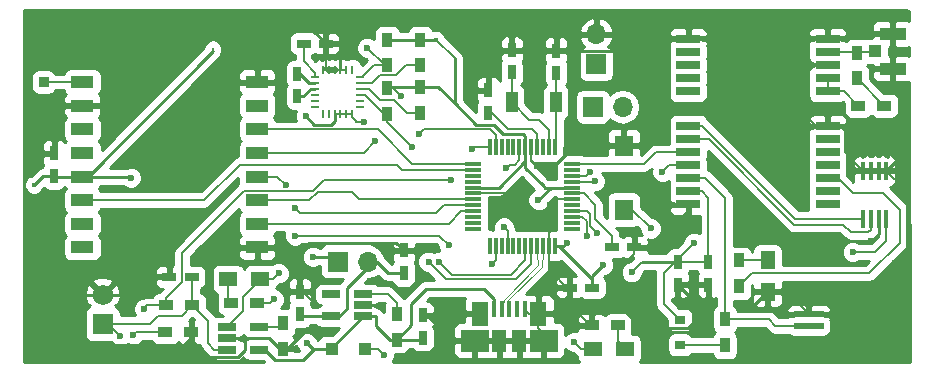
<source format=gbr>
G04 #@! TF.FileFunction,Copper,L1,Top,Signal*
%FSLAX46Y46*%
G04 Gerber Fmt 4.6, Leading zero omitted, Abs format (unit mm)*
G04 Created by KiCad (PCBNEW 4.0.7) date 01/02/18 16:07:37*
%MOMM*%
%LPD*%
G01*
G04 APERTURE LIST*
%ADD10C,0.100000*%
%ADD11R,1.050000X1.000000*%
%ADD12R,2.200000X1.050000*%
%ADD13R,0.300000X1.450000*%
%ADD14R,1.450000X0.300000*%
%ADD15R,1.200000X0.750000*%
%ADD16R,2.000000X0.800000*%
%ADD17R,1.950000X1.050000*%
%ADD18R,2.500000X0.500000*%
%ADD19R,1.100000X1.100000*%
%ADD20R,1.500000X1.300000*%
%ADD21R,1.300000X1.500000*%
%ADD22R,0.900000X0.800000*%
%ADD23R,1.750000X1.750000*%
%ADD24C,1.750000*%
%ADD25R,0.450000X1.380000*%
%ADD26R,1.475000X2.100000*%
%ADD27R,2.375000X1.900000*%
%ADD28R,1.175000X1.900000*%
%ADD29R,1.600000X1.800000*%
%ADD30R,1.560000X0.650000*%
%ADD31R,0.700000X0.290000*%
%ADD32R,0.290000X0.700000*%
%ADD33R,0.457200X1.524000*%
%ADD34R,1.000000X1.800000*%
%ADD35R,0.750000X1.200000*%
%ADD36R,0.900000X1.200000*%
%ADD37R,1.200000X0.900000*%
%ADD38R,1.700000X1.700000*%
%ADD39O,1.700000X1.700000*%
%ADD40R,0.850000X0.850000*%
%ADD41C,0.600000*%
%ADD42C,0.400000*%
%ADD43C,0.203200*%
%ADD44C,0.101600*%
%ADD45C,0.254000*%
%ADD46C,0.152400*%
%ADD47C,0.125000*%
G04 APERTURE END LIST*
D10*
D11*
X181675000Y-97100000D03*
D12*
X183200000Y-95625000D03*
X183200000Y-98575000D03*
D13*
X154593000Y-105180000D03*
X154093000Y-105180000D03*
X153593000Y-105180000D03*
X153093000Y-105180000D03*
X152593000Y-105180000D03*
X152093000Y-105180000D03*
X151593000Y-105180000D03*
X151093000Y-105180000D03*
X150593000Y-105180000D03*
X149593000Y-105180000D03*
X149093000Y-105180000D03*
D14*
X147643000Y-106630000D03*
X147643000Y-107130000D03*
X147643000Y-107630000D03*
X147643000Y-108130000D03*
X147643000Y-108630000D03*
X147643000Y-109130000D03*
X147643000Y-109630000D03*
X147643000Y-110130000D03*
X147643000Y-110630000D03*
X147643000Y-111130000D03*
X147643000Y-111630000D03*
X147643000Y-112130000D03*
D13*
X150093000Y-105180000D03*
X149093000Y-113550000D03*
X149593000Y-113580000D03*
X150093000Y-113580000D03*
X150593000Y-113580000D03*
X151093000Y-113580000D03*
X151593000Y-113580000D03*
X152093000Y-113580000D03*
X152593000Y-113580000D03*
X153093000Y-113580000D03*
X154093000Y-113580000D03*
X154593000Y-113580000D03*
X153593000Y-113580000D03*
D14*
X156043000Y-112130000D03*
X156043000Y-111630000D03*
X156043000Y-111130000D03*
X156043000Y-110630000D03*
X156043000Y-110130000D03*
X156043000Y-109630000D03*
X156043000Y-109130000D03*
X156043000Y-108630000D03*
X156043000Y-108130000D03*
X156043000Y-107630000D03*
X156043000Y-107130000D03*
X156043000Y-106630000D03*
D15*
X157750000Y-117100000D03*
X155850000Y-117100000D03*
D16*
X177686000Y-110045000D03*
X177686000Y-108945000D03*
X177686000Y-107845000D03*
X177686000Y-106745000D03*
X177686000Y-105645000D03*
X177686000Y-104545000D03*
X177686000Y-103445000D03*
X177686000Y-100445000D03*
X177686000Y-99345000D03*
X177686000Y-98245000D03*
X177686000Y-97145000D03*
X177686000Y-96045000D03*
X165886000Y-96045000D03*
X165886000Y-97145000D03*
X165886000Y-98245000D03*
X165886000Y-99345000D03*
X165886000Y-100445000D03*
X165886000Y-103445000D03*
X165886000Y-104545000D03*
X165886000Y-105645000D03*
X165886000Y-106745000D03*
X165886000Y-107845000D03*
X165886000Y-108945000D03*
X165886000Y-110045000D03*
D17*
X114600000Y-99700000D03*
X114600000Y-101700000D03*
X114600000Y-103700000D03*
X114600000Y-105700000D03*
X114600000Y-107700000D03*
X114600000Y-109700000D03*
X114600000Y-111700000D03*
X114600000Y-113700000D03*
X129400000Y-113700000D03*
X129400000Y-111700000D03*
X129400000Y-109700000D03*
X129400000Y-107700000D03*
X129400000Y-105700000D03*
X129400000Y-103700000D03*
X129400000Y-101700000D03*
X129400000Y-99700000D03*
D18*
X176089840Y-119357500D03*
X176089840Y-120357500D03*
D19*
X135700000Y-122300000D03*
X138500000Y-122300000D03*
D20*
X129650000Y-116400000D03*
X126950000Y-116400000D03*
X160550000Y-122300000D03*
X157850000Y-122300000D03*
D21*
X172600000Y-117450000D03*
X172600000Y-114750000D03*
D22*
X165200000Y-121950000D03*
X165200000Y-119850000D03*
D23*
X116300000Y-120200000D03*
D24*
X116300000Y-117700000D03*
D25*
X149437500Y-118940000D03*
X150087500Y-118940000D03*
X150737500Y-118940000D03*
X151387500Y-118940000D03*
X152037500Y-118940000D03*
D26*
X148275000Y-119300000D03*
X153200000Y-119300000D03*
D27*
X147827500Y-121600000D03*
X153647500Y-121600000D03*
D28*
X149897500Y-121600000D03*
X151577500Y-121600000D03*
D29*
X160443440Y-105100000D03*
X160443440Y-110500000D03*
D30*
X138350000Y-119550000D03*
X138350000Y-118600000D03*
X138350000Y-117650000D03*
X135650000Y-117650000D03*
X135650000Y-119550000D03*
X126850000Y-120450000D03*
X126850000Y-121400000D03*
X126850000Y-122350000D03*
X129550000Y-122350000D03*
X129550000Y-120450000D03*
D31*
X138063680Y-99291800D03*
X138063680Y-99791800D03*
X138063680Y-100291800D03*
X138063680Y-100791800D03*
X138063680Y-101291800D03*
X138063680Y-101791800D03*
D32*
X137438680Y-102416800D03*
X136938680Y-102416800D03*
X136438680Y-102416800D03*
X135938680Y-102416800D03*
X135438680Y-102416800D03*
X134938680Y-102416800D03*
D31*
X134313680Y-101791800D03*
X134313680Y-101291800D03*
X134313680Y-100791800D03*
X134313680Y-100291800D03*
X134313680Y-99791800D03*
X134313680Y-99291800D03*
D32*
X134938680Y-98666800D03*
X135438680Y-98666800D03*
X135938680Y-98666800D03*
X136438680Y-98666800D03*
X136938680Y-98666800D03*
X137438680Y-98666800D03*
D33*
X182653200Y-107221000D03*
X182018200Y-107221000D03*
X181357800Y-107221000D03*
X180722800Y-107221000D03*
X180722800Y-111285000D03*
X181357800Y-111285000D03*
X182018200Y-111285000D03*
X182653200Y-111285000D03*
D34*
X150933360Y-101394240D03*
X154683360Y-101394240D03*
D35*
X143400000Y-121350000D03*
X143400000Y-119450000D03*
X141800000Y-115850000D03*
X141800000Y-113950000D03*
X133000000Y-119350000D03*
X133000000Y-117450000D03*
D15*
X123850000Y-116200000D03*
X121950000Y-116200000D03*
D35*
X112200000Y-107650000D03*
X112200000Y-105750000D03*
X148952480Y-102283280D03*
X148952480Y-100383280D03*
X154703040Y-98930480D03*
X154703040Y-97030480D03*
X150943840Y-98889840D03*
X150943840Y-96989840D03*
D15*
X159400000Y-113700000D03*
X161300000Y-113700000D03*
X133313360Y-96442240D03*
X135213360Y-96442240D03*
D35*
X132800000Y-100900000D03*
X132800000Y-99000000D03*
X167600000Y-114950000D03*
X167600000Y-116850000D03*
X165000000Y-114950000D03*
X165000000Y-116850000D03*
D36*
X180200000Y-99400000D03*
X180200000Y-97200000D03*
X131600000Y-120100000D03*
X131600000Y-122300000D03*
X141200000Y-121500000D03*
X141200000Y-119300000D03*
D37*
X129400000Y-118400000D03*
X127200000Y-118400000D03*
X123900000Y-118600000D03*
X121700000Y-118600000D03*
X121600000Y-120900000D03*
X123800000Y-120900000D03*
X159900000Y-120300000D03*
X157700000Y-120300000D03*
D36*
X140400000Y-100193640D03*
X140400000Y-102393640D03*
X140400000Y-96100000D03*
X140400000Y-98300000D03*
X143200000Y-100100000D03*
X143200000Y-102300000D03*
X143200000Y-96100000D03*
X143200000Y-98300000D03*
X170200000Y-117000000D03*
X170200000Y-114800000D03*
D37*
X180300000Y-101700000D03*
X182500000Y-101700000D03*
D36*
X169000000Y-122000000D03*
X169000000Y-119800000D03*
D38*
X157800000Y-101800000D03*
D39*
X160340000Y-101800000D03*
D38*
X158100000Y-98200000D03*
D39*
X158100000Y-95660000D03*
D38*
X136200000Y-114900000D03*
D39*
X138740000Y-114900000D03*
D40*
X111300000Y-99700000D03*
D41*
X131200000Y-115900000D03*
X132600000Y-112700000D03*
X145600000Y-113500000D03*
X150300000Y-112000000D03*
D42*
X182500000Y-100000000D03*
X184000000Y-100000000D03*
X183250000Y-100000000D03*
X184250000Y-97250000D03*
X183250000Y-97250000D03*
X175500000Y-101250000D03*
X175500000Y-100250000D03*
X175500000Y-99250000D03*
X175500000Y-98250000D03*
X175500000Y-97500000D03*
X175500000Y-96750000D03*
X175500000Y-96000000D03*
X175500000Y-95250000D03*
X184000000Y-94000000D03*
X183000000Y-94000000D03*
X182000000Y-94000000D03*
X181000000Y-94000000D03*
X180000000Y-94000000D03*
X179000000Y-94000000D03*
X178000000Y-94000000D03*
X177000000Y-94000000D03*
X176000000Y-94000000D03*
X175000000Y-94000000D03*
X174000000Y-94000000D03*
X173000000Y-94000000D03*
X172000000Y-94000000D03*
X171000000Y-94000000D03*
X170000000Y-94000000D03*
X169000000Y-94000000D03*
X168000000Y-94000000D03*
X167000000Y-94000000D03*
X166000000Y-94000000D03*
X165000000Y-94000000D03*
X164000000Y-94000000D03*
D41*
X183400000Y-115000000D03*
X181400000Y-113200000D03*
X166800000Y-118700000D03*
X171200000Y-118800000D03*
X139900000Y-118600000D03*
X145100000Y-120800000D03*
X134200000Y-120700000D03*
X134200000Y-118400000D03*
X153100000Y-106800000D03*
X154200000Y-110100000D03*
X140100000Y-122800000D03*
X117800000Y-121200000D03*
X133600000Y-121800000D03*
X130800000Y-118100000D03*
D42*
X110500000Y-108400000D03*
X144500000Y-96100000D03*
D41*
X118700000Y-107800000D03*
X133500000Y-102600000D03*
X134100000Y-114500000D03*
X158700000Y-115200000D03*
X161100000Y-115800000D03*
X153200000Y-109700000D03*
X155600000Y-113300000D03*
X138400000Y-103100000D03*
X141600000Y-100900000D03*
X166400000Y-113300000D03*
X179800000Y-114100000D03*
X143100000Y-104100000D03*
X139400000Y-104700000D03*
X131800000Y-108400000D03*
X132600000Y-110400000D03*
X156200000Y-121700000D03*
X149300000Y-115100000D03*
X138700000Y-96800000D03*
X144800000Y-114900000D03*
X143900000Y-114900000D03*
X142500000Y-105200000D03*
X162700000Y-112100000D03*
X158200000Y-112500000D03*
X158000000Y-108100000D03*
X157600000Y-107300000D03*
X163700000Y-107300000D03*
X157300000Y-112700000D03*
X145800000Y-108000000D03*
X150500000Y-107000000D03*
X119800000Y-118900000D03*
X118900000Y-121100000D03*
X147600000Y-105400000D03*
D43*
X150593000Y-113580000D02*
X150593000Y-112293000D01*
X130700000Y-116400000D02*
X129650000Y-116400000D01*
X131200000Y-115900000D02*
X130700000Y-116400000D01*
X144800000Y-112700000D02*
X132600000Y-112700000D01*
X145600000Y-113500000D02*
X144800000Y-112700000D01*
X150593000Y-112293000D02*
X150300000Y-112000000D01*
X129650000Y-116400000D02*
X129650000Y-116450000D01*
X129650000Y-116450000D02*
X128200000Y-117900000D01*
X128200000Y-117900000D02*
X128200000Y-119100000D01*
X128200000Y-119100000D02*
X126850000Y-120450000D01*
D44*
X183200000Y-98575000D02*
X183200000Y-99950000D01*
X184000000Y-100000000D02*
X182500000Y-100000000D01*
X183200000Y-99950000D02*
X183250000Y-100000000D01*
X183200000Y-95625000D02*
X183200000Y-97200000D01*
X183200000Y-97200000D02*
X183250000Y-97250000D01*
X177686000Y-96045000D02*
X176295000Y-96045000D01*
X175500000Y-99250000D02*
X175500000Y-100250000D01*
X175500000Y-97500000D02*
X175500000Y-98250000D01*
X175500000Y-96000000D02*
X175500000Y-96750000D01*
X176295000Y-96045000D02*
X175500000Y-95250000D01*
X165886000Y-96045000D02*
X164045000Y-96045000D01*
X183000000Y-94000000D02*
X184000000Y-94000000D01*
X181000000Y-94000000D02*
X182000000Y-94000000D01*
X179000000Y-94000000D02*
X180000000Y-94000000D01*
X177000000Y-94000000D02*
X178000000Y-94000000D01*
X175000000Y-94000000D02*
X176000000Y-94000000D01*
X173000000Y-94000000D02*
X174000000Y-94000000D01*
X171000000Y-94000000D02*
X172000000Y-94000000D01*
X169000000Y-94000000D02*
X170000000Y-94000000D01*
X167000000Y-94000000D02*
X168000000Y-94000000D01*
X165000000Y-94000000D02*
X166000000Y-94000000D01*
X164000000Y-96000000D02*
X164000000Y-94000000D01*
X164045000Y-96045000D02*
X164000000Y-96000000D01*
D45*
X182018200Y-111285000D02*
X182018200Y-112581800D01*
X183450000Y-115050000D02*
X184250000Y-115050000D01*
D46*
X183400000Y-115000000D02*
X183450000Y-115050000D01*
D45*
X182018200Y-112581800D02*
X181400000Y-113200000D01*
X183200000Y-98575000D02*
X183200000Y-100200000D01*
X183700000Y-106174200D02*
X182653200Y-107221000D01*
X183700000Y-100700000D02*
X183700000Y-106174200D01*
X183200000Y-100200000D02*
X183700000Y-100700000D01*
D46*
X182653200Y-107221000D02*
X182018200Y-107221000D01*
X180722800Y-107221000D02*
X181357800Y-107221000D01*
D45*
X166800000Y-118700000D02*
X166800000Y-119557202D01*
X166800000Y-119557202D02*
X165853201Y-120504001D01*
X165853201Y-120504001D02*
X161957201Y-120504001D01*
X161957201Y-120504001D02*
X159400000Y-117946800D01*
X172600000Y-117450000D02*
X172550000Y-117450000D01*
X172550000Y-117450000D02*
X171200000Y-118800000D01*
X166800000Y-118700000D02*
X165000000Y-116900000D01*
X165000000Y-116900000D02*
X165000000Y-116850000D01*
X138350000Y-118600000D02*
X139900000Y-118600000D01*
X154703040Y-97030480D02*
X155369520Y-97030480D01*
X156740000Y-95660000D02*
X158100000Y-95660000D01*
X155369520Y-97030480D02*
X156740000Y-95660000D01*
X143400000Y-119450000D02*
X143750000Y-119450000D01*
X143750000Y-119450000D02*
X145100000Y-120800000D01*
X133000000Y-117450000D02*
X133000000Y-114100000D01*
X141150000Y-113300000D02*
X141800000Y-113950000D01*
X133800000Y-113300000D02*
X141150000Y-113300000D01*
X133000000Y-114100000D02*
X133800000Y-113300000D01*
D46*
X129400000Y-113700000D02*
X131800000Y-113700000D01*
X133000000Y-114900000D02*
X133000000Y-117450000D01*
X131800000Y-113700000D02*
X133000000Y-114900000D01*
D43*
X131600000Y-122300000D02*
X131900000Y-122300000D01*
D45*
X131900000Y-122300000D02*
X133500000Y-120700000D01*
X133500000Y-120700000D02*
X134200000Y-120700000D01*
D43*
X134200000Y-118400000D02*
X133250000Y-117450000D01*
X133250000Y-117450000D02*
X133000000Y-117450000D01*
X160443440Y-105100000D02*
X161600000Y-105100000D01*
D45*
X162500000Y-99528960D02*
X160001520Y-97030480D01*
X162500000Y-104200000D02*
X162500000Y-99528960D01*
X161600000Y-105100000D02*
X162500000Y-104200000D01*
D43*
X159400000Y-116178200D02*
X159400000Y-117800000D01*
X159400000Y-117800000D02*
X159400000Y-117946800D01*
X153200000Y-119300000D02*
X153200000Y-120553200D01*
X153200000Y-120553200D02*
X153647500Y-121000700D01*
X153647500Y-121000700D02*
X153647500Y-121600000D01*
D45*
X127900000Y-95300000D02*
X125475000Y-95300000D01*
X125475000Y-95300000D02*
X123975000Y-96800000D01*
D43*
X123975000Y-96800000D02*
X123750000Y-96800000D01*
D45*
X129400000Y-96800000D02*
X127900000Y-95300000D01*
X129400000Y-99700000D02*
X129400000Y-96800000D01*
D43*
X129400000Y-99700000D02*
X129400000Y-98971800D01*
X123750000Y-96800000D02*
X123750000Y-97378200D01*
D45*
X123750000Y-97378200D02*
X119428200Y-101700000D01*
X119428200Y-101700000D02*
X115778200Y-101700000D01*
X115778200Y-101700000D02*
X114600000Y-101700000D01*
D43*
X143400000Y-119450000D02*
X148125000Y-119450000D01*
X148125000Y-119450000D02*
X148275000Y-119300000D01*
X123800000Y-120900000D02*
X123800000Y-121400000D01*
D45*
X114500000Y-117700000D02*
X116300000Y-117700000D01*
X114300000Y-117900000D02*
X114500000Y-117700000D01*
X114300000Y-120900000D02*
X114300000Y-117900000D01*
D43*
X115400000Y-122000000D02*
X114300000Y-120900000D01*
D45*
X123200000Y-122000000D02*
X115400000Y-122000000D01*
X123800000Y-121400000D02*
X123200000Y-122000000D01*
D43*
X123800000Y-120900000D02*
X123800000Y-121500000D01*
D45*
X128400000Y-122400000D02*
X128400000Y-121400000D01*
X127800000Y-123000000D02*
X128400000Y-122400000D01*
X125300000Y-123000000D02*
X127800000Y-123000000D01*
X123800000Y-121500000D02*
X125300000Y-123000000D01*
D43*
X128400000Y-121400000D02*
X128300000Y-121500000D01*
X128300000Y-121500000D02*
X128300000Y-121400000D01*
X131600000Y-122300000D02*
X131300000Y-122300000D01*
D45*
X131300000Y-122300000D02*
X130400000Y-121400000D01*
X130400000Y-121400000D02*
X128400000Y-121400000D01*
D43*
X128400000Y-121400000D02*
X128300000Y-121400000D01*
D45*
X128300000Y-121400000D02*
X126850000Y-121400000D01*
X116300000Y-117700000D02*
X119100000Y-117700000D01*
X119100000Y-117700000D02*
X120600000Y-116200000D01*
X120600000Y-116200000D02*
X121950000Y-116200000D01*
D43*
X177686000Y-103445000D02*
X176745000Y-103445000D01*
X176745000Y-103445000D02*
X175700000Y-102400000D01*
X176655000Y-98245000D02*
X177686000Y-98245000D01*
X175700000Y-99200000D02*
X176655000Y-98245000D01*
X175700000Y-102400000D02*
X175700000Y-99200000D01*
X129400000Y-99700000D02*
X129400000Y-97700000D01*
D45*
X134171120Y-95400000D02*
X135213360Y-96442240D01*
X131700000Y-95400000D02*
X134171120Y-95400000D01*
X129400000Y-97700000D02*
X131700000Y-95400000D01*
D43*
X138350000Y-118600000D02*
X137700000Y-118600000D01*
D45*
X148952480Y-100383280D02*
X148952480Y-98552480D01*
X136438680Y-95861320D02*
X136438680Y-98666800D01*
X137700000Y-94600000D02*
X136438680Y-95861320D01*
X145000000Y-94600000D02*
X137700000Y-94600000D01*
X148952480Y-98552480D02*
X145000000Y-94600000D01*
D43*
X148952480Y-100383280D02*
X148952480Y-98447520D01*
X150410160Y-96989840D02*
X150943840Y-96989840D01*
D45*
X148952480Y-98447520D02*
X150410160Y-96989840D01*
D43*
X154700000Y-109630000D02*
X154670000Y-109630000D01*
X152593000Y-106293000D02*
X152593000Y-105180000D01*
X153100000Y-106800000D02*
X152593000Y-106293000D01*
X154670000Y-109630000D02*
X154200000Y-110100000D01*
X147643000Y-109130000D02*
X151030000Y-109130000D01*
X154093000Y-112193000D02*
X154093000Y-113580000D01*
X151030000Y-109130000D02*
X154093000Y-112193000D01*
X154093000Y-113580000D02*
X154093000Y-110107000D01*
X154570000Y-109630000D02*
X154700000Y-109630000D01*
X154700000Y-109630000D02*
X156043000Y-109630000D01*
X154093000Y-110107000D02*
X154570000Y-109630000D01*
X152593000Y-105180000D02*
X152593000Y-106393000D01*
X152593000Y-106393000D02*
X153100000Y-106900000D01*
D45*
X153100000Y-106900000D02*
X154400000Y-106900000D01*
X154400000Y-106900000D02*
X156200000Y-105100000D01*
X156200000Y-105100000D02*
X160443440Y-105100000D01*
D43*
X153200000Y-119300000D02*
X152397500Y-119300000D01*
X152397500Y-119300000D02*
X152037500Y-118940000D01*
X143400000Y-119450000D02*
X143400000Y-119000000D01*
X143400000Y-119000000D02*
X143700000Y-119300000D01*
X155850000Y-117100000D02*
X155850000Y-117678200D01*
X155850000Y-117678200D02*
X154228200Y-119300000D01*
X154228200Y-119300000D02*
X154140700Y-119300000D01*
X154140700Y-119300000D02*
X153200000Y-119300000D01*
X155850000Y-117100000D02*
X155850000Y-118600000D01*
X155850000Y-118600000D02*
X157550000Y-120300000D01*
X157550000Y-120300000D02*
X157700000Y-120300000D01*
X159400000Y-117946800D02*
X157700000Y-119646800D01*
X157700000Y-119646800D02*
X157700000Y-120300000D01*
X161300000Y-113700000D02*
X161300000Y-114278200D01*
X161300000Y-114278200D02*
X159400000Y-116178200D01*
X165886000Y-110045000D02*
X165886000Y-110648200D01*
X165886000Y-110648200D02*
X162834200Y-113700000D01*
X162834200Y-113700000D02*
X162103200Y-113700000D01*
X162103200Y-113700000D02*
X161300000Y-113700000D01*
X154093000Y-113580000D02*
X154093000Y-115568000D01*
X154093000Y-115568000D02*
X155625000Y-117100000D01*
X155625000Y-117100000D02*
X155850000Y-117100000D01*
X134938680Y-98666800D02*
X136938680Y-98666800D01*
X135213360Y-96442240D02*
X135213360Y-98392120D01*
X135213360Y-98392120D02*
X134938680Y-98666800D01*
X165000000Y-116850000D02*
X167600000Y-116850000D01*
X177686000Y-96045000D02*
X179255000Y-96045000D01*
X179675000Y-95625000D02*
X183200000Y-95625000D01*
X179255000Y-96045000D02*
X179675000Y-95625000D01*
X177686000Y-96045000D02*
X176455000Y-96045000D01*
X176545000Y-98245000D02*
X177686000Y-98245000D01*
X176000000Y-97700000D02*
X176545000Y-98245000D01*
X176000000Y-96500000D02*
X176000000Y-97700000D01*
X176455000Y-96045000D02*
X176000000Y-96500000D01*
X176089840Y-119357500D02*
X179942500Y-119357500D01*
X184400000Y-108967800D02*
X182653200Y-107221000D01*
X184400000Y-114900000D02*
X184400000Y-108967800D01*
X179942500Y-119357500D02*
X184250000Y-115050000D01*
X184250000Y-115050000D02*
X184400000Y-114900000D01*
X172600000Y-117450000D02*
X174182340Y-117450000D01*
X174182340Y-117450000D02*
X176089840Y-119357500D01*
X180722800Y-107221000D02*
X180722800Y-107195600D01*
X180722800Y-107195600D02*
X179168320Y-105641120D01*
X178780680Y-103445000D02*
X177686000Y-103445000D01*
X179168320Y-103832640D02*
X178780680Y-103445000D01*
X179168320Y-105641120D02*
X179168320Y-103832640D01*
X180722800Y-107221000D02*
X182653200Y-107221000D01*
D45*
X154703040Y-97030480D02*
X160001520Y-97030480D01*
X160001520Y-97030480D02*
X160987000Y-96045000D01*
X160987000Y-96045000D02*
X165886000Y-96045000D01*
D43*
X148952480Y-100383280D02*
X148952480Y-98468160D01*
D45*
X150430800Y-96989840D02*
X154662400Y-96989840D01*
D43*
X148952480Y-98468160D02*
X150430800Y-96989840D01*
X154662400Y-96989840D02*
X154703040Y-97030480D01*
X116300000Y-120200000D02*
X116800000Y-120200000D01*
X116800000Y-120200000D02*
X117800000Y-121200000D01*
X139600000Y-122300000D02*
X138500000Y-122300000D01*
X140100000Y-122800000D02*
X139600000Y-122300000D01*
X126850000Y-122350000D02*
X125750000Y-122350000D01*
X125200000Y-119900000D02*
X123900000Y-118600000D01*
X125200000Y-121800000D02*
X125200000Y-119900000D01*
X125750000Y-122350000D02*
X125200000Y-121800000D01*
X123900000Y-118600000D02*
X123900000Y-116250000D01*
X123900000Y-116250000D02*
X123850000Y-116200000D01*
X116300000Y-120200000D02*
X120300000Y-120200000D01*
X123000000Y-119500000D02*
X123900000Y-118600000D01*
X121000000Y-119500000D02*
X123000000Y-119500000D01*
X120300000Y-120200000D02*
X121000000Y-119500000D01*
X129400000Y-118400000D02*
X130500000Y-118400000D01*
D45*
X134100000Y-122300000D02*
X135700000Y-122300000D01*
X133600000Y-121800000D02*
X134100000Y-122300000D01*
D43*
X130500000Y-118400000D02*
X130800000Y-118100000D01*
X129550000Y-122350000D02*
X130050000Y-122350000D01*
D45*
X130050000Y-122350000D02*
X130900000Y-123200000D01*
X130900000Y-123200000D02*
X133300000Y-123200000D01*
X133300000Y-123200000D02*
X134200000Y-122300000D01*
D43*
X134200000Y-122300000D02*
X135700000Y-122300000D01*
X135700000Y-122300000D02*
X135700000Y-122200000D01*
D45*
X135700000Y-122200000D02*
X138350000Y-119550000D01*
X141200000Y-121500000D02*
X142400000Y-120300000D01*
X149437500Y-118037500D02*
X149437500Y-118940000D01*
X148600000Y-117200000D02*
X149437500Y-118037500D01*
X143700000Y-117200000D02*
X148600000Y-117200000D01*
X142400000Y-118500000D02*
X143700000Y-117200000D01*
X142400000Y-120300000D02*
X142400000Y-118500000D01*
X141200000Y-121500000D02*
X143250000Y-121500000D01*
D43*
X143250000Y-121500000D02*
X143400000Y-121350000D01*
D45*
X139450000Y-119550000D02*
X139450000Y-120350000D01*
X140600000Y-121500000D02*
X141200000Y-121500000D01*
X139450000Y-120350000D02*
X140600000Y-121500000D01*
X139450000Y-119550000D02*
X138350000Y-119550000D01*
D43*
X129550000Y-120450000D02*
X131250000Y-120450000D01*
X131250000Y-120450000D02*
X131600000Y-120100000D01*
X129600000Y-120400000D02*
X129550000Y-120450000D01*
X154703040Y-98930480D02*
X154703040Y-101374560D01*
X154703040Y-101374560D02*
X154683360Y-101394240D01*
X154683360Y-101394240D02*
X154683360Y-105089640D01*
X154683360Y-105089640D02*
X154593000Y-105180000D01*
D46*
X154683360Y-105089640D02*
X154593000Y-105180000D01*
D43*
X150933360Y-101394240D02*
X150933360Y-98900320D01*
X150933360Y-98900320D02*
X150943840Y-98889840D01*
X154093000Y-105180000D02*
X154093000Y-103751800D01*
X152431960Y-102892840D02*
X150933360Y-101394240D01*
X153234040Y-102892840D02*
X152431960Y-102892840D01*
X154093000Y-103751800D02*
X153234040Y-102892840D01*
X148952480Y-102283280D02*
X149252240Y-102283280D01*
X149252240Y-102283280D02*
X150664440Y-103695480D01*
X152676120Y-103695480D02*
X153093000Y-104112360D01*
X150664440Y-103695480D02*
X152676120Y-103695480D01*
X153093000Y-104112360D02*
X153093000Y-105180000D01*
D44*
X149252240Y-102283280D02*
X150618720Y-103649760D01*
X150618720Y-103649760D02*
X152630400Y-103649760D01*
X152630400Y-103649760D02*
X153093000Y-104112360D01*
X153093000Y-104112360D02*
X153093000Y-105180000D01*
D45*
X112200000Y-107650000D02*
X111250000Y-107650000D01*
X111250000Y-107650000D02*
X110500000Y-108400000D01*
X114600000Y-107700000D02*
X112250000Y-107700000D01*
X112250000Y-107700000D02*
X112200000Y-107650000D01*
X118600000Y-107700000D02*
X114600000Y-107700000D01*
X118700000Y-107800000D02*
X118600000Y-107700000D01*
X135800000Y-114500000D02*
X134100000Y-114500000D01*
X134200000Y-103300000D02*
X135600000Y-103300000D01*
X133500000Y-102600000D02*
X134200000Y-103300000D01*
X135600000Y-103300000D02*
X135938680Y-102961320D01*
X135938680Y-102961320D02*
X135938680Y-102416800D01*
D46*
X135800000Y-114500000D02*
X136200000Y-114900000D01*
X136938680Y-102416800D02*
X137438680Y-102416800D01*
X135938680Y-102416800D02*
X136438680Y-102416800D01*
D45*
X143200000Y-96100000D02*
X144500000Y-96100000D01*
X146100000Y-97700000D02*
X146100000Y-101500000D01*
D43*
X144500000Y-96100000D02*
X146100000Y-97700000D01*
D45*
X158700000Y-115200000D02*
X157750000Y-116150000D01*
X157750000Y-116150000D02*
X157750000Y-117100000D01*
X165000000Y-114950000D02*
X161950000Y-114950000D01*
D43*
X161950000Y-114950000D02*
X161100000Y-115800000D01*
D45*
X143200000Y-100100000D02*
X144700000Y-100100000D01*
X144700000Y-100100000D02*
X146100000Y-101500000D01*
X152093000Y-104293000D02*
X152093000Y-105180000D01*
X146100000Y-101500000D02*
X147900000Y-103300000D01*
X147900000Y-103300000D02*
X149400000Y-103300000D01*
X149400000Y-103300000D02*
X150200000Y-104100000D01*
X150200000Y-104100000D02*
X151900000Y-104100000D01*
X151900000Y-104100000D02*
X152093000Y-104293000D01*
X154900000Y-113580000D02*
X155320000Y-113580000D01*
X154270000Y-108630000D02*
X156043000Y-108630000D01*
X153200000Y-109700000D02*
X154270000Y-108630000D01*
X155320000Y-113580000D02*
X155600000Y-113300000D01*
X156043000Y-108630000D02*
X153730000Y-108630000D01*
X153730000Y-108630000D02*
X153550000Y-108450000D01*
X152093000Y-106993000D02*
X152093000Y-105180000D01*
X153550000Y-108450000D02*
X152093000Y-106993000D01*
D43*
X152093000Y-105180000D02*
X152093000Y-106407000D01*
D45*
X152093000Y-106407000D02*
X149870000Y-108630000D01*
X149870000Y-108630000D02*
X147643000Y-108630000D01*
X154593000Y-113580000D02*
X154900000Y-113580000D01*
D43*
X154900000Y-113580000D02*
X154946200Y-113580000D01*
D45*
X154946200Y-113580000D02*
X157750000Y-116383800D01*
D43*
X157750000Y-116383800D02*
X157750000Y-116521800D01*
X157750000Y-116521800D02*
X157750000Y-117100000D01*
D45*
X140400000Y-96100000D02*
X143200000Y-96100000D01*
D43*
X137438680Y-102416800D02*
X135938680Y-102416800D01*
X137800000Y-103100000D02*
X137800000Y-102983120D01*
X137800000Y-102983120D02*
X137438680Y-102621800D01*
X137438680Y-102621800D02*
X137438680Y-102416800D01*
X138400000Y-103100000D02*
X137800000Y-103100000D01*
X140400000Y-100193640D02*
X140893640Y-100193640D01*
X140893640Y-100193640D02*
X141600000Y-100900000D01*
D45*
X143200000Y-100100000D02*
X140493640Y-100100000D01*
D43*
X140493640Y-100100000D02*
X140400000Y-100193640D01*
X182653200Y-111285000D02*
X182653200Y-113146800D01*
X166400000Y-113300000D02*
X165000000Y-114700000D01*
X181700000Y-114100000D02*
X179800000Y-114100000D01*
X182653200Y-113146800D02*
X181700000Y-114100000D01*
X165000000Y-114700000D02*
X165000000Y-114950000D01*
X165000000Y-114950000D02*
X164750000Y-114950000D01*
X164750000Y-114950000D02*
X163800000Y-115900000D01*
X163800000Y-118500000D02*
X165150000Y-119850000D01*
X163800000Y-115900000D02*
X163800000Y-118500000D01*
X165150000Y-119850000D02*
X165200000Y-119850000D01*
X165000000Y-114950000D02*
X165000000Y-115100000D01*
X165000000Y-114950000D02*
X167600000Y-114950000D01*
X165886000Y-108945000D02*
X167045000Y-108945000D01*
X167600000Y-109500000D02*
X167600000Y-114950000D01*
X167045000Y-108945000D02*
X167600000Y-109500000D01*
X114600000Y-107700000D02*
X115050000Y-107700000D01*
D45*
X115050000Y-107700000D02*
X125650000Y-97100000D01*
D43*
X125650000Y-97100000D02*
X125650000Y-96800000D01*
X129400000Y-105700000D02*
X138400000Y-105700000D01*
X149593000Y-104193000D02*
X149593000Y-105180000D01*
X149100000Y-103700000D02*
X149593000Y-104193000D01*
X143500000Y-103700000D02*
X149100000Y-103700000D01*
X143100000Y-104100000D02*
X143500000Y-103700000D01*
X138400000Y-105700000D02*
X139400000Y-104700000D01*
X129400000Y-103700000D02*
X139600000Y-103700000D01*
X139600000Y-103700000D02*
X142530000Y-106630000D01*
X142530000Y-106630000D02*
X147068000Y-106630000D01*
X147068000Y-106630000D02*
X147643000Y-106630000D01*
X114600000Y-109700000D02*
X124900000Y-109700000D01*
X124900000Y-109700000D02*
X127900000Y-106700000D01*
X127900000Y-106700000D02*
X141200000Y-106700000D01*
X141200000Y-106700000D02*
X141630000Y-107130000D01*
X141630000Y-107130000D02*
X146812330Y-107130000D01*
X146812330Y-107130000D02*
X147643000Y-107130000D01*
X129400000Y-109700000D02*
X133800000Y-109700000D01*
X138030000Y-109630000D02*
X147643000Y-109630000D01*
X137400000Y-109000000D02*
X138030000Y-109630000D01*
X134500000Y-109000000D02*
X137400000Y-109000000D01*
X133800000Y-109700000D02*
X134500000Y-109000000D01*
X147573000Y-109700000D02*
X147643000Y-109630000D01*
X147643000Y-110130000D02*
X145170000Y-110130000D01*
X131100000Y-107700000D02*
X129400000Y-107700000D01*
X131800000Y-108400000D02*
X131100000Y-107700000D01*
X133000000Y-110800000D02*
X132600000Y-110400000D01*
X144500000Y-110800000D02*
X133000000Y-110800000D01*
X145170000Y-110130000D02*
X144500000Y-110800000D01*
X129400000Y-111700000D02*
X145600000Y-111700000D01*
X146670000Y-110630000D02*
X147643000Y-110630000D01*
X145600000Y-111700000D02*
X146670000Y-110630000D01*
X149593000Y-113580000D02*
X149593000Y-114807000D01*
X156800000Y-122300000D02*
X156200000Y-121700000D01*
X156800000Y-122300000D02*
X157850000Y-122300000D01*
X149593000Y-114807000D02*
X149300000Y-115100000D01*
X152093000Y-113580000D02*
X152093000Y-114807000D01*
X138700000Y-96800000D02*
X140200000Y-98300000D01*
X145900000Y-116000000D02*
X144800000Y-114900000D01*
X150900000Y-116000000D02*
X145900000Y-116000000D01*
X152093000Y-114807000D02*
X150900000Y-116000000D01*
X140200000Y-98300000D02*
X140400000Y-98300000D01*
X139260480Y-98300000D02*
X140400000Y-98300000D01*
X138063680Y-99291800D02*
X138268680Y-99291800D01*
X138268680Y-99291800D02*
X139260480Y-98300000D01*
X140400000Y-102393640D02*
X140400000Y-103100000D01*
X152593000Y-115107000D02*
X152593000Y-113580000D01*
X151300000Y-116400000D02*
X152593000Y-115107000D01*
X145400000Y-116400000D02*
X151300000Y-116400000D01*
X143900000Y-114900000D02*
X145400000Y-116400000D01*
X140400000Y-103100000D02*
X142500000Y-105200000D01*
X138063680Y-100791800D02*
X138491800Y-100791800D01*
X138491800Y-100791800D02*
X140093640Y-102393640D01*
X140093640Y-102393640D02*
X140400000Y-102393640D01*
D47*
X150260000Y-118124334D02*
X150260000Y-118302500D01*
X153190500Y-115193834D02*
X150260000Y-118124334D01*
X150260000Y-118302500D02*
X150087500Y-118475000D01*
X150087500Y-118475000D02*
X150087500Y-118940000D01*
X153093000Y-114667500D02*
X153190500Y-114765000D01*
X153093000Y-113580000D02*
X153093000Y-114667500D01*
X153190500Y-114765000D02*
X153190500Y-115193834D01*
X153093000Y-113580000D02*
X153093000Y-113648665D01*
X153495500Y-115320166D02*
X150565000Y-118250666D01*
X150565000Y-118250666D02*
X150565000Y-118302500D01*
X150565000Y-118302500D02*
X150737500Y-118475000D01*
X150737500Y-118475000D02*
X150737500Y-118940000D01*
X153593000Y-113580000D02*
X153593000Y-114667500D01*
X153593000Y-114667500D02*
X153495500Y-114765000D01*
X153495500Y-114765000D02*
X153495500Y-115320166D01*
D43*
X156043000Y-110630000D02*
X157330000Y-110630000D01*
X162700000Y-112100000D02*
X161100000Y-110500000D01*
D46*
X157600000Y-111900000D02*
X158200000Y-112500000D01*
X157600000Y-110900000D02*
X157600000Y-111900000D01*
D43*
X157330000Y-110630000D02*
X157600000Y-110900000D01*
D46*
X161100000Y-110500000D02*
X160443440Y-110500000D01*
D43*
X158000000Y-111300000D02*
X158000000Y-110100000D01*
X158000000Y-110100000D02*
X157030000Y-109130000D01*
X157030000Y-109130000D02*
X156971200Y-109130000D01*
X156971200Y-109130000D02*
X156043000Y-109130000D01*
X159400000Y-113700000D02*
X159400000Y-112700000D01*
X159400000Y-112700000D02*
X158000000Y-111300000D01*
X156043000Y-108130000D02*
X157970000Y-108130000D01*
X157970000Y-108130000D02*
X158000000Y-108100000D01*
X156043000Y-107630000D02*
X157270000Y-107630000D01*
X157270000Y-107630000D02*
X157600000Y-107300000D01*
X180722800Y-111285000D02*
X174931600Y-111285000D01*
X167091600Y-103445000D02*
X165886000Y-103445000D01*
X174931600Y-111285000D02*
X167091600Y-103445000D01*
X165886000Y-104545000D02*
X167617560Y-104545000D01*
X181357800Y-112199400D02*
X181357800Y-111285000D01*
X181139360Y-112417840D02*
X181357800Y-112199400D01*
X179645840Y-112417840D02*
X181139360Y-112417840D01*
X178990520Y-111762520D02*
X179645840Y-112417840D01*
X174835080Y-111762520D02*
X178990520Y-111762520D01*
X167617560Y-104545000D02*
X174835080Y-111762520D01*
X177686000Y-107845000D02*
X178545000Y-107845000D01*
X178545000Y-107845000D02*
X179800000Y-109100000D01*
X179800000Y-109100000D02*
X182400000Y-109100000D01*
X182400000Y-109100000D02*
X183800000Y-110500000D01*
X183800000Y-110500000D02*
X183800000Y-113300000D01*
X183800000Y-113300000D02*
X181200000Y-115900000D01*
X181200000Y-115900000D02*
X171300000Y-115900000D01*
X171300000Y-115900000D02*
X170200000Y-117000000D01*
X177686000Y-100445000D02*
X177686000Y-99345000D01*
X177686000Y-100445000D02*
X179045000Y-100445000D01*
X179045000Y-100445000D02*
X180300000Y-101700000D01*
X156043000Y-106630000D02*
X162170000Y-106630000D01*
X163155000Y-105645000D02*
X165886000Y-105645000D01*
X162170000Y-106630000D02*
X163155000Y-105645000D01*
D46*
X156043000Y-111130000D02*
X156930000Y-111130000D01*
X164255000Y-106745000D02*
X165886000Y-106745000D01*
X163700000Y-107300000D02*
X164255000Y-106745000D01*
X157300000Y-111500000D02*
X157300000Y-112700000D01*
X156930000Y-111130000D02*
X157300000Y-111500000D01*
D43*
X169000000Y-119800000D02*
X169000000Y-109500000D01*
X167345000Y-107845000D02*
X165886000Y-107845000D01*
X169000000Y-109500000D02*
X167345000Y-107845000D01*
X169000000Y-119800000D02*
X172700000Y-119800000D01*
X173257500Y-120357500D02*
X176089840Y-120357500D01*
X172700000Y-119800000D02*
X173257500Y-120357500D01*
X133313360Y-96442240D02*
X133313360Y-97913360D01*
X133313360Y-97913360D02*
X134313680Y-98913680D01*
X134313680Y-98913680D02*
X134313680Y-99291800D01*
D45*
X134313680Y-100291800D02*
X133908200Y-100291800D01*
X133300000Y-100900000D02*
X132800000Y-100900000D01*
X133908200Y-100291800D02*
X133300000Y-100900000D01*
X134313680Y-99791800D02*
X133791800Y-99791800D01*
X133791800Y-99791800D02*
X133000000Y-99000000D01*
X133000000Y-99000000D02*
X132800000Y-99000000D01*
D43*
X126950000Y-116400000D02*
X126950000Y-118150000D01*
X126950000Y-118150000D02*
X127200000Y-118400000D01*
X159900000Y-120300000D02*
X159900000Y-121650000D01*
X159900000Y-121650000D02*
X160550000Y-122300000D01*
X170200000Y-114800000D02*
X172550000Y-114800000D01*
X172550000Y-114800000D02*
X172600000Y-114750000D01*
X165200000Y-121950000D02*
X168950000Y-121950000D01*
X168950000Y-121950000D02*
X169000000Y-122000000D01*
X182500000Y-101700000D02*
X180200000Y-99400000D01*
X138350000Y-117650000D02*
X140450000Y-117650000D01*
X141200000Y-118400000D02*
X141200000Y-119300000D01*
X140450000Y-117650000D02*
X141200000Y-118400000D01*
X138063680Y-100291800D02*
X138891800Y-100291800D01*
X142100000Y-102300000D02*
X143200000Y-102300000D01*
X141000000Y-101200000D02*
X142100000Y-102300000D01*
X139800000Y-101200000D02*
X141000000Y-101200000D01*
X138891800Y-100291800D02*
X139800000Y-101200000D01*
X138063680Y-99791800D02*
X139108200Y-99791800D01*
X139108200Y-99791800D02*
X139771399Y-99128601D01*
X139771399Y-99128601D02*
X141171399Y-99128601D01*
X142000000Y-98300000D02*
X143200000Y-98300000D01*
X141171399Y-99128601D02*
X142000000Y-98300000D01*
X177686000Y-97145000D02*
X181630000Y-97145000D01*
X181630000Y-97145000D02*
X181675000Y-97100000D01*
D46*
X114600000Y-99700000D02*
X111300000Y-99700000D01*
D43*
X134086614Y-108946399D02*
X135033013Y-108000000D01*
X121700000Y-117946800D02*
X123021399Y-116625401D01*
X123021399Y-116625401D02*
X123021399Y-114167119D01*
X121700000Y-118600000D02*
X121700000Y-117946800D01*
X123021399Y-114167119D02*
X128242119Y-108946399D01*
X145375736Y-108000000D02*
X145800000Y-108000000D01*
X135033013Y-108000000D02*
X145375736Y-108000000D01*
X128242119Y-108946399D02*
X134086614Y-108946399D01*
X151199999Y-106700001D02*
X151593000Y-106307000D01*
X151593000Y-106307000D02*
X151593000Y-105180000D01*
X150500000Y-107000000D02*
X150799999Y-106700001D01*
X150799999Y-106700001D02*
X151199999Y-106700001D01*
X121700000Y-118600000D02*
X121700000Y-118200000D01*
X121600000Y-120900000D02*
X119100000Y-120900000D01*
X120100000Y-118600000D02*
X121700000Y-118600000D01*
X119800000Y-118900000D02*
X120100000Y-118600000D01*
X119100000Y-120900000D02*
X118900000Y-121100000D01*
X121100000Y-120900000D02*
X121600000Y-120900000D01*
X149093000Y-105180000D02*
X147820000Y-105180000D01*
X147820000Y-105180000D02*
X147600000Y-105400000D01*
D46*
X138740000Y-114900000D02*
X139500000Y-114900000D01*
D45*
X139500000Y-114900000D02*
X140450000Y-115850000D01*
X140450000Y-115850000D02*
X141800000Y-115850000D01*
D46*
X135650000Y-119550000D02*
X136350000Y-119550000D01*
D45*
X136350000Y-119550000D02*
X137000000Y-118900000D01*
X137000000Y-117100000D02*
X138740000Y-115360000D01*
X137000000Y-118900000D02*
X137000000Y-117100000D01*
D46*
X138740000Y-115360000D02*
X138740000Y-114900000D01*
D45*
X135650000Y-119550000D02*
X133200000Y-119550000D01*
D43*
X133200000Y-119550000D02*
X133000000Y-119350000D01*
D45*
G36*
X184383006Y-93649144D02*
X184411447Y-93690769D01*
X184453841Y-93718049D01*
X184499831Y-93726734D01*
X184573424Y-93726832D01*
X184576100Y-94527045D01*
X184426310Y-94465000D01*
X183485750Y-94465000D01*
X183327000Y-94623750D01*
X183327000Y-95498000D01*
X183347000Y-95498000D01*
X183347000Y-95752000D01*
X183327000Y-95752000D01*
X183327000Y-96626250D01*
X183485750Y-96785000D01*
X184426310Y-96785000D01*
X184583434Y-96719917D01*
X184585980Y-97481138D01*
X184426310Y-97415000D01*
X183485750Y-97415000D01*
X183327000Y-97573750D01*
X183327000Y-98448000D01*
X183347000Y-98448000D01*
X183347000Y-98702000D01*
X183327000Y-98702000D01*
X183327000Y-99576250D01*
X183485750Y-99735000D01*
X184426310Y-99735000D01*
X184593287Y-99665836D01*
X184672575Y-123373000D01*
X161779517Y-123373000D01*
X161896431Y-123201890D01*
X161947440Y-122950000D01*
X161947440Y-121650000D01*
X161903162Y-121414683D01*
X161764090Y-121198559D01*
X161551890Y-121053569D01*
X161300000Y-121002560D01*
X161095973Y-121002560D01*
X161096431Y-121001890D01*
X161147440Y-120750000D01*
X161147440Y-119850000D01*
X161103162Y-119614683D01*
X160964090Y-119398559D01*
X160751890Y-119253569D01*
X160500000Y-119202560D01*
X159300000Y-119202560D01*
X159064683Y-119246838D01*
X158848559Y-119385910D01*
X158802031Y-119454006D01*
X158659698Y-119311673D01*
X158426309Y-119215000D01*
X157985750Y-119215000D01*
X157827000Y-119373750D01*
X157827000Y-120173000D01*
X157847000Y-120173000D01*
X157847000Y-120427000D01*
X157827000Y-120427000D01*
X157827000Y-120447000D01*
X157573000Y-120447000D01*
X157573000Y-120427000D01*
X156623750Y-120427000D01*
X156465000Y-120585750D01*
X156465000Y-120797634D01*
X156386799Y-120765162D01*
X156014833Y-120764838D01*
X155671057Y-120906883D01*
X155470000Y-121107589D01*
X155470000Y-120523690D01*
X155373327Y-120290301D01*
X155194698Y-120111673D01*
X154961309Y-120015000D01*
X154572500Y-120015000D01*
X154572500Y-119723690D01*
X156465000Y-119723690D01*
X156465000Y-120014250D01*
X156623750Y-120173000D01*
X157573000Y-120173000D01*
X157573000Y-119373750D01*
X157414250Y-119215000D01*
X156973691Y-119215000D01*
X156740302Y-119311673D01*
X156561673Y-119490301D01*
X156465000Y-119723690D01*
X154572500Y-119723690D01*
X154572500Y-119585750D01*
X154413750Y-119427000D01*
X153327000Y-119427000D01*
X153327000Y-119447000D01*
X153073000Y-119447000D01*
X153073000Y-119427000D01*
X153053000Y-119427000D01*
X153053000Y-119173000D01*
X153073000Y-119173000D01*
X153073000Y-117773750D01*
X153327000Y-117773750D01*
X153327000Y-119173000D01*
X154413750Y-119173000D01*
X154572500Y-119014250D01*
X154572500Y-118123690D01*
X154475827Y-117890301D01*
X154297198Y-117711673D01*
X154063809Y-117615000D01*
X153485750Y-117615000D01*
X153327000Y-117773750D01*
X153073000Y-117773750D01*
X152914250Y-117615000D01*
X152308750Y-117615000D01*
X152289346Y-117634404D01*
X152164502Y-117686116D01*
X152164502Y-117637578D01*
X152416330Y-117385750D01*
X154615000Y-117385750D01*
X154615000Y-117601310D01*
X154711673Y-117834699D01*
X154890302Y-118013327D01*
X155123691Y-118110000D01*
X155564250Y-118110000D01*
X155723000Y-117951250D01*
X155723000Y-117227000D01*
X154773750Y-117227000D01*
X154615000Y-117385750D01*
X152416330Y-117385750D01*
X153203390Y-116598690D01*
X154615000Y-116598690D01*
X154615000Y-116814250D01*
X154773750Y-116973000D01*
X155723000Y-116973000D01*
X155723000Y-116248750D01*
X155564250Y-116090000D01*
X155123691Y-116090000D01*
X154890302Y-116186673D01*
X154711673Y-116365301D01*
X154615000Y-116598690D01*
X153203390Y-116598690D01*
X153988707Y-115813373D01*
X154029341Y-115752560D01*
X154139906Y-115587088D01*
X154193000Y-115320166D01*
X154193000Y-115000880D01*
X154237406Y-114934422D01*
X154241922Y-114911721D01*
X154312830Y-114926080D01*
X154326750Y-114940000D01*
X154369310Y-114940000D01*
X154373335Y-114938333D01*
X154443000Y-114952440D01*
X154743000Y-114952440D01*
X154978317Y-114908162D01*
X155111215Y-114822645D01*
X156378570Y-116090000D01*
X156135750Y-116090000D01*
X155977000Y-116248750D01*
X155977000Y-116973000D01*
X155997000Y-116973000D01*
X155997000Y-117227000D01*
X155977000Y-117227000D01*
X155977000Y-117951250D01*
X156135750Y-118110000D01*
X156576309Y-118110000D01*
X156809698Y-118013327D01*
X156811068Y-118011957D01*
X156898110Y-118071431D01*
X157150000Y-118122440D01*
X158350000Y-118122440D01*
X158585317Y-118078162D01*
X158801441Y-117939090D01*
X158946431Y-117726890D01*
X158997440Y-117475000D01*
X158997440Y-116725000D01*
X158953162Y-116489683D01*
X158814090Y-116273559D01*
X158748730Y-116228900D01*
X158842505Y-116135125D01*
X158885167Y-116135162D01*
X159228943Y-115993117D01*
X159492192Y-115730327D01*
X159634838Y-115386799D01*
X159635162Y-115014833D01*
X159514348Y-114722440D01*
X160000000Y-114722440D01*
X160235317Y-114678162D01*
X160338646Y-114611671D01*
X160340302Y-114613327D01*
X160573691Y-114710000D01*
X161014250Y-114710000D01*
X161172998Y-114551252D01*
X161172998Y-114685292D01*
X160993384Y-114864906D01*
X160914833Y-114864838D01*
X160571057Y-115006883D01*
X160307808Y-115269673D01*
X160165162Y-115613201D01*
X160164838Y-115985167D01*
X160306883Y-116328943D01*
X160569673Y-116592192D01*
X160913201Y-116734838D01*
X161285167Y-116735162D01*
X161628943Y-116593117D01*
X161892192Y-116330327D01*
X162034838Y-115986799D01*
X162034908Y-115906802D01*
X162229710Y-115712000D01*
X163100795Y-115712000D01*
X163063400Y-115900000D01*
X163063400Y-118500000D01*
X163119470Y-118781885D01*
X163279145Y-119020855D01*
X164102560Y-119844270D01*
X164102560Y-120250000D01*
X164146838Y-120485317D01*
X164285910Y-120701441D01*
X164498110Y-120846431D01*
X164750000Y-120897440D01*
X165650000Y-120897440D01*
X165885317Y-120853162D01*
X166101441Y-120714090D01*
X166246431Y-120501890D01*
X166297440Y-120250000D01*
X166297440Y-119450000D01*
X166253162Y-119214683D01*
X166114090Y-118998559D01*
X165901890Y-118853569D01*
X165650000Y-118802560D01*
X165144270Y-118802560D01*
X164536600Y-118194890D01*
X164536600Y-118085000D01*
X164714250Y-118085000D01*
X164873000Y-117926250D01*
X164873000Y-116977000D01*
X165127000Y-116977000D01*
X165127000Y-117926250D01*
X165285750Y-118085000D01*
X165501310Y-118085000D01*
X165734699Y-117988327D01*
X165913327Y-117809698D01*
X166010000Y-117576309D01*
X166010000Y-117135750D01*
X166590000Y-117135750D01*
X166590000Y-117576309D01*
X166686673Y-117809698D01*
X166865301Y-117988327D01*
X167098690Y-118085000D01*
X167314250Y-118085000D01*
X167473000Y-117926250D01*
X167473000Y-116977000D01*
X166748750Y-116977000D01*
X166590000Y-117135750D01*
X166010000Y-117135750D01*
X165851250Y-116977000D01*
X165127000Y-116977000D01*
X164873000Y-116977000D01*
X164853000Y-116977000D01*
X164853000Y-116723000D01*
X164873000Y-116723000D01*
X164873000Y-116703000D01*
X165127000Y-116703000D01*
X165127000Y-116723000D01*
X165851250Y-116723000D01*
X166010000Y-116564250D01*
X166010000Y-116123691D01*
X165913327Y-115890302D01*
X165911957Y-115888932D01*
X165971431Y-115801890D01*
X165994778Y-115686600D01*
X166603263Y-115686600D01*
X166621838Y-115785317D01*
X166688329Y-115888646D01*
X166686673Y-115890302D01*
X166590000Y-116123691D01*
X166590000Y-116564250D01*
X166748750Y-116723000D01*
X167473000Y-116723000D01*
X167473000Y-116703000D01*
X167727000Y-116703000D01*
X167727000Y-116723000D01*
X167747000Y-116723000D01*
X167747000Y-116977000D01*
X167727000Y-116977000D01*
X167727000Y-117926250D01*
X167885750Y-118085000D01*
X168101310Y-118085000D01*
X168263400Y-118017860D01*
X168263400Y-118629838D01*
X168098559Y-118735910D01*
X167953569Y-118948110D01*
X167902560Y-119200000D01*
X167902560Y-120400000D01*
X167946838Y-120635317D01*
X168085910Y-120851441D01*
X168155711Y-120899134D01*
X168098559Y-120935910D01*
X167953569Y-121148110D01*
X167940347Y-121213400D01*
X166187988Y-121213400D01*
X166114090Y-121098559D01*
X165901890Y-120953569D01*
X165650000Y-120902560D01*
X164750000Y-120902560D01*
X164514683Y-120946838D01*
X164298559Y-121085910D01*
X164153569Y-121298110D01*
X164102560Y-121550000D01*
X164102560Y-122350000D01*
X164146838Y-122585317D01*
X164285910Y-122801441D01*
X164498110Y-122946431D01*
X164750000Y-122997440D01*
X165650000Y-122997440D01*
X165885317Y-122953162D01*
X166101441Y-122814090D01*
X166188551Y-122686600D01*
X167918855Y-122686600D01*
X167946838Y-122835317D01*
X168085910Y-123051441D01*
X168298110Y-123196431D01*
X168550000Y-123247440D01*
X169450000Y-123247440D01*
X169685317Y-123203162D01*
X169901441Y-123064090D01*
X170046431Y-122851890D01*
X170097440Y-122600000D01*
X170097440Y-121400000D01*
X170053162Y-121164683D01*
X169914090Y-120948559D01*
X169844289Y-120900866D01*
X169901441Y-120864090D01*
X170046431Y-120651890D01*
X170069778Y-120536600D01*
X172394890Y-120536600D01*
X172736645Y-120878355D01*
X172975615Y-121038030D01*
X173257500Y-121094100D01*
X174427207Y-121094100D01*
X174587950Y-121203931D01*
X174839840Y-121254940D01*
X177339840Y-121254940D01*
X177575157Y-121210662D01*
X177791281Y-121071590D01*
X177936271Y-120859390D01*
X177987280Y-120607500D01*
X177987280Y-120107500D01*
X177943002Y-119872183D01*
X177927502Y-119848095D01*
X177974840Y-119733810D01*
X177974840Y-119641250D01*
X177816090Y-119482500D01*
X177450652Y-119482500D01*
X177339840Y-119460060D01*
X174839840Y-119460060D01*
X174720582Y-119482500D01*
X174363590Y-119482500D01*
X174225190Y-119620900D01*
X173562610Y-119620900D01*
X173220855Y-119279145D01*
X172981885Y-119119470D01*
X172700000Y-119063400D01*
X170071737Y-119063400D01*
X170056269Y-118981190D01*
X174204840Y-118981190D01*
X174204840Y-119073750D01*
X174363590Y-119232500D01*
X175962840Y-119232500D01*
X175962840Y-118631250D01*
X176216840Y-118631250D01*
X176216840Y-119232500D01*
X177816090Y-119232500D01*
X177974840Y-119073750D01*
X177974840Y-118981190D01*
X177878167Y-118747801D01*
X177699538Y-118569173D01*
X177466149Y-118472500D01*
X176375590Y-118472500D01*
X176216840Y-118631250D01*
X175962840Y-118631250D01*
X175804090Y-118472500D01*
X174713531Y-118472500D01*
X174480142Y-118569173D01*
X174301513Y-118747801D01*
X174204840Y-118981190D01*
X170056269Y-118981190D01*
X170053162Y-118964683D01*
X169914090Y-118748559D01*
X169736600Y-118627285D01*
X169736600Y-118244726D01*
X169750000Y-118247440D01*
X170650000Y-118247440D01*
X170885317Y-118203162D01*
X171101441Y-118064090D01*
X171246431Y-117851890D01*
X171269949Y-117735750D01*
X171315000Y-117735750D01*
X171315000Y-118326309D01*
X171411673Y-118559698D01*
X171590301Y-118738327D01*
X171823690Y-118835000D01*
X172314250Y-118835000D01*
X172473000Y-118676250D01*
X172473000Y-117577000D01*
X172727000Y-117577000D01*
X172727000Y-118676250D01*
X172885750Y-118835000D01*
X173376310Y-118835000D01*
X173609699Y-118738327D01*
X173788327Y-118559698D01*
X173885000Y-118326309D01*
X173885000Y-117735750D01*
X173726250Y-117577000D01*
X172727000Y-117577000D01*
X172473000Y-117577000D01*
X171473750Y-117577000D01*
X171315000Y-117735750D01*
X171269949Y-117735750D01*
X171297440Y-117600000D01*
X171297440Y-116944270D01*
X171315000Y-116926710D01*
X171315000Y-117164250D01*
X171473750Y-117323000D01*
X172473000Y-117323000D01*
X172473000Y-117303000D01*
X172727000Y-117303000D01*
X172727000Y-117323000D01*
X173726250Y-117323000D01*
X173885000Y-117164250D01*
X173885000Y-116636600D01*
X181200000Y-116636600D01*
X181481885Y-116580530D01*
X181720855Y-116420855D01*
X184320855Y-113820855D01*
X184480530Y-113581885D01*
X184536600Y-113300000D01*
X184536600Y-110500000D01*
X184480530Y-110218115D01*
X184320855Y-109979145D01*
X182959710Y-108618000D01*
X183008110Y-108618000D01*
X183241499Y-108521327D01*
X183420127Y-108342698D01*
X183516800Y-108109309D01*
X183516800Y-107506750D01*
X183358050Y-107348000D01*
X182767500Y-107348000D01*
X182767500Y-107368000D01*
X182743050Y-107368000D01*
X182723050Y-107348000D01*
X180652950Y-107348000D01*
X180632950Y-107368000D01*
X180608500Y-107368000D01*
X180608500Y-107348000D01*
X180017950Y-107348000D01*
X179859200Y-107506750D01*
X179859200Y-108109309D01*
X179864985Y-108123275D01*
X179333440Y-107591730D01*
X179333440Y-107445000D01*
X179304179Y-107289493D01*
X179333440Y-107145000D01*
X179333440Y-106345000D01*
X179331124Y-106332691D01*
X179859200Y-106332691D01*
X179859200Y-106935250D01*
X180017950Y-107094000D01*
X180608500Y-107094000D01*
X180608500Y-107049550D01*
X180652950Y-107094000D01*
X182723050Y-107094000D01*
X182767500Y-107049550D01*
X182767500Y-107094000D01*
X183358050Y-107094000D01*
X183516800Y-106935250D01*
X183516800Y-106332691D01*
X183420127Y-106099302D01*
X183241499Y-105920673D01*
X183008110Y-105824000D01*
X182926250Y-105824000D01*
X182767500Y-105982750D01*
X182767500Y-106081675D01*
X182606499Y-105920673D01*
X182385128Y-105828978D01*
X182380150Y-105824000D01*
X182291250Y-105824000D01*
X182286272Y-105828978D01*
X182064901Y-105920673D01*
X182005500Y-105980074D01*
X181946099Y-105920673D01*
X181768089Y-105846939D01*
X181745150Y-105824000D01*
X181630850Y-105824000D01*
X181607911Y-105846939D01*
X181429901Y-105920673D01*
X181370500Y-105980074D01*
X181311099Y-105920673D01*
X181089728Y-105828978D01*
X181084750Y-105824000D01*
X180995850Y-105824000D01*
X180990872Y-105828978D01*
X180769501Y-105920673D01*
X180608500Y-106081675D01*
X180608500Y-105982750D01*
X180449750Y-105824000D01*
X180367890Y-105824000D01*
X180134501Y-105920673D01*
X179955873Y-106099302D01*
X179859200Y-106332691D01*
X179331124Y-106332691D01*
X179304179Y-106189493D01*
X179333440Y-106045000D01*
X179333440Y-105245000D01*
X179304179Y-105089493D01*
X179333440Y-104945000D01*
X179333440Y-104145000D01*
X179307081Y-104004914D01*
X179321000Y-103971310D01*
X179321000Y-103730750D01*
X179162250Y-103572000D01*
X178972182Y-103572000D01*
X178937890Y-103548569D01*
X178686000Y-103497560D01*
X176686000Y-103497560D01*
X176450683Y-103541838D01*
X176403810Y-103572000D01*
X176209750Y-103572000D01*
X176051000Y-103730750D01*
X176051000Y-103971310D01*
X176066268Y-104008171D01*
X176038560Y-104145000D01*
X176038560Y-104945000D01*
X176067821Y-105100507D01*
X176038560Y-105245000D01*
X176038560Y-106045000D01*
X176067821Y-106200507D01*
X176038560Y-106345000D01*
X176038560Y-107145000D01*
X176067821Y-107300507D01*
X176038560Y-107445000D01*
X176038560Y-108245000D01*
X176067821Y-108400507D01*
X176038560Y-108545000D01*
X176038560Y-109345000D01*
X176067821Y-109500507D01*
X176038560Y-109645000D01*
X176038560Y-110445000D01*
X176058016Y-110548400D01*
X175236710Y-110548400D01*
X167612455Y-102924145D01*
X167604292Y-102918690D01*
X176051000Y-102918690D01*
X176051000Y-103159250D01*
X176209750Y-103318000D01*
X177559000Y-103318000D01*
X177559000Y-102568750D01*
X177813000Y-102568750D01*
X177813000Y-103318000D01*
X179162250Y-103318000D01*
X179321000Y-103159250D01*
X179321000Y-102918690D01*
X179224327Y-102685301D01*
X179045698Y-102506673D01*
X178812309Y-102410000D01*
X177971750Y-102410000D01*
X177813000Y-102568750D01*
X177559000Y-102568750D01*
X177400250Y-102410000D01*
X176559691Y-102410000D01*
X176326302Y-102506673D01*
X176147673Y-102685301D01*
X176051000Y-102918690D01*
X167604292Y-102918690D01*
X167496066Y-102846376D01*
X167489162Y-102809683D01*
X167350090Y-102593559D01*
X167137890Y-102448569D01*
X166886000Y-102397560D01*
X164886000Y-102397560D01*
X164650683Y-102441838D01*
X164434559Y-102580910D01*
X164289569Y-102793110D01*
X164238560Y-103045000D01*
X164238560Y-103845000D01*
X164267821Y-104000507D01*
X164238560Y-104145000D01*
X164238560Y-104908400D01*
X163155000Y-104908400D01*
X162873115Y-104964470D01*
X162634145Y-105124145D01*
X161878440Y-105879850D01*
X161878440Y-105385750D01*
X161719690Y-105227000D01*
X160570440Y-105227000D01*
X160570440Y-105247000D01*
X160316440Y-105247000D01*
X160316440Y-105227000D01*
X159167190Y-105227000D01*
X159008440Y-105385750D01*
X159008440Y-105893400D01*
X157034278Y-105893400D01*
X157019890Y-105883569D01*
X156768000Y-105832560D01*
X155390440Y-105832560D01*
X155390440Y-105238048D01*
X155419960Y-105089640D01*
X155419960Y-104073691D01*
X159008440Y-104073691D01*
X159008440Y-104814250D01*
X159167190Y-104973000D01*
X160316440Y-104973000D01*
X160316440Y-103723750D01*
X160570440Y-103723750D01*
X160570440Y-104973000D01*
X161719690Y-104973000D01*
X161878440Y-104814250D01*
X161878440Y-104073691D01*
X161781767Y-103840302D01*
X161603139Y-103661673D01*
X161369750Y-103565000D01*
X160729190Y-103565000D01*
X160570440Y-103723750D01*
X160316440Y-103723750D01*
X160157690Y-103565000D01*
X159517130Y-103565000D01*
X159283741Y-103661673D01*
X159105113Y-103840302D01*
X159008440Y-104073691D01*
X155419960Y-104073691D01*
X155419960Y-102896576D01*
X155634801Y-102758330D01*
X155779791Y-102546130D01*
X155830800Y-102294240D01*
X155830800Y-100950000D01*
X156302560Y-100950000D01*
X156302560Y-102650000D01*
X156346838Y-102885317D01*
X156485910Y-103101441D01*
X156698110Y-103246431D01*
X156950000Y-103297440D01*
X158650000Y-103297440D01*
X158885317Y-103253162D01*
X159101441Y-103114090D01*
X159246431Y-102901890D01*
X159260086Y-102834459D01*
X159289946Y-102879147D01*
X159771715Y-103201054D01*
X160340000Y-103314093D01*
X160908285Y-103201054D01*
X161390054Y-102879147D01*
X161711961Y-102397378D01*
X161825000Y-101829093D01*
X161825000Y-101770907D01*
X161711961Y-101202622D01*
X161390054Y-100720853D01*
X160908285Y-100398946D01*
X160340000Y-100285907D01*
X159771715Y-100398946D01*
X159289946Y-100720853D01*
X159262150Y-100762452D01*
X159253162Y-100714683D01*
X159114090Y-100498559D01*
X158901890Y-100353569D01*
X158650000Y-100302560D01*
X156950000Y-100302560D01*
X156714683Y-100346838D01*
X156498559Y-100485910D01*
X156353569Y-100698110D01*
X156302560Y-100950000D01*
X155830800Y-100950000D01*
X155830800Y-100494240D01*
X155786522Y-100258923D01*
X155647450Y-100042799D01*
X155544562Y-99972499D01*
X155674471Y-99782370D01*
X155725480Y-99530480D01*
X155725480Y-98330480D01*
X155681202Y-98095163D01*
X155614711Y-97991834D01*
X155616367Y-97990178D01*
X155713040Y-97756789D01*
X155713040Y-97350000D01*
X156602560Y-97350000D01*
X156602560Y-99050000D01*
X156646838Y-99285317D01*
X156785910Y-99501441D01*
X156998110Y-99646431D01*
X157250000Y-99697440D01*
X158950000Y-99697440D01*
X159185317Y-99653162D01*
X159401441Y-99514090D01*
X159546431Y-99301890D01*
X159597440Y-99050000D01*
X159597440Y-97350000D01*
X159553162Y-97114683D01*
X159414090Y-96898559D01*
X159201890Y-96753569D01*
X159159576Y-96745000D01*
X164238560Y-96745000D01*
X164238560Y-97545000D01*
X164267821Y-97700507D01*
X164238560Y-97845000D01*
X164238560Y-98645000D01*
X164267821Y-98800507D01*
X164238560Y-98945000D01*
X164238560Y-99745000D01*
X164267821Y-99900507D01*
X164238560Y-100045000D01*
X164238560Y-100845000D01*
X164282838Y-101080317D01*
X164421910Y-101296441D01*
X164634110Y-101441431D01*
X164886000Y-101492440D01*
X166886000Y-101492440D01*
X167121317Y-101448162D01*
X167337441Y-101309090D01*
X167482431Y-101096890D01*
X167533440Y-100845000D01*
X167533440Y-100045000D01*
X167504179Y-99889493D01*
X167533440Y-99745000D01*
X167533440Y-98945000D01*
X167504179Y-98789493D01*
X167533440Y-98645000D01*
X167533440Y-97845000D01*
X167504179Y-97689493D01*
X167533440Y-97545000D01*
X167533440Y-96745000D01*
X176038560Y-96745000D01*
X176038560Y-97545000D01*
X176064919Y-97685086D01*
X176051000Y-97718690D01*
X176051000Y-97959250D01*
X176209750Y-98118000D01*
X176399818Y-98118000D01*
X176434110Y-98141431D01*
X176686000Y-98192440D01*
X177833000Y-98192440D01*
X177833000Y-98297560D01*
X176686000Y-98297560D01*
X176450683Y-98341838D01*
X176403810Y-98372000D01*
X176209750Y-98372000D01*
X176051000Y-98530750D01*
X176051000Y-98771310D01*
X176066268Y-98808171D01*
X176038560Y-98945000D01*
X176038560Y-99745000D01*
X176067821Y-99900507D01*
X176038560Y-100045000D01*
X176038560Y-100845000D01*
X176082838Y-101080317D01*
X176221910Y-101296441D01*
X176434110Y-101441431D01*
X176686000Y-101492440D01*
X178686000Y-101492440D01*
X178921317Y-101448162D01*
X178973119Y-101414829D01*
X179052560Y-101494270D01*
X179052560Y-102150000D01*
X179096838Y-102385317D01*
X179235910Y-102601441D01*
X179448110Y-102746431D01*
X179700000Y-102797440D01*
X180900000Y-102797440D01*
X181135317Y-102753162D01*
X181351441Y-102614090D01*
X181399134Y-102544289D01*
X181435910Y-102601441D01*
X181648110Y-102746431D01*
X181900000Y-102797440D01*
X183100000Y-102797440D01*
X183335317Y-102753162D01*
X183551441Y-102614090D01*
X183696431Y-102401890D01*
X183747440Y-102150000D01*
X183747440Y-101250000D01*
X183703162Y-101014683D01*
X183564090Y-100798559D01*
X183351890Y-100653569D01*
X183100000Y-100602560D01*
X182444270Y-100602560D01*
X181297440Y-99455730D01*
X181297440Y-98860750D01*
X181465000Y-98860750D01*
X181465000Y-99226309D01*
X181561673Y-99459698D01*
X181740301Y-99638327D01*
X181973690Y-99735000D01*
X182914250Y-99735000D01*
X183073000Y-99576250D01*
X183073000Y-98702000D01*
X181623750Y-98702000D01*
X181465000Y-98860750D01*
X181297440Y-98860750D01*
X181297440Y-98800000D01*
X181253162Y-98564683D01*
X181114090Y-98348559D01*
X181044289Y-98300866D01*
X181101441Y-98264090D01*
X181117337Y-98240826D01*
X181150000Y-98247440D01*
X181465000Y-98247440D01*
X181465000Y-98289250D01*
X181623750Y-98448000D01*
X183073000Y-98448000D01*
X183073000Y-97573750D01*
X182914250Y-97415000D01*
X182847440Y-97415000D01*
X182847440Y-96785000D01*
X182914250Y-96785000D01*
X183073000Y-96626250D01*
X183073000Y-95752000D01*
X181623750Y-95752000D01*
X181465000Y-95910750D01*
X181465000Y-95952560D01*
X181150000Y-95952560D01*
X180914683Y-95996838D01*
X180903021Y-96004342D01*
X180901890Y-96003569D01*
X180650000Y-95952560D01*
X179750000Y-95952560D01*
X179514683Y-95996838D01*
X179298559Y-96135910D01*
X179228579Y-96238329D01*
X179162250Y-96172000D01*
X178972182Y-96172000D01*
X178937890Y-96148569D01*
X178686000Y-96097560D01*
X176686000Y-96097560D01*
X176450683Y-96141838D01*
X176403810Y-96172000D01*
X176209750Y-96172000D01*
X176051000Y-96330750D01*
X176051000Y-96571310D01*
X176066268Y-96608171D01*
X176038560Y-96745000D01*
X167533440Y-96745000D01*
X167507081Y-96604914D01*
X167521000Y-96571310D01*
X167521000Y-96330750D01*
X167362250Y-96172000D01*
X167172182Y-96172000D01*
X167137890Y-96148569D01*
X166886000Y-96097560D01*
X164886000Y-96097560D01*
X164650683Y-96141838D01*
X164603810Y-96172000D01*
X164409750Y-96172000D01*
X164251000Y-96330750D01*
X164251000Y-96571310D01*
X164266268Y-96608171D01*
X164238560Y-96745000D01*
X159159576Y-96745000D01*
X159093893Y-96731699D01*
X159371645Y-96426924D01*
X159541476Y-96016890D01*
X159420155Y-95787000D01*
X158227000Y-95787000D01*
X158227000Y-95807000D01*
X157973000Y-95807000D01*
X157973000Y-95787000D01*
X156779845Y-95787000D01*
X156658524Y-96016890D01*
X156828355Y-96426924D01*
X157104501Y-96729937D01*
X157014683Y-96746838D01*
X156798559Y-96885910D01*
X156653569Y-97098110D01*
X156602560Y-97350000D01*
X155713040Y-97350000D01*
X155713040Y-97316230D01*
X155554290Y-97157480D01*
X154830040Y-97157480D01*
X154830040Y-97177480D01*
X154576040Y-97177480D01*
X154576040Y-97157480D01*
X153851790Y-97157480D01*
X153693040Y-97316230D01*
X153693040Y-97756789D01*
X153789713Y-97990178D01*
X153791083Y-97991548D01*
X153731609Y-98078590D01*
X153680600Y-98330480D01*
X153680600Y-99530480D01*
X153724878Y-99765797D01*
X153847235Y-99955946D01*
X153731919Y-100030150D01*
X153586929Y-100242350D01*
X153535920Y-100494240D01*
X153535920Y-102225670D01*
X153515925Y-102212310D01*
X153234040Y-102156240D01*
X152737070Y-102156240D01*
X152080800Y-101499970D01*
X152080800Y-100494240D01*
X152036522Y-100258923D01*
X151897450Y-100042799D01*
X151768790Y-99954889D01*
X151770281Y-99953930D01*
X151915271Y-99741730D01*
X151966280Y-99489840D01*
X151966280Y-98289840D01*
X151922002Y-98054523D01*
X151855511Y-97951194D01*
X151857167Y-97949538D01*
X151953840Y-97716149D01*
X151953840Y-97275590D01*
X151795090Y-97116840D01*
X151070840Y-97116840D01*
X151070840Y-97136840D01*
X150816840Y-97136840D01*
X150816840Y-97116840D01*
X150092590Y-97116840D01*
X149933840Y-97275590D01*
X149933840Y-97716149D01*
X150030513Y-97949538D01*
X150031883Y-97950908D01*
X149972409Y-98037950D01*
X149921400Y-98289840D01*
X149921400Y-99489840D01*
X149944830Y-99614361D01*
X149865807Y-99423582D01*
X149687179Y-99244953D01*
X149453790Y-99148280D01*
X149238230Y-99148280D01*
X149079480Y-99307030D01*
X149079480Y-100256280D01*
X149099480Y-100256280D01*
X149099480Y-100510280D01*
X149079480Y-100510280D01*
X149079480Y-100530280D01*
X148825480Y-100530280D01*
X148825480Y-100510280D01*
X148101230Y-100510280D01*
X147942480Y-100669030D01*
X147942480Y-101109589D01*
X148039153Y-101342978D01*
X148040523Y-101344348D01*
X147981049Y-101431390D01*
X147930040Y-101683280D01*
X147930040Y-102252409D01*
X146862000Y-101184370D01*
X146862000Y-99656971D01*
X147942480Y-99656971D01*
X147942480Y-100097530D01*
X148101230Y-100256280D01*
X148825480Y-100256280D01*
X148825480Y-99307030D01*
X148666730Y-99148280D01*
X148451170Y-99148280D01*
X148217781Y-99244953D01*
X148039153Y-99423582D01*
X147942480Y-99656971D01*
X146862000Y-99656971D01*
X146862000Y-97700000D01*
X146803996Y-97408395D01*
X146638815Y-97161185D01*
X146530563Y-97088853D01*
X145705241Y-96263531D01*
X149933840Y-96263531D01*
X149933840Y-96704090D01*
X150092590Y-96862840D01*
X150816840Y-96862840D01*
X150816840Y-95913590D01*
X151070840Y-95913590D01*
X151070840Y-96862840D01*
X151795090Y-96862840D01*
X151953840Y-96704090D01*
X151953840Y-96304171D01*
X153693040Y-96304171D01*
X153693040Y-96744730D01*
X153851790Y-96903480D01*
X154576040Y-96903480D01*
X154576040Y-95954230D01*
X154830040Y-95954230D01*
X154830040Y-96903480D01*
X155554290Y-96903480D01*
X155713040Y-96744730D01*
X155713040Y-96304171D01*
X155616367Y-96070782D01*
X155437739Y-95892153D01*
X155204350Y-95795480D01*
X154988790Y-95795480D01*
X154830040Y-95954230D01*
X154576040Y-95954230D01*
X154417290Y-95795480D01*
X154201730Y-95795480D01*
X153968341Y-95892153D01*
X153789713Y-96070782D01*
X153693040Y-96304171D01*
X151953840Y-96304171D01*
X151953840Y-96263531D01*
X151857167Y-96030142D01*
X151678539Y-95851513D01*
X151445150Y-95754840D01*
X151229590Y-95754840D01*
X151070840Y-95913590D01*
X150816840Y-95913590D01*
X150658090Y-95754840D01*
X150442530Y-95754840D01*
X150209141Y-95851513D01*
X150030513Y-96030142D01*
X149933840Y-96263531D01*
X145705241Y-96263531D01*
X145306133Y-95864423D01*
X145208292Y-95627628D01*
X144973607Y-95392534D01*
X144758251Y-95303110D01*
X156658524Y-95303110D01*
X156779845Y-95533000D01*
X157973000Y-95533000D01*
X157973000Y-94339181D01*
X158227000Y-94339181D01*
X158227000Y-95533000D01*
X159420155Y-95533000D01*
X159427706Y-95518690D01*
X164251000Y-95518690D01*
X164251000Y-95759250D01*
X164409750Y-95918000D01*
X165759000Y-95918000D01*
X165759000Y-95168750D01*
X166013000Y-95168750D01*
X166013000Y-95918000D01*
X167362250Y-95918000D01*
X167521000Y-95759250D01*
X167521000Y-95518690D01*
X176051000Y-95518690D01*
X176051000Y-95759250D01*
X176209750Y-95918000D01*
X177559000Y-95918000D01*
X177559000Y-95168750D01*
X177813000Y-95168750D01*
X177813000Y-95918000D01*
X179162250Y-95918000D01*
X179321000Y-95759250D01*
X179321000Y-95518690D01*
X179224327Y-95285301D01*
X179045698Y-95106673D01*
X178812309Y-95010000D01*
X177971750Y-95010000D01*
X177813000Y-95168750D01*
X177559000Y-95168750D01*
X177400250Y-95010000D01*
X176559691Y-95010000D01*
X176326302Y-95106673D01*
X176147673Y-95285301D01*
X176051000Y-95518690D01*
X167521000Y-95518690D01*
X167424327Y-95285301D01*
X167245698Y-95106673D01*
X167012309Y-95010000D01*
X166171750Y-95010000D01*
X166013000Y-95168750D01*
X165759000Y-95168750D01*
X165600250Y-95010000D01*
X164759691Y-95010000D01*
X164526302Y-95106673D01*
X164347673Y-95285301D01*
X164251000Y-95518690D01*
X159427706Y-95518690D01*
X159541476Y-95303110D01*
X159405035Y-94973691D01*
X181465000Y-94973691D01*
X181465000Y-95339250D01*
X181623750Y-95498000D01*
X183073000Y-95498000D01*
X183073000Y-94623750D01*
X182914250Y-94465000D01*
X181973690Y-94465000D01*
X181740301Y-94561673D01*
X181561673Y-94740302D01*
X181465000Y-94973691D01*
X159405035Y-94973691D01*
X159371645Y-94893076D01*
X158981358Y-94464817D01*
X158456892Y-94218514D01*
X158227000Y-94339181D01*
X157973000Y-94339181D01*
X157743108Y-94218514D01*
X157218642Y-94464817D01*
X156828355Y-94893076D01*
X156658524Y-95303110D01*
X144758251Y-95303110D01*
X144666821Y-95265145D01*
X144334637Y-95264855D01*
X144259070Y-95296079D01*
X144253162Y-95264683D01*
X144114090Y-95048559D01*
X143901890Y-94903569D01*
X143650000Y-94852560D01*
X142750000Y-94852560D01*
X142514683Y-94896838D01*
X142298559Y-95035910D01*
X142153569Y-95248110D01*
X142135366Y-95338000D01*
X141466958Y-95338000D01*
X141453162Y-95264683D01*
X141314090Y-95048559D01*
X141101890Y-94903569D01*
X140850000Y-94852560D01*
X139950000Y-94852560D01*
X139714683Y-94896838D01*
X139498559Y-95035910D01*
X139353569Y-95248110D01*
X139302560Y-95500000D01*
X139302560Y-96080167D01*
X139230327Y-96007808D01*
X138886799Y-95865162D01*
X138514833Y-95864838D01*
X138171057Y-96006883D01*
X137907808Y-96269673D01*
X137765162Y-96613201D01*
X137764838Y-96985167D01*
X137906883Y-97328943D01*
X138169673Y-97592192D01*
X138513201Y-97734838D01*
X138593198Y-97734908D01*
X138688530Y-97830240D01*
X138226504Y-98292266D01*
X138186842Y-98081483D01*
X138047770Y-97865359D01*
X137835570Y-97720369D01*
X137583680Y-97669360D01*
X137293680Y-97669360D01*
X137215480Y-97684074D01*
X137209989Y-97681800D01*
X137169930Y-97681800D01*
X137156571Y-97695159D01*
X137058363Y-97713638D01*
X136948949Y-97784044D01*
X136943378Y-97778473D01*
X136709989Y-97681800D01*
X136667371Y-97681800D01*
X136438680Y-97776527D01*
X136209989Y-97681800D01*
X136167371Y-97681800D01*
X135938680Y-97776527D01*
X135709989Y-97681800D01*
X135667371Y-97681800D01*
X135438680Y-97776527D01*
X135209989Y-97681800D01*
X135167371Y-97681800D01*
X134933982Y-97778473D01*
X134866180Y-97846275D01*
X134866180Y-97840550D01*
X134707430Y-97681800D01*
X134667371Y-97681800D01*
X134433982Y-97778473D01*
X134327082Y-97885372D01*
X134049960Y-97608250D01*
X134049960Y-97438977D01*
X134148677Y-97420402D01*
X134252006Y-97353911D01*
X134253662Y-97355567D01*
X134487051Y-97452240D01*
X134927610Y-97452240D01*
X135086360Y-97293490D01*
X135086360Y-96569240D01*
X135340360Y-96569240D01*
X135340360Y-97293490D01*
X135499110Y-97452240D01*
X135939669Y-97452240D01*
X136173058Y-97355567D01*
X136351687Y-97176939D01*
X136448360Y-96943550D01*
X136448360Y-96727990D01*
X136289610Y-96569240D01*
X135340360Y-96569240D01*
X135086360Y-96569240D01*
X135066360Y-96569240D01*
X135066360Y-96315240D01*
X135086360Y-96315240D01*
X135086360Y-95590990D01*
X135340360Y-95590990D01*
X135340360Y-96315240D01*
X136289610Y-96315240D01*
X136448360Y-96156490D01*
X136448360Y-95940930D01*
X136351687Y-95707541D01*
X136173058Y-95528913D01*
X135939669Y-95432240D01*
X135499110Y-95432240D01*
X135340360Y-95590990D01*
X135086360Y-95590990D01*
X134927610Y-95432240D01*
X134487051Y-95432240D01*
X134253662Y-95528913D01*
X134252292Y-95530283D01*
X134165250Y-95470809D01*
X133913360Y-95419800D01*
X132713360Y-95419800D01*
X132478043Y-95464078D01*
X132261919Y-95603150D01*
X132116929Y-95815350D01*
X132065920Y-96067240D01*
X132065920Y-96817240D01*
X132110198Y-97052557D01*
X132249270Y-97268681D01*
X132461470Y-97413671D01*
X132576760Y-97437018D01*
X132576760Y-97752560D01*
X132425000Y-97752560D01*
X132189683Y-97796838D01*
X131973559Y-97935910D01*
X131828569Y-98148110D01*
X131777560Y-98400000D01*
X131777560Y-99600000D01*
X131821838Y-99835317D01*
X131895620Y-99949978D01*
X131828569Y-100048110D01*
X131777560Y-100300000D01*
X131777560Y-101500000D01*
X131821838Y-101735317D01*
X131960910Y-101951441D01*
X132173110Y-102096431D01*
X132425000Y-102147440D01*
X132675516Y-102147440D01*
X132565162Y-102413201D01*
X132564838Y-102785167D01*
X132638482Y-102963400D01*
X130982625Y-102963400D01*
X130978162Y-102939683D01*
X130839090Y-102723559D01*
X130806975Y-102701616D01*
X130826441Y-102689090D01*
X130971431Y-102476890D01*
X131022440Y-102225000D01*
X131022440Y-101175000D01*
X130978162Y-100939683D01*
X130839090Y-100723559D01*
X130800698Y-100697327D01*
X130913327Y-100584699D01*
X131010000Y-100351310D01*
X131010000Y-99985750D01*
X130851250Y-99827000D01*
X129527000Y-99827000D01*
X129527000Y-99847000D01*
X129273000Y-99847000D01*
X129273000Y-99827000D01*
X127948750Y-99827000D01*
X127790000Y-99985750D01*
X127790000Y-100351310D01*
X127886673Y-100584699D01*
X127997487Y-100695513D01*
X127973559Y-100710910D01*
X127828569Y-100923110D01*
X127777560Y-101175000D01*
X127777560Y-102225000D01*
X127821838Y-102460317D01*
X127960910Y-102676441D01*
X127993025Y-102698384D01*
X127973559Y-102710910D01*
X127828569Y-102923110D01*
X127777560Y-103175000D01*
X127777560Y-104225000D01*
X127821838Y-104460317D01*
X127960910Y-104676441D01*
X127993025Y-104698384D01*
X127973559Y-104710910D01*
X127828569Y-104923110D01*
X127777560Y-105175000D01*
X127777560Y-105987755D01*
X127618115Y-106019470D01*
X127445455Y-106134838D01*
X127379145Y-106179145D01*
X124594890Y-108963400D01*
X116182625Y-108963400D01*
X116178162Y-108939683D01*
X116039090Y-108723559D01*
X116006975Y-108701616D01*
X116026441Y-108689090D01*
X116171431Y-108476890D01*
X116174446Y-108462000D01*
X118039708Y-108462000D01*
X118169673Y-108592192D01*
X118513201Y-108734838D01*
X118885167Y-108735162D01*
X119228943Y-108593117D01*
X119492192Y-108330327D01*
X119634838Y-107986799D01*
X119635162Y-107614833D01*
X119493117Y-107271057D01*
X119230327Y-107007808D01*
X118886799Y-106865162D01*
X118514833Y-106864838D01*
X118337767Y-106938000D01*
X116889630Y-106938000D01*
X124778940Y-99048690D01*
X127790000Y-99048690D01*
X127790000Y-99414250D01*
X127948750Y-99573000D01*
X129273000Y-99573000D01*
X129273000Y-98698750D01*
X129527000Y-98698750D01*
X129527000Y-99573000D01*
X130851250Y-99573000D01*
X131010000Y-99414250D01*
X131010000Y-99048690D01*
X130913327Y-98815301D01*
X130734698Y-98636673D01*
X130501309Y-98540000D01*
X129685750Y-98540000D01*
X129527000Y-98698750D01*
X129273000Y-98698750D01*
X129114250Y-98540000D01*
X128298691Y-98540000D01*
X128065302Y-98636673D01*
X127886673Y-98815301D01*
X127790000Y-99048690D01*
X124778940Y-99048690D01*
X126188816Y-97638815D01*
X126353996Y-97391604D01*
X126412000Y-97100000D01*
X126386600Y-96972306D01*
X126386600Y-96800000D01*
X126330530Y-96518115D01*
X126170855Y-96279145D01*
X125931885Y-96119470D01*
X125650000Y-96063400D01*
X125368115Y-96119470D01*
X125129145Y-96279145D01*
X124969470Y-96518115D01*
X124923588Y-96748781D01*
X116222440Y-105449930D01*
X116222440Y-105175000D01*
X116178162Y-104939683D01*
X116039090Y-104723559D01*
X116006975Y-104701616D01*
X116026441Y-104689090D01*
X116171431Y-104476890D01*
X116222440Y-104225000D01*
X116222440Y-103175000D01*
X116178162Y-102939683D01*
X116039090Y-102723559D01*
X116000698Y-102697327D01*
X116113327Y-102584699D01*
X116210000Y-102351310D01*
X116210000Y-101985750D01*
X116051250Y-101827000D01*
X114727000Y-101827000D01*
X114727000Y-101847000D01*
X114473000Y-101847000D01*
X114473000Y-101827000D01*
X113148750Y-101827000D01*
X112990000Y-101985750D01*
X112990000Y-102351310D01*
X113086673Y-102584699D01*
X113197487Y-102695513D01*
X113173559Y-102710910D01*
X113028569Y-102923110D01*
X112977560Y-103175000D01*
X112977560Y-104225000D01*
X113021838Y-104460317D01*
X113160910Y-104676441D01*
X113193025Y-104698384D01*
X113173559Y-104710910D01*
X113115586Y-104795756D01*
X113113327Y-104790302D01*
X112934699Y-104611673D01*
X112701310Y-104515000D01*
X112485750Y-104515000D01*
X112327000Y-104673750D01*
X112327000Y-105623000D01*
X112347000Y-105623000D01*
X112347000Y-105877000D01*
X112327000Y-105877000D01*
X112327000Y-105897000D01*
X112073000Y-105897000D01*
X112073000Y-105877000D01*
X111348750Y-105877000D01*
X111190000Y-106035750D01*
X111190000Y-106476309D01*
X111286673Y-106709698D01*
X111288043Y-106711068D01*
X111228569Y-106798110D01*
X111208702Y-106896215D01*
X110998634Y-106938000D01*
X110958395Y-106946004D01*
X110711185Y-107111185D01*
X110203211Y-107619159D01*
X110027628Y-107691708D01*
X109792534Y-107926393D01*
X109665145Y-108233179D01*
X109664855Y-108565363D01*
X109791708Y-108872372D01*
X110026393Y-109107466D01*
X110333179Y-109234855D01*
X110665363Y-109235145D01*
X110972372Y-109108292D01*
X111207466Y-108873607D01*
X111280920Y-108696710D01*
X111327739Y-108649891D01*
X111360910Y-108701441D01*
X111573110Y-108846431D01*
X111825000Y-108897440D01*
X112575000Y-108897440D01*
X112810317Y-108853162D01*
X113026441Y-108714090D01*
X113108168Y-108594478D01*
X113160910Y-108676441D01*
X113193025Y-108698384D01*
X113173559Y-108710910D01*
X113028569Y-108923110D01*
X112977560Y-109175000D01*
X112977560Y-110225000D01*
X113021838Y-110460317D01*
X113160910Y-110676441D01*
X113193025Y-110698384D01*
X113173559Y-110710910D01*
X113028569Y-110923110D01*
X112977560Y-111175000D01*
X112977560Y-112225000D01*
X113021838Y-112460317D01*
X113160910Y-112676441D01*
X113193025Y-112698384D01*
X113173559Y-112710910D01*
X113028569Y-112923110D01*
X112977560Y-113175000D01*
X112977560Y-114225000D01*
X113021838Y-114460317D01*
X113160910Y-114676441D01*
X113373110Y-114821431D01*
X113625000Y-114872440D01*
X115575000Y-114872440D01*
X115810317Y-114828162D01*
X116026441Y-114689090D01*
X116171431Y-114476890D01*
X116222440Y-114225000D01*
X116222440Y-113175000D01*
X116178162Y-112939683D01*
X116039090Y-112723559D01*
X116006975Y-112701616D01*
X116026441Y-112689090D01*
X116171431Y-112476890D01*
X116222440Y-112225000D01*
X116222440Y-111175000D01*
X116178162Y-110939683D01*
X116039090Y-110723559D01*
X116006975Y-110701616D01*
X116026441Y-110689090D01*
X116171431Y-110476890D01*
X116179590Y-110436600D01*
X124900000Y-110436600D01*
X125181885Y-110380530D01*
X125420855Y-110220855D01*
X127777560Y-107864150D01*
X127777560Y-108225000D01*
X127804793Y-108369731D01*
X127721264Y-108425544D01*
X122500544Y-113646264D01*
X122340869Y-113885234D01*
X122284799Y-114167119D01*
X122284799Y-115190000D01*
X122235750Y-115190000D01*
X122077000Y-115348750D01*
X122077000Y-116073000D01*
X122097000Y-116073000D01*
X122097000Y-116327000D01*
X122077000Y-116327000D01*
X122077000Y-116347000D01*
X121823000Y-116347000D01*
X121823000Y-116327000D01*
X120873750Y-116327000D01*
X120715000Y-116485750D01*
X120715000Y-116701310D01*
X120811673Y-116934699D01*
X120990302Y-117113327D01*
X121223691Y-117210000D01*
X121395090Y-117210000D01*
X121179145Y-117425945D01*
X121127952Y-117502560D01*
X121100000Y-117502560D01*
X120864683Y-117546838D01*
X120648559Y-117685910D01*
X120527285Y-117863400D01*
X120100000Y-117863400D01*
X119818115Y-117919470D01*
X119750041Y-117964956D01*
X119614833Y-117964838D01*
X119271057Y-118106883D01*
X119007808Y-118369673D01*
X118865162Y-118713201D01*
X118864838Y-119085167D01*
X119006883Y-119428943D01*
X119041280Y-119463400D01*
X117822440Y-119463400D01*
X117822440Y-119325000D01*
X117778162Y-119089683D01*
X117639090Y-118873559D01*
X117437774Y-118736006D01*
X117476694Y-118697086D01*
X117362062Y-118582454D01*
X117615953Y-118499116D01*
X117821590Y-117934694D01*
X117795579Y-117334542D01*
X117615953Y-116900884D01*
X117362060Y-116817545D01*
X116479605Y-117700000D01*
X116493748Y-117714143D01*
X116314143Y-117893748D01*
X116300000Y-117879605D01*
X116285858Y-117893748D01*
X116106253Y-117714143D01*
X116120395Y-117700000D01*
X115237940Y-116817545D01*
X114984047Y-116900884D01*
X114778410Y-117465306D01*
X114804421Y-118065458D01*
X114984047Y-118499116D01*
X115237938Y-118582454D01*
X115123306Y-118697086D01*
X115164356Y-118738136D01*
X114973559Y-118860910D01*
X114828569Y-119073110D01*
X114777560Y-119325000D01*
X114777560Y-121075000D01*
X114821838Y-121310317D01*
X114960910Y-121526441D01*
X115173110Y-121671431D01*
X115425000Y-121722440D01*
X117004196Y-121722440D01*
X117006883Y-121728943D01*
X117269673Y-121992192D01*
X117613201Y-122134838D01*
X117985167Y-122135162D01*
X118328943Y-121993117D01*
X118412309Y-121909896D01*
X118713201Y-122034838D01*
X119085167Y-122035162D01*
X119428943Y-121893117D01*
X119685908Y-121636600D01*
X120429838Y-121636600D01*
X120535910Y-121801441D01*
X120748110Y-121946431D01*
X121000000Y-121997440D01*
X122200000Y-121997440D01*
X122435317Y-121953162D01*
X122651441Y-121814090D01*
X122697969Y-121745994D01*
X122840302Y-121888327D01*
X123073691Y-121985000D01*
X123514250Y-121985000D01*
X123673000Y-121826250D01*
X123673000Y-121027000D01*
X123653000Y-121027000D01*
X123653000Y-120773000D01*
X123673000Y-120773000D01*
X123673000Y-119973750D01*
X123620480Y-119921230D01*
X123844270Y-119697440D01*
X123955730Y-119697440D01*
X124079520Y-119821230D01*
X123927000Y-119973750D01*
X123927000Y-120773000D01*
X123947000Y-120773000D01*
X123947000Y-121027000D01*
X123927000Y-121027000D01*
X123927000Y-121826250D01*
X124085750Y-121985000D01*
X124500199Y-121985000D01*
X124519470Y-122081885D01*
X124679145Y-122320855D01*
X125229145Y-122870855D01*
X125468115Y-123030530D01*
X125555360Y-123047884D01*
X125605910Y-123126441D01*
X125818110Y-123271431D01*
X126070000Y-123322440D01*
X127630000Y-123322440D01*
X127865317Y-123278162D01*
X128081441Y-123139090D01*
X128201233Y-122963768D01*
X128305910Y-123126441D01*
X128518110Y-123271431D01*
X128770000Y-123322440D01*
X129944809Y-123322440D01*
X129995369Y-123373000D01*
X109627000Y-123373000D01*
X109627000Y-116637940D01*
X115417545Y-116637940D01*
X116300000Y-117520395D01*
X117182455Y-116637940D01*
X117099116Y-116384047D01*
X116534694Y-116178410D01*
X115934542Y-116204421D01*
X115500884Y-116384047D01*
X115417545Y-116637940D01*
X109627000Y-116637940D01*
X109627000Y-115698690D01*
X120715000Y-115698690D01*
X120715000Y-115914250D01*
X120873750Y-116073000D01*
X121823000Y-116073000D01*
X121823000Y-115348750D01*
X121664250Y-115190000D01*
X121223691Y-115190000D01*
X120990302Y-115286673D01*
X120811673Y-115465301D01*
X120715000Y-115698690D01*
X109627000Y-115698690D01*
X109627000Y-105023691D01*
X111190000Y-105023691D01*
X111190000Y-105464250D01*
X111348750Y-105623000D01*
X112073000Y-105623000D01*
X112073000Y-104673750D01*
X111914250Y-104515000D01*
X111698690Y-104515000D01*
X111465301Y-104611673D01*
X111286673Y-104790302D01*
X111190000Y-105023691D01*
X109627000Y-105023691D01*
X109627000Y-99275000D01*
X110227560Y-99275000D01*
X110227560Y-100125000D01*
X110271838Y-100360317D01*
X110410910Y-100576441D01*
X110623110Y-100721431D01*
X110875000Y-100772440D01*
X111725000Y-100772440D01*
X111960317Y-100728162D01*
X112176441Y-100589090D01*
X112297988Y-100411200D01*
X113012596Y-100411200D01*
X113021838Y-100460317D01*
X113160910Y-100676441D01*
X113199302Y-100702673D01*
X113086673Y-100815301D01*
X112990000Y-101048690D01*
X112990000Y-101414250D01*
X113148750Y-101573000D01*
X114473000Y-101573000D01*
X114473000Y-101553000D01*
X114727000Y-101553000D01*
X114727000Y-101573000D01*
X116051250Y-101573000D01*
X116210000Y-101414250D01*
X116210000Y-101048690D01*
X116113327Y-100815301D01*
X116002513Y-100704487D01*
X116026441Y-100689090D01*
X116171431Y-100476890D01*
X116222440Y-100225000D01*
X116222440Y-99175000D01*
X116178162Y-98939683D01*
X116039090Y-98723559D01*
X115826890Y-98578569D01*
X115575000Y-98527560D01*
X113625000Y-98527560D01*
X113389683Y-98571838D01*
X113173559Y-98710910D01*
X113028569Y-98923110D01*
X113015266Y-98988800D01*
X112295420Y-98988800D01*
X112189090Y-98823559D01*
X111976890Y-98678569D01*
X111725000Y-98627560D01*
X110875000Y-98627560D01*
X110639683Y-98671838D01*
X110423559Y-98810910D01*
X110278569Y-99023110D01*
X110227560Y-99275000D01*
X109627000Y-99275000D01*
X109627000Y-93627000D01*
X184378522Y-93627000D01*
X184383006Y-93649144D01*
X184383006Y-93649144D01*
G37*
X184383006Y-93649144D02*
X184411447Y-93690769D01*
X184453841Y-93718049D01*
X184499831Y-93726734D01*
X184573424Y-93726832D01*
X184576100Y-94527045D01*
X184426310Y-94465000D01*
X183485750Y-94465000D01*
X183327000Y-94623750D01*
X183327000Y-95498000D01*
X183347000Y-95498000D01*
X183347000Y-95752000D01*
X183327000Y-95752000D01*
X183327000Y-96626250D01*
X183485750Y-96785000D01*
X184426310Y-96785000D01*
X184583434Y-96719917D01*
X184585980Y-97481138D01*
X184426310Y-97415000D01*
X183485750Y-97415000D01*
X183327000Y-97573750D01*
X183327000Y-98448000D01*
X183347000Y-98448000D01*
X183347000Y-98702000D01*
X183327000Y-98702000D01*
X183327000Y-99576250D01*
X183485750Y-99735000D01*
X184426310Y-99735000D01*
X184593287Y-99665836D01*
X184672575Y-123373000D01*
X161779517Y-123373000D01*
X161896431Y-123201890D01*
X161947440Y-122950000D01*
X161947440Y-121650000D01*
X161903162Y-121414683D01*
X161764090Y-121198559D01*
X161551890Y-121053569D01*
X161300000Y-121002560D01*
X161095973Y-121002560D01*
X161096431Y-121001890D01*
X161147440Y-120750000D01*
X161147440Y-119850000D01*
X161103162Y-119614683D01*
X160964090Y-119398559D01*
X160751890Y-119253569D01*
X160500000Y-119202560D01*
X159300000Y-119202560D01*
X159064683Y-119246838D01*
X158848559Y-119385910D01*
X158802031Y-119454006D01*
X158659698Y-119311673D01*
X158426309Y-119215000D01*
X157985750Y-119215000D01*
X157827000Y-119373750D01*
X157827000Y-120173000D01*
X157847000Y-120173000D01*
X157847000Y-120427000D01*
X157827000Y-120427000D01*
X157827000Y-120447000D01*
X157573000Y-120447000D01*
X157573000Y-120427000D01*
X156623750Y-120427000D01*
X156465000Y-120585750D01*
X156465000Y-120797634D01*
X156386799Y-120765162D01*
X156014833Y-120764838D01*
X155671057Y-120906883D01*
X155470000Y-121107589D01*
X155470000Y-120523690D01*
X155373327Y-120290301D01*
X155194698Y-120111673D01*
X154961309Y-120015000D01*
X154572500Y-120015000D01*
X154572500Y-119723690D01*
X156465000Y-119723690D01*
X156465000Y-120014250D01*
X156623750Y-120173000D01*
X157573000Y-120173000D01*
X157573000Y-119373750D01*
X157414250Y-119215000D01*
X156973691Y-119215000D01*
X156740302Y-119311673D01*
X156561673Y-119490301D01*
X156465000Y-119723690D01*
X154572500Y-119723690D01*
X154572500Y-119585750D01*
X154413750Y-119427000D01*
X153327000Y-119427000D01*
X153327000Y-119447000D01*
X153073000Y-119447000D01*
X153073000Y-119427000D01*
X153053000Y-119427000D01*
X153053000Y-119173000D01*
X153073000Y-119173000D01*
X153073000Y-117773750D01*
X153327000Y-117773750D01*
X153327000Y-119173000D01*
X154413750Y-119173000D01*
X154572500Y-119014250D01*
X154572500Y-118123690D01*
X154475827Y-117890301D01*
X154297198Y-117711673D01*
X154063809Y-117615000D01*
X153485750Y-117615000D01*
X153327000Y-117773750D01*
X153073000Y-117773750D01*
X152914250Y-117615000D01*
X152308750Y-117615000D01*
X152289346Y-117634404D01*
X152164502Y-117686116D01*
X152164502Y-117637578D01*
X152416330Y-117385750D01*
X154615000Y-117385750D01*
X154615000Y-117601310D01*
X154711673Y-117834699D01*
X154890302Y-118013327D01*
X155123691Y-118110000D01*
X155564250Y-118110000D01*
X155723000Y-117951250D01*
X155723000Y-117227000D01*
X154773750Y-117227000D01*
X154615000Y-117385750D01*
X152416330Y-117385750D01*
X153203390Y-116598690D01*
X154615000Y-116598690D01*
X154615000Y-116814250D01*
X154773750Y-116973000D01*
X155723000Y-116973000D01*
X155723000Y-116248750D01*
X155564250Y-116090000D01*
X155123691Y-116090000D01*
X154890302Y-116186673D01*
X154711673Y-116365301D01*
X154615000Y-116598690D01*
X153203390Y-116598690D01*
X153988707Y-115813373D01*
X154029341Y-115752560D01*
X154139906Y-115587088D01*
X154193000Y-115320166D01*
X154193000Y-115000880D01*
X154237406Y-114934422D01*
X154241922Y-114911721D01*
X154312830Y-114926080D01*
X154326750Y-114940000D01*
X154369310Y-114940000D01*
X154373335Y-114938333D01*
X154443000Y-114952440D01*
X154743000Y-114952440D01*
X154978317Y-114908162D01*
X155111215Y-114822645D01*
X156378570Y-116090000D01*
X156135750Y-116090000D01*
X155977000Y-116248750D01*
X155977000Y-116973000D01*
X155997000Y-116973000D01*
X155997000Y-117227000D01*
X155977000Y-117227000D01*
X155977000Y-117951250D01*
X156135750Y-118110000D01*
X156576309Y-118110000D01*
X156809698Y-118013327D01*
X156811068Y-118011957D01*
X156898110Y-118071431D01*
X157150000Y-118122440D01*
X158350000Y-118122440D01*
X158585317Y-118078162D01*
X158801441Y-117939090D01*
X158946431Y-117726890D01*
X158997440Y-117475000D01*
X158997440Y-116725000D01*
X158953162Y-116489683D01*
X158814090Y-116273559D01*
X158748730Y-116228900D01*
X158842505Y-116135125D01*
X158885167Y-116135162D01*
X159228943Y-115993117D01*
X159492192Y-115730327D01*
X159634838Y-115386799D01*
X159635162Y-115014833D01*
X159514348Y-114722440D01*
X160000000Y-114722440D01*
X160235317Y-114678162D01*
X160338646Y-114611671D01*
X160340302Y-114613327D01*
X160573691Y-114710000D01*
X161014250Y-114710000D01*
X161172998Y-114551252D01*
X161172998Y-114685292D01*
X160993384Y-114864906D01*
X160914833Y-114864838D01*
X160571057Y-115006883D01*
X160307808Y-115269673D01*
X160165162Y-115613201D01*
X160164838Y-115985167D01*
X160306883Y-116328943D01*
X160569673Y-116592192D01*
X160913201Y-116734838D01*
X161285167Y-116735162D01*
X161628943Y-116593117D01*
X161892192Y-116330327D01*
X162034838Y-115986799D01*
X162034908Y-115906802D01*
X162229710Y-115712000D01*
X163100795Y-115712000D01*
X163063400Y-115900000D01*
X163063400Y-118500000D01*
X163119470Y-118781885D01*
X163279145Y-119020855D01*
X164102560Y-119844270D01*
X164102560Y-120250000D01*
X164146838Y-120485317D01*
X164285910Y-120701441D01*
X164498110Y-120846431D01*
X164750000Y-120897440D01*
X165650000Y-120897440D01*
X165885317Y-120853162D01*
X166101441Y-120714090D01*
X166246431Y-120501890D01*
X166297440Y-120250000D01*
X166297440Y-119450000D01*
X166253162Y-119214683D01*
X166114090Y-118998559D01*
X165901890Y-118853569D01*
X165650000Y-118802560D01*
X165144270Y-118802560D01*
X164536600Y-118194890D01*
X164536600Y-118085000D01*
X164714250Y-118085000D01*
X164873000Y-117926250D01*
X164873000Y-116977000D01*
X165127000Y-116977000D01*
X165127000Y-117926250D01*
X165285750Y-118085000D01*
X165501310Y-118085000D01*
X165734699Y-117988327D01*
X165913327Y-117809698D01*
X166010000Y-117576309D01*
X166010000Y-117135750D01*
X166590000Y-117135750D01*
X166590000Y-117576309D01*
X166686673Y-117809698D01*
X166865301Y-117988327D01*
X167098690Y-118085000D01*
X167314250Y-118085000D01*
X167473000Y-117926250D01*
X167473000Y-116977000D01*
X166748750Y-116977000D01*
X166590000Y-117135750D01*
X166010000Y-117135750D01*
X165851250Y-116977000D01*
X165127000Y-116977000D01*
X164873000Y-116977000D01*
X164853000Y-116977000D01*
X164853000Y-116723000D01*
X164873000Y-116723000D01*
X164873000Y-116703000D01*
X165127000Y-116703000D01*
X165127000Y-116723000D01*
X165851250Y-116723000D01*
X166010000Y-116564250D01*
X166010000Y-116123691D01*
X165913327Y-115890302D01*
X165911957Y-115888932D01*
X165971431Y-115801890D01*
X165994778Y-115686600D01*
X166603263Y-115686600D01*
X166621838Y-115785317D01*
X166688329Y-115888646D01*
X166686673Y-115890302D01*
X166590000Y-116123691D01*
X166590000Y-116564250D01*
X166748750Y-116723000D01*
X167473000Y-116723000D01*
X167473000Y-116703000D01*
X167727000Y-116703000D01*
X167727000Y-116723000D01*
X167747000Y-116723000D01*
X167747000Y-116977000D01*
X167727000Y-116977000D01*
X167727000Y-117926250D01*
X167885750Y-118085000D01*
X168101310Y-118085000D01*
X168263400Y-118017860D01*
X168263400Y-118629838D01*
X168098559Y-118735910D01*
X167953569Y-118948110D01*
X167902560Y-119200000D01*
X167902560Y-120400000D01*
X167946838Y-120635317D01*
X168085910Y-120851441D01*
X168155711Y-120899134D01*
X168098559Y-120935910D01*
X167953569Y-121148110D01*
X167940347Y-121213400D01*
X166187988Y-121213400D01*
X166114090Y-121098559D01*
X165901890Y-120953569D01*
X165650000Y-120902560D01*
X164750000Y-120902560D01*
X164514683Y-120946838D01*
X164298559Y-121085910D01*
X164153569Y-121298110D01*
X164102560Y-121550000D01*
X164102560Y-122350000D01*
X164146838Y-122585317D01*
X164285910Y-122801441D01*
X164498110Y-122946431D01*
X164750000Y-122997440D01*
X165650000Y-122997440D01*
X165885317Y-122953162D01*
X166101441Y-122814090D01*
X166188551Y-122686600D01*
X167918855Y-122686600D01*
X167946838Y-122835317D01*
X168085910Y-123051441D01*
X168298110Y-123196431D01*
X168550000Y-123247440D01*
X169450000Y-123247440D01*
X169685317Y-123203162D01*
X169901441Y-123064090D01*
X170046431Y-122851890D01*
X170097440Y-122600000D01*
X170097440Y-121400000D01*
X170053162Y-121164683D01*
X169914090Y-120948559D01*
X169844289Y-120900866D01*
X169901441Y-120864090D01*
X170046431Y-120651890D01*
X170069778Y-120536600D01*
X172394890Y-120536600D01*
X172736645Y-120878355D01*
X172975615Y-121038030D01*
X173257500Y-121094100D01*
X174427207Y-121094100D01*
X174587950Y-121203931D01*
X174839840Y-121254940D01*
X177339840Y-121254940D01*
X177575157Y-121210662D01*
X177791281Y-121071590D01*
X177936271Y-120859390D01*
X177987280Y-120607500D01*
X177987280Y-120107500D01*
X177943002Y-119872183D01*
X177927502Y-119848095D01*
X177974840Y-119733810D01*
X177974840Y-119641250D01*
X177816090Y-119482500D01*
X177450652Y-119482500D01*
X177339840Y-119460060D01*
X174839840Y-119460060D01*
X174720582Y-119482500D01*
X174363590Y-119482500D01*
X174225190Y-119620900D01*
X173562610Y-119620900D01*
X173220855Y-119279145D01*
X172981885Y-119119470D01*
X172700000Y-119063400D01*
X170071737Y-119063400D01*
X170056269Y-118981190D01*
X174204840Y-118981190D01*
X174204840Y-119073750D01*
X174363590Y-119232500D01*
X175962840Y-119232500D01*
X175962840Y-118631250D01*
X176216840Y-118631250D01*
X176216840Y-119232500D01*
X177816090Y-119232500D01*
X177974840Y-119073750D01*
X177974840Y-118981190D01*
X177878167Y-118747801D01*
X177699538Y-118569173D01*
X177466149Y-118472500D01*
X176375590Y-118472500D01*
X176216840Y-118631250D01*
X175962840Y-118631250D01*
X175804090Y-118472500D01*
X174713531Y-118472500D01*
X174480142Y-118569173D01*
X174301513Y-118747801D01*
X174204840Y-118981190D01*
X170056269Y-118981190D01*
X170053162Y-118964683D01*
X169914090Y-118748559D01*
X169736600Y-118627285D01*
X169736600Y-118244726D01*
X169750000Y-118247440D01*
X170650000Y-118247440D01*
X170885317Y-118203162D01*
X171101441Y-118064090D01*
X171246431Y-117851890D01*
X171269949Y-117735750D01*
X171315000Y-117735750D01*
X171315000Y-118326309D01*
X171411673Y-118559698D01*
X171590301Y-118738327D01*
X171823690Y-118835000D01*
X172314250Y-118835000D01*
X172473000Y-118676250D01*
X172473000Y-117577000D01*
X172727000Y-117577000D01*
X172727000Y-118676250D01*
X172885750Y-118835000D01*
X173376310Y-118835000D01*
X173609699Y-118738327D01*
X173788327Y-118559698D01*
X173885000Y-118326309D01*
X173885000Y-117735750D01*
X173726250Y-117577000D01*
X172727000Y-117577000D01*
X172473000Y-117577000D01*
X171473750Y-117577000D01*
X171315000Y-117735750D01*
X171269949Y-117735750D01*
X171297440Y-117600000D01*
X171297440Y-116944270D01*
X171315000Y-116926710D01*
X171315000Y-117164250D01*
X171473750Y-117323000D01*
X172473000Y-117323000D01*
X172473000Y-117303000D01*
X172727000Y-117303000D01*
X172727000Y-117323000D01*
X173726250Y-117323000D01*
X173885000Y-117164250D01*
X173885000Y-116636600D01*
X181200000Y-116636600D01*
X181481885Y-116580530D01*
X181720855Y-116420855D01*
X184320855Y-113820855D01*
X184480530Y-113581885D01*
X184536600Y-113300000D01*
X184536600Y-110500000D01*
X184480530Y-110218115D01*
X184320855Y-109979145D01*
X182959710Y-108618000D01*
X183008110Y-108618000D01*
X183241499Y-108521327D01*
X183420127Y-108342698D01*
X183516800Y-108109309D01*
X183516800Y-107506750D01*
X183358050Y-107348000D01*
X182767500Y-107348000D01*
X182767500Y-107368000D01*
X182743050Y-107368000D01*
X182723050Y-107348000D01*
X180652950Y-107348000D01*
X180632950Y-107368000D01*
X180608500Y-107368000D01*
X180608500Y-107348000D01*
X180017950Y-107348000D01*
X179859200Y-107506750D01*
X179859200Y-108109309D01*
X179864985Y-108123275D01*
X179333440Y-107591730D01*
X179333440Y-107445000D01*
X179304179Y-107289493D01*
X179333440Y-107145000D01*
X179333440Y-106345000D01*
X179331124Y-106332691D01*
X179859200Y-106332691D01*
X179859200Y-106935250D01*
X180017950Y-107094000D01*
X180608500Y-107094000D01*
X180608500Y-107049550D01*
X180652950Y-107094000D01*
X182723050Y-107094000D01*
X182767500Y-107049550D01*
X182767500Y-107094000D01*
X183358050Y-107094000D01*
X183516800Y-106935250D01*
X183516800Y-106332691D01*
X183420127Y-106099302D01*
X183241499Y-105920673D01*
X183008110Y-105824000D01*
X182926250Y-105824000D01*
X182767500Y-105982750D01*
X182767500Y-106081675D01*
X182606499Y-105920673D01*
X182385128Y-105828978D01*
X182380150Y-105824000D01*
X182291250Y-105824000D01*
X182286272Y-105828978D01*
X182064901Y-105920673D01*
X182005500Y-105980074D01*
X181946099Y-105920673D01*
X181768089Y-105846939D01*
X181745150Y-105824000D01*
X181630850Y-105824000D01*
X181607911Y-105846939D01*
X181429901Y-105920673D01*
X181370500Y-105980074D01*
X181311099Y-105920673D01*
X181089728Y-105828978D01*
X181084750Y-105824000D01*
X180995850Y-105824000D01*
X180990872Y-105828978D01*
X180769501Y-105920673D01*
X180608500Y-106081675D01*
X180608500Y-105982750D01*
X180449750Y-105824000D01*
X180367890Y-105824000D01*
X180134501Y-105920673D01*
X179955873Y-106099302D01*
X179859200Y-106332691D01*
X179331124Y-106332691D01*
X179304179Y-106189493D01*
X179333440Y-106045000D01*
X179333440Y-105245000D01*
X179304179Y-105089493D01*
X179333440Y-104945000D01*
X179333440Y-104145000D01*
X179307081Y-104004914D01*
X179321000Y-103971310D01*
X179321000Y-103730750D01*
X179162250Y-103572000D01*
X178972182Y-103572000D01*
X178937890Y-103548569D01*
X178686000Y-103497560D01*
X176686000Y-103497560D01*
X176450683Y-103541838D01*
X176403810Y-103572000D01*
X176209750Y-103572000D01*
X176051000Y-103730750D01*
X176051000Y-103971310D01*
X176066268Y-104008171D01*
X176038560Y-104145000D01*
X176038560Y-104945000D01*
X176067821Y-105100507D01*
X176038560Y-105245000D01*
X176038560Y-106045000D01*
X176067821Y-106200507D01*
X176038560Y-106345000D01*
X176038560Y-107145000D01*
X176067821Y-107300507D01*
X176038560Y-107445000D01*
X176038560Y-108245000D01*
X176067821Y-108400507D01*
X176038560Y-108545000D01*
X176038560Y-109345000D01*
X176067821Y-109500507D01*
X176038560Y-109645000D01*
X176038560Y-110445000D01*
X176058016Y-110548400D01*
X175236710Y-110548400D01*
X167612455Y-102924145D01*
X167604292Y-102918690D01*
X176051000Y-102918690D01*
X176051000Y-103159250D01*
X176209750Y-103318000D01*
X177559000Y-103318000D01*
X177559000Y-102568750D01*
X177813000Y-102568750D01*
X177813000Y-103318000D01*
X179162250Y-103318000D01*
X179321000Y-103159250D01*
X179321000Y-102918690D01*
X179224327Y-102685301D01*
X179045698Y-102506673D01*
X178812309Y-102410000D01*
X177971750Y-102410000D01*
X177813000Y-102568750D01*
X177559000Y-102568750D01*
X177400250Y-102410000D01*
X176559691Y-102410000D01*
X176326302Y-102506673D01*
X176147673Y-102685301D01*
X176051000Y-102918690D01*
X167604292Y-102918690D01*
X167496066Y-102846376D01*
X167489162Y-102809683D01*
X167350090Y-102593559D01*
X167137890Y-102448569D01*
X166886000Y-102397560D01*
X164886000Y-102397560D01*
X164650683Y-102441838D01*
X164434559Y-102580910D01*
X164289569Y-102793110D01*
X164238560Y-103045000D01*
X164238560Y-103845000D01*
X164267821Y-104000507D01*
X164238560Y-104145000D01*
X164238560Y-104908400D01*
X163155000Y-104908400D01*
X162873115Y-104964470D01*
X162634145Y-105124145D01*
X161878440Y-105879850D01*
X161878440Y-105385750D01*
X161719690Y-105227000D01*
X160570440Y-105227000D01*
X160570440Y-105247000D01*
X160316440Y-105247000D01*
X160316440Y-105227000D01*
X159167190Y-105227000D01*
X159008440Y-105385750D01*
X159008440Y-105893400D01*
X157034278Y-105893400D01*
X157019890Y-105883569D01*
X156768000Y-105832560D01*
X155390440Y-105832560D01*
X155390440Y-105238048D01*
X155419960Y-105089640D01*
X155419960Y-104073691D01*
X159008440Y-104073691D01*
X159008440Y-104814250D01*
X159167190Y-104973000D01*
X160316440Y-104973000D01*
X160316440Y-103723750D01*
X160570440Y-103723750D01*
X160570440Y-104973000D01*
X161719690Y-104973000D01*
X161878440Y-104814250D01*
X161878440Y-104073691D01*
X161781767Y-103840302D01*
X161603139Y-103661673D01*
X161369750Y-103565000D01*
X160729190Y-103565000D01*
X160570440Y-103723750D01*
X160316440Y-103723750D01*
X160157690Y-103565000D01*
X159517130Y-103565000D01*
X159283741Y-103661673D01*
X159105113Y-103840302D01*
X159008440Y-104073691D01*
X155419960Y-104073691D01*
X155419960Y-102896576D01*
X155634801Y-102758330D01*
X155779791Y-102546130D01*
X155830800Y-102294240D01*
X155830800Y-100950000D01*
X156302560Y-100950000D01*
X156302560Y-102650000D01*
X156346838Y-102885317D01*
X156485910Y-103101441D01*
X156698110Y-103246431D01*
X156950000Y-103297440D01*
X158650000Y-103297440D01*
X158885317Y-103253162D01*
X159101441Y-103114090D01*
X159246431Y-102901890D01*
X159260086Y-102834459D01*
X159289946Y-102879147D01*
X159771715Y-103201054D01*
X160340000Y-103314093D01*
X160908285Y-103201054D01*
X161390054Y-102879147D01*
X161711961Y-102397378D01*
X161825000Y-101829093D01*
X161825000Y-101770907D01*
X161711961Y-101202622D01*
X161390054Y-100720853D01*
X160908285Y-100398946D01*
X160340000Y-100285907D01*
X159771715Y-100398946D01*
X159289946Y-100720853D01*
X159262150Y-100762452D01*
X159253162Y-100714683D01*
X159114090Y-100498559D01*
X158901890Y-100353569D01*
X158650000Y-100302560D01*
X156950000Y-100302560D01*
X156714683Y-100346838D01*
X156498559Y-100485910D01*
X156353569Y-100698110D01*
X156302560Y-100950000D01*
X155830800Y-100950000D01*
X155830800Y-100494240D01*
X155786522Y-100258923D01*
X155647450Y-100042799D01*
X155544562Y-99972499D01*
X155674471Y-99782370D01*
X155725480Y-99530480D01*
X155725480Y-98330480D01*
X155681202Y-98095163D01*
X155614711Y-97991834D01*
X155616367Y-97990178D01*
X155713040Y-97756789D01*
X155713040Y-97350000D01*
X156602560Y-97350000D01*
X156602560Y-99050000D01*
X156646838Y-99285317D01*
X156785910Y-99501441D01*
X156998110Y-99646431D01*
X157250000Y-99697440D01*
X158950000Y-99697440D01*
X159185317Y-99653162D01*
X159401441Y-99514090D01*
X159546431Y-99301890D01*
X159597440Y-99050000D01*
X159597440Y-97350000D01*
X159553162Y-97114683D01*
X159414090Y-96898559D01*
X159201890Y-96753569D01*
X159159576Y-96745000D01*
X164238560Y-96745000D01*
X164238560Y-97545000D01*
X164267821Y-97700507D01*
X164238560Y-97845000D01*
X164238560Y-98645000D01*
X164267821Y-98800507D01*
X164238560Y-98945000D01*
X164238560Y-99745000D01*
X164267821Y-99900507D01*
X164238560Y-100045000D01*
X164238560Y-100845000D01*
X164282838Y-101080317D01*
X164421910Y-101296441D01*
X164634110Y-101441431D01*
X164886000Y-101492440D01*
X166886000Y-101492440D01*
X167121317Y-101448162D01*
X167337441Y-101309090D01*
X167482431Y-101096890D01*
X167533440Y-100845000D01*
X167533440Y-100045000D01*
X167504179Y-99889493D01*
X167533440Y-99745000D01*
X167533440Y-98945000D01*
X167504179Y-98789493D01*
X167533440Y-98645000D01*
X167533440Y-97845000D01*
X167504179Y-97689493D01*
X167533440Y-97545000D01*
X167533440Y-96745000D01*
X176038560Y-96745000D01*
X176038560Y-97545000D01*
X176064919Y-97685086D01*
X176051000Y-97718690D01*
X176051000Y-97959250D01*
X176209750Y-98118000D01*
X176399818Y-98118000D01*
X176434110Y-98141431D01*
X176686000Y-98192440D01*
X177833000Y-98192440D01*
X177833000Y-98297560D01*
X176686000Y-98297560D01*
X176450683Y-98341838D01*
X176403810Y-98372000D01*
X176209750Y-98372000D01*
X176051000Y-98530750D01*
X176051000Y-98771310D01*
X176066268Y-98808171D01*
X176038560Y-98945000D01*
X176038560Y-99745000D01*
X176067821Y-99900507D01*
X176038560Y-100045000D01*
X176038560Y-100845000D01*
X176082838Y-101080317D01*
X176221910Y-101296441D01*
X176434110Y-101441431D01*
X176686000Y-101492440D01*
X178686000Y-101492440D01*
X178921317Y-101448162D01*
X178973119Y-101414829D01*
X179052560Y-101494270D01*
X179052560Y-102150000D01*
X179096838Y-102385317D01*
X179235910Y-102601441D01*
X179448110Y-102746431D01*
X179700000Y-102797440D01*
X180900000Y-102797440D01*
X181135317Y-102753162D01*
X181351441Y-102614090D01*
X181399134Y-102544289D01*
X181435910Y-102601441D01*
X181648110Y-102746431D01*
X181900000Y-102797440D01*
X183100000Y-102797440D01*
X183335317Y-102753162D01*
X183551441Y-102614090D01*
X183696431Y-102401890D01*
X183747440Y-102150000D01*
X183747440Y-101250000D01*
X183703162Y-101014683D01*
X183564090Y-100798559D01*
X183351890Y-100653569D01*
X183100000Y-100602560D01*
X182444270Y-100602560D01*
X181297440Y-99455730D01*
X181297440Y-98860750D01*
X181465000Y-98860750D01*
X181465000Y-99226309D01*
X181561673Y-99459698D01*
X181740301Y-99638327D01*
X181973690Y-99735000D01*
X182914250Y-99735000D01*
X183073000Y-99576250D01*
X183073000Y-98702000D01*
X181623750Y-98702000D01*
X181465000Y-98860750D01*
X181297440Y-98860750D01*
X181297440Y-98800000D01*
X181253162Y-98564683D01*
X181114090Y-98348559D01*
X181044289Y-98300866D01*
X181101441Y-98264090D01*
X181117337Y-98240826D01*
X181150000Y-98247440D01*
X181465000Y-98247440D01*
X181465000Y-98289250D01*
X181623750Y-98448000D01*
X183073000Y-98448000D01*
X183073000Y-97573750D01*
X182914250Y-97415000D01*
X182847440Y-97415000D01*
X182847440Y-96785000D01*
X182914250Y-96785000D01*
X183073000Y-96626250D01*
X183073000Y-95752000D01*
X181623750Y-95752000D01*
X181465000Y-95910750D01*
X181465000Y-95952560D01*
X181150000Y-95952560D01*
X180914683Y-95996838D01*
X180903021Y-96004342D01*
X180901890Y-96003569D01*
X180650000Y-95952560D01*
X179750000Y-95952560D01*
X179514683Y-95996838D01*
X179298559Y-96135910D01*
X179228579Y-96238329D01*
X179162250Y-96172000D01*
X178972182Y-96172000D01*
X178937890Y-96148569D01*
X178686000Y-96097560D01*
X176686000Y-96097560D01*
X176450683Y-96141838D01*
X176403810Y-96172000D01*
X176209750Y-96172000D01*
X176051000Y-96330750D01*
X176051000Y-96571310D01*
X176066268Y-96608171D01*
X176038560Y-96745000D01*
X167533440Y-96745000D01*
X167507081Y-96604914D01*
X167521000Y-96571310D01*
X167521000Y-96330750D01*
X167362250Y-96172000D01*
X167172182Y-96172000D01*
X167137890Y-96148569D01*
X166886000Y-96097560D01*
X164886000Y-96097560D01*
X164650683Y-96141838D01*
X164603810Y-96172000D01*
X164409750Y-96172000D01*
X164251000Y-96330750D01*
X164251000Y-96571310D01*
X164266268Y-96608171D01*
X164238560Y-96745000D01*
X159159576Y-96745000D01*
X159093893Y-96731699D01*
X159371645Y-96426924D01*
X159541476Y-96016890D01*
X159420155Y-95787000D01*
X158227000Y-95787000D01*
X158227000Y-95807000D01*
X157973000Y-95807000D01*
X157973000Y-95787000D01*
X156779845Y-95787000D01*
X156658524Y-96016890D01*
X156828355Y-96426924D01*
X157104501Y-96729937D01*
X157014683Y-96746838D01*
X156798559Y-96885910D01*
X156653569Y-97098110D01*
X156602560Y-97350000D01*
X155713040Y-97350000D01*
X155713040Y-97316230D01*
X155554290Y-97157480D01*
X154830040Y-97157480D01*
X154830040Y-97177480D01*
X154576040Y-97177480D01*
X154576040Y-97157480D01*
X153851790Y-97157480D01*
X153693040Y-97316230D01*
X153693040Y-97756789D01*
X153789713Y-97990178D01*
X153791083Y-97991548D01*
X153731609Y-98078590D01*
X153680600Y-98330480D01*
X153680600Y-99530480D01*
X153724878Y-99765797D01*
X153847235Y-99955946D01*
X153731919Y-100030150D01*
X153586929Y-100242350D01*
X153535920Y-100494240D01*
X153535920Y-102225670D01*
X153515925Y-102212310D01*
X153234040Y-102156240D01*
X152737070Y-102156240D01*
X152080800Y-101499970D01*
X152080800Y-100494240D01*
X152036522Y-100258923D01*
X151897450Y-100042799D01*
X151768790Y-99954889D01*
X151770281Y-99953930D01*
X151915271Y-99741730D01*
X151966280Y-99489840D01*
X151966280Y-98289840D01*
X151922002Y-98054523D01*
X151855511Y-97951194D01*
X151857167Y-97949538D01*
X151953840Y-97716149D01*
X151953840Y-97275590D01*
X151795090Y-97116840D01*
X151070840Y-97116840D01*
X151070840Y-97136840D01*
X150816840Y-97136840D01*
X150816840Y-97116840D01*
X150092590Y-97116840D01*
X149933840Y-97275590D01*
X149933840Y-97716149D01*
X150030513Y-97949538D01*
X150031883Y-97950908D01*
X149972409Y-98037950D01*
X149921400Y-98289840D01*
X149921400Y-99489840D01*
X149944830Y-99614361D01*
X149865807Y-99423582D01*
X149687179Y-99244953D01*
X149453790Y-99148280D01*
X149238230Y-99148280D01*
X149079480Y-99307030D01*
X149079480Y-100256280D01*
X149099480Y-100256280D01*
X149099480Y-100510280D01*
X149079480Y-100510280D01*
X149079480Y-100530280D01*
X148825480Y-100530280D01*
X148825480Y-100510280D01*
X148101230Y-100510280D01*
X147942480Y-100669030D01*
X147942480Y-101109589D01*
X148039153Y-101342978D01*
X148040523Y-101344348D01*
X147981049Y-101431390D01*
X147930040Y-101683280D01*
X147930040Y-102252409D01*
X146862000Y-101184370D01*
X146862000Y-99656971D01*
X147942480Y-99656971D01*
X147942480Y-100097530D01*
X148101230Y-100256280D01*
X148825480Y-100256280D01*
X148825480Y-99307030D01*
X148666730Y-99148280D01*
X148451170Y-99148280D01*
X148217781Y-99244953D01*
X148039153Y-99423582D01*
X147942480Y-99656971D01*
X146862000Y-99656971D01*
X146862000Y-97700000D01*
X146803996Y-97408395D01*
X146638815Y-97161185D01*
X146530563Y-97088853D01*
X145705241Y-96263531D01*
X149933840Y-96263531D01*
X149933840Y-96704090D01*
X150092590Y-96862840D01*
X150816840Y-96862840D01*
X150816840Y-95913590D01*
X151070840Y-95913590D01*
X151070840Y-96862840D01*
X151795090Y-96862840D01*
X151953840Y-96704090D01*
X151953840Y-96304171D01*
X153693040Y-96304171D01*
X153693040Y-96744730D01*
X153851790Y-96903480D01*
X154576040Y-96903480D01*
X154576040Y-95954230D01*
X154830040Y-95954230D01*
X154830040Y-96903480D01*
X155554290Y-96903480D01*
X155713040Y-96744730D01*
X155713040Y-96304171D01*
X155616367Y-96070782D01*
X155437739Y-95892153D01*
X155204350Y-95795480D01*
X154988790Y-95795480D01*
X154830040Y-95954230D01*
X154576040Y-95954230D01*
X154417290Y-95795480D01*
X154201730Y-95795480D01*
X153968341Y-95892153D01*
X153789713Y-96070782D01*
X153693040Y-96304171D01*
X151953840Y-96304171D01*
X151953840Y-96263531D01*
X151857167Y-96030142D01*
X151678539Y-95851513D01*
X151445150Y-95754840D01*
X151229590Y-95754840D01*
X151070840Y-95913590D01*
X150816840Y-95913590D01*
X150658090Y-95754840D01*
X150442530Y-95754840D01*
X150209141Y-95851513D01*
X150030513Y-96030142D01*
X149933840Y-96263531D01*
X145705241Y-96263531D01*
X145306133Y-95864423D01*
X145208292Y-95627628D01*
X144973607Y-95392534D01*
X144758251Y-95303110D01*
X156658524Y-95303110D01*
X156779845Y-95533000D01*
X157973000Y-95533000D01*
X157973000Y-94339181D01*
X158227000Y-94339181D01*
X158227000Y-95533000D01*
X159420155Y-95533000D01*
X159427706Y-95518690D01*
X164251000Y-95518690D01*
X164251000Y-95759250D01*
X164409750Y-95918000D01*
X165759000Y-95918000D01*
X165759000Y-95168750D01*
X166013000Y-95168750D01*
X166013000Y-95918000D01*
X167362250Y-95918000D01*
X167521000Y-95759250D01*
X167521000Y-95518690D01*
X176051000Y-95518690D01*
X176051000Y-95759250D01*
X176209750Y-95918000D01*
X177559000Y-95918000D01*
X177559000Y-95168750D01*
X177813000Y-95168750D01*
X177813000Y-95918000D01*
X179162250Y-95918000D01*
X179321000Y-95759250D01*
X179321000Y-95518690D01*
X179224327Y-95285301D01*
X179045698Y-95106673D01*
X178812309Y-95010000D01*
X177971750Y-95010000D01*
X177813000Y-95168750D01*
X177559000Y-95168750D01*
X177400250Y-95010000D01*
X176559691Y-95010000D01*
X176326302Y-95106673D01*
X176147673Y-95285301D01*
X176051000Y-95518690D01*
X167521000Y-95518690D01*
X167424327Y-95285301D01*
X167245698Y-95106673D01*
X167012309Y-95010000D01*
X166171750Y-95010000D01*
X166013000Y-95168750D01*
X165759000Y-95168750D01*
X165600250Y-95010000D01*
X164759691Y-95010000D01*
X164526302Y-95106673D01*
X164347673Y-95285301D01*
X164251000Y-95518690D01*
X159427706Y-95518690D01*
X159541476Y-95303110D01*
X159405035Y-94973691D01*
X181465000Y-94973691D01*
X181465000Y-95339250D01*
X181623750Y-95498000D01*
X183073000Y-95498000D01*
X183073000Y-94623750D01*
X182914250Y-94465000D01*
X181973690Y-94465000D01*
X181740301Y-94561673D01*
X181561673Y-94740302D01*
X181465000Y-94973691D01*
X159405035Y-94973691D01*
X159371645Y-94893076D01*
X158981358Y-94464817D01*
X158456892Y-94218514D01*
X158227000Y-94339181D01*
X157973000Y-94339181D01*
X157743108Y-94218514D01*
X157218642Y-94464817D01*
X156828355Y-94893076D01*
X156658524Y-95303110D01*
X144758251Y-95303110D01*
X144666821Y-95265145D01*
X144334637Y-95264855D01*
X144259070Y-95296079D01*
X144253162Y-95264683D01*
X144114090Y-95048559D01*
X143901890Y-94903569D01*
X143650000Y-94852560D01*
X142750000Y-94852560D01*
X142514683Y-94896838D01*
X142298559Y-95035910D01*
X142153569Y-95248110D01*
X142135366Y-95338000D01*
X141466958Y-95338000D01*
X141453162Y-95264683D01*
X141314090Y-95048559D01*
X141101890Y-94903569D01*
X140850000Y-94852560D01*
X139950000Y-94852560D01*
X139714683Y-94896838D01*
X139498559Y-95035910D01*
X139353569Y-95248110D01*
X139302560Y-95500000D01*
X139302560Y-96080167D01*
X139230327Y-96007808D01*
X138886799Y-95865162D01*
X138514833Y-95864838D01*
X138171057Y-96006883D01*
X137907808Y-96269673D01*
X137765162Y-96613201D01*
X137764838Y-96985167D01*
X137906883Y-97328943D01*
X138169673Y-97592192D01*
X138513201Y-97734838D01*
X138593198Y-97734908D01*
X138688530Y-97830240D01*
X138226504Y-98292266D01*
X138186842Y-98081483D01*
X138047770Y-97865359D01*
X137835570Y-97720369D01*
X137583680Y-97669360D01*
X137293680Y-97669360D01*
X137215480Y-97684074D01*
X137209989Y-97681800D01*
X137169930Y-97681800D01*
X137156571Y-97695159D01*
X137058363Y-97713638D01*
X136948949Y-97784044D01*
X136943378Y-97778473D01*
X136709989Y-97681800D01*
X136667371Y-97681800D01*
X136438680Y-97776527D01*
X136209989Y-97681800D01*
X136167371Y-97681800D01*
X135938680Y-97776527D01*
X135709989Y-97681800D01*
X135667371Y-97681800D01*
X135438680Y-97776527D01*
X135209989Y-97681800D01*
X135167371Y-97681800D01*
X134933982Y-97778473D01*
X134866180Y-97846275D01*
X134866180Y-97840550D01*
X134707430Y-97681800D01*
X134667371Y-97681800D01*
X134433982Y-97778473D01*
X134327082Y-97885372D01*
X134049960Y-97608250D01*
X134049960Y-97438977D01*
X134148677Y-97420402D01*
X134252006Y-97353911D01*
X134253662Y-97355567D01*
X134487051Y-97452240D01*
X134927610Y-97452240D01*
X135086360Y-97293490D01*
X135086360Y-96569240D01*
X135340360Y-96569240D01*
X135340360Y-97293490D01*
X135499110Y-97452240D01*
X135939669Y-97452240D01*
X136173058Y-97355567D01*
X136351687Y-97176939D01*
X136448360Y-96943550D01*
X136448360Y-96727990D01*
X136289610Y-96569240D01*
X135340360Y-96569240D01*
X135086360Y-96569240D01*
X135066360Y-96569240D01*
X135066360Y-96315240D01*
X135086360Y-96315240D01*
X135086360Y-95590990D01*
X135340360Y-95590990D01*
X135340360Y-96315240D01*
X136289610Y-96315240D01*
X136448360Y-96156490D01*
X136448360Y-95940930D01*
X136351687Y-95707541D01*
X136173058Y-95528913D01*
X135939669Y-95432240D01*
X135499110Y-95432240D01*
X135340360Y-95590990D01*
X135086360Y-95590990D01*
X134927610Y-95432240D01*
X134487051Y-95432240D01*
X134253662Y-95528913D01*
X134252292Y-95530283D01*
X134165250Y-95470809D01*
X133913360Y-95419800D01*
X132713360Y-95419800D01*
X132478043Y-95464078D01*
X132261919Y-95603150D01*
X132116929Y-95815350D01*
X132065920Y-96067240D01*
X132065920Y-96817240D01*
X132110198Y-97052557D01*
X132249270Y-97268681D01*
X132461470Y-97413671D01*
X132576760Y-97437018D01*
X132576760Y-97752560D01*
X132425000Y-97752560D01*
X132189683Y-97796838D01*
X131973559Y-97935910D01*
X131828569Y-98148110D01*
X131777560Y-98400000D01*
X131777560Y-99600000D01*
X131821838Y-99835317D01*
X131895620Y-99949978D01*
X131828569Y-100048110D01*
X131777560Y-100300000D01*
X131777560Y-101500000D01*
X131821838Y-101735317D01*
X131960910Y-101951441D01*
X132173110Y-102096431D01*
X132425000Y-102147440D01*
X132675516Y-102147440D01*
X132565162Y-102413201D01*
X132564838Y-102785167D01*
X132638482Y-102963400D01*
X130982625Y-102963400D01*
X130978162Y-102939683D01*
X130839090Y-102723559D01*
X130806975Y-102701616D01*
X130826441Y-102689090D01*
X130971431Y-102476890D01*
X131022440Y-102225000D01*
X131022440Y-101175000D01*
X130978162Y-100939683D01*
X130839090Y-100723559D01*
X130800698Y-100697327D01*
X130913327Y-100584699D01*
X131010000Y-100351310D01*
X131010000Y-99985750D01*
X130851250Y-99827000D01*
X129527000Y-99827000D01*
X129527000Y-99847000D01*
X129273000Y-99847000D01*
X129273000Y-99827000D01*
X127948750Y-99827000D01*
X127790000Y-99985750D01*
X127790000Y-100351310D01*
X127886673Y-100584699D01*
X127997487Y-100695513D01*
X127973559Y-100710910D01*
X127828569Y-100923110D01*
X127777560Y-101175000D01*
X127777560Y-102225000D01*
X127821838Y-102460317D01*
X127960910Y-102676441D01*
X127993025Y-102698384D01*
X127973559Y-102710910D01*
X127828569Y-102923110D01*
X127777560Y-103175000D01*
X127777560Y-104225000D01*
X127821838Y-104460317D01*
X127960910Y-104676441D01*
X127993025Y-104698384D01*
X127973559Y-104710910D01*
X127828569Y-104923110D01*
X127777560Y-105175000D01*
X127777560Y-105987755D01*
X127618115Y-106019470D01*
X127445455Y-106134838D01*
X127379145Y-106179145D01*
X124594890Y-108963400D01*
X116182625Y-108963400D01*
X116178162Y-108939683D01*
X116039090Y-108723559D01*
X116006975Y-108701616D01*
X116026441Y-108689090D01*
X116171431Y-108476890D01*
X116174446Y-108462000D01*
X118039708Y-108462000D01*
X118169673Y-108592192D01*
X118513201Y-108734838D01*
X118885167Y-108735162D01*
X119228943Y-108593117D01*
X119492192Y-108330327D01*
X119634838Y-107986799D01*
X119635162Y-107614833D01*
X119493117Y-107271057D01*
X119230327Y-107007808D01*
X118886799Y-106865162D01*
X118514833Y-106864838D01*
X118337767Y-106938000D01*
X116889630Y-106938000D01*
X124778940Y-99048690D01*
X127790000Y-99048690D01*
X127790000Y-99414250D01*
X127948750Y-99573000D01*
X129273000Y-99573000D01*
X129273000Y-98698750D01*
X129527000Y-98698750D01*
X129527000Y-99573000D01*
X130851250Y-99573000D01*
X131010000Y-99414250D01*
X131010000Y-99048690D01*
X130913327Y-98815301D01*
X130734698Y-98636673D01*
X130501309Y-98540000D01*
X129685750Y-98540000D01*
X129527000Y-98698750D01*
X129273000Y-98698750D01*
X129114250Y-98540000D01*
X128298691Y-98540000D01*
X128065302Y-98636673D01*
X127886673Y-98815301D01*
X127790000Y-99048690D01*
X124778940Y-99048690D01*
X126188816Y-97638815D01*
X126353996Y-97391604D01*
X126412000Y-97100000D01*
X126386600Y-96972306D01*
X126386600Y-96800000D01*
X126330530Y-96518115D01*
X126170855Y-96279145D01*
X125931885Y-96119470D01*
X125650000Y-96063400D01*
X125368115Y-96119470D01*
X125129145Y-96279145D01*
X124969470Y-96518115D01*
X124923588Y-96748781D01*
X116222440Y-105449930D01*
X116222440Y-105175000D01*
X116178162Y-104939683D01*
X116039090Y-104723559D01*
X116006975Y-104701616D01*
X116026441Y-104689090D01*
X116171431Y-104476890D01*
X116222440Y-104225000D01*
X116222440Y-103175000D01*
X116178162Y-102939683D01*
X116039090Y-102723559D01*
X116000698Y-102697327D01*
X116113327Y-102584699D01*
X116210000Y-102351310D01*
X116210000Y-101985750D01*
X116051250Y-101827000D01*
X114727000Y-101827000D01*
X114727000Y-101847000D01*
X114473000Y-101847000D01*
X114473000Y-101827000D01*
X113148750Y-101827000D01*
X112990000Y-101985750D01*
X112990000Y-102351310D01*
X113086673Y-102584699D01*
X113197487Y-102695513D01*
X113173559Y-102710910D01*
X113028569Y-102923110D01*
X112977560Y-103175000D01*
X112977560Y-104225000D01*
X113021838Y-104460317D01*
X113160910Y-104676441D01*
X113193025Y-104698384D01*
X113173559Y-104710910D01*
X113115586Y-104795756D01*
X113113327Y-104790302D01*
X112934699Y-104611673D01*
X112701310Y-104515000D01*
X112485750Y-104515000D01*
X112327000Y-104673750D01*
X112327000Y-105623000D01*
X112347000Y-105623000D01*
X112347000Y-105877000D01*
X112327000Y-105877000D01*
X112327000Y-105897000D01*
X112073000Y-105897000D01*
X112073000Y-105877000D01*
X111348750Y-105877000D01*
X111190000Y-106035750D01*
X111190000Y-106476309D01*
X111286673Y-106709698D01*
X111288043Y-106711068D01*
X111228569Y-106798110D01*
X111208702Y-106896215D01*
X110998634Y-106938000D01*
X110958395Y-106946004D01*
X110711185Y-107111185D01*
X110203211Y-107619159D01*
X110027628Y-107691708D01*
X109792534Y-107926393D01*
X109665145Y-108233179D01*
X109664855Y-108565363D01*
X109791708Y-108872372D01*
X110026393Y-109107466D01*
X110333179Y-109234855D01*
X110665363Y-109235145D01*
X110972372Y-109108292D01*
X111207466Y-108873607D01*
X111280920Y-108696710D01*
X111327739Y-108649891D01*
X111360910Y-108701441D01*
X111573110Y-108846431D01*
X111825000Y-108897440D01*
X112575000Y-108897440D01*
X112810317Y-108853162D01*
X113026441Y-108714090D01*
X113108168Y-108594478D01*
X113160910Y-108676441D01*
X113193025Y-108698384D01*
X113173559Y-108710910D01*
X113028569Y-108923110D01*
X112977560Y-109175000D01*
X112977560Y-110225000D01*
X113021838Y-110460317D01*
X113160910Y-110676441D01*
X113193025Y-110698384D01*
X113173559Y-110710910D01*
X113028569Y-110923110D01*
X112977560Y-111175000D01*
X112977560Y-112225000D01*
X113021838Y-112460317D01*
X113160910Y-112676441D01*
X113193025Y-112698384D01*
X113173559Y-112710910D01*
X113028569Y-112923110D01*
X112977560Y-113175000D01*
X112977560Y-114225000D01*
X113021838Y-114460317D01*
X113160910Y-114676441D01*
X113373110Y-114821431D01*
X113625000Y-114872440D01*
X115575000Y-114872440D01*
X115810317Y-114828162D01*
X116026441Y-114689090D01*
X116171431Y-114476890D01*
X116222440Y-114225000D01*
X116222440Y-113175000D01*
X116178162Y-112939683D01*
X116039090Y-112723559D01*
X116006975Y-112701616D01*
X116026441Y-112689090D01*
X116171431Y-112476890D01*
X116222440Y-112225000D01*
X116222440Y-111175000D01*
X116178162Y-110939683D01*
X116039090Y-110723559D01*
X116006975Y-110701616D01*
X116026441Y-110689090D01*
X116171431Y-110476890D01*
X116179590Y-110436600D01*
X124900000Y-110436600D01*
X125181885Y-110380530D01*
X125420855Y-110220855D01*
X127777560Y-107864150D01*
X127777560Y-108225000D01*
X127804793Y-108369731D01*
X127721264Y-108425544D01*
X122500544Y-113646264D01*
X122340869Y-113885234D01*
X122284799Y-114167119D01*
X122284799Y-115190000D01*
X122235750Y-115190000D01*
X122077000Y-115348750D01*
X122077000Y-116073000D01*
X122097000Y-116073000D01*
X122097000Y-116327000D01*
X122077000Y-116327000D01*
X122077000Y-116347000D01*
X121823000Y-116347000D01*
X121823000Y-116327000D01*
X120873750Y-116327000D01*
X120715000Y-116485750D01*
X120715000Y-116701310D01*
X120811673Y-116934699D01*
X120990302Y-117113327D01*
X121223691Y-117210000D01*
X121395090Y-117210000D01*
X121179145Y-117425945D01*
X121127952Y-117502560D01*
X121100000Y-117502560D01*
X120864683Y-117546838D01*
X120648559Y-117685910D01*
X120527285Y-117863400D01*
X120100000Y-117863400D01*
X119818115Y-117919470D01*
X119750041Y-117964956D01*
X119614833Y-117964838D01*
X119271057Y-118106883D01*
X119007808Y-118369673D01*
X118865162Y-118713201D01*
X118864838Y-119085167D01*
X119006883Y-119428943D01*
X119041280Y-119463400D01*
X117822440Y-119463400D01*
X117822440Y-119325000D01*
X117778162Y-119089683D01*
X117639090Y-118873559D01*
X117437774Y-118736006D01*
X117476694Y-118697086D01*
X117362062Y-118582454D01*
X117615953Y-118499116D01*
X117821590Y-117934694D01*
X117795579Y-117334542D01*
X117615953Y-116900884D01*
X117362060Y-116817545D01*
X116479605Y-117700000D01*
X116493748Y-117714143D01*
X116314143Y-117893748D01*
X116300000Y-117879605D01*
X116285858Y-117893748D01*
X116106253Y-117714143D01*
X116120395Y-117700000D01*
X115237940Y-116817545D01*
X114984047Y-116900884D01*
X114778410Y-117465306D01*
X114804421Y-118065458D01*
X114984047Y-118499116D01*
X115237938Y-118582454D01*
X115123306Y-118697086D01*
X115164356Y-118738136D01*
X114973559Y-118860910D01*
X114828569Y-119073110D01*
X114777560Y-119325000D01*
X114777560Y-121075000D01*
X114821838Y-121310317D01*
X114960910Y-121526441D01*
X115173110Y-121671431D01*
X115425000Y-121722440D01*
X117004196Y-121722440D01*
X117006883Y-121728943D01*
X117269673Y-121992192D01*
X117613201Y-122134838D01*
X117985167Y-122135162D01*
X118328943Y-121993117D01*
X118412309Y-121909896D01*
X118713201Y-122034838D01*
X119085167Y-122035162D01*
X119428943Y-121893117D01*
X119685908Y-121636600D01*
X120429838Y-121636600D01*
X120535910Y-121801441D01*
X120748110Y-121946431D01*
X121000000Y-121997440D01*
X122200000Y-121997440D01*
X122435317Y-121953162D01*
X122651441Y-121814090D01*
X122697969Y-121745994D01*
X122840302Y-121888327D01*
X123073691Y-121985000D01*
X123514250Y-121985000D01*
X123673000Y-121826250D01*
X123673000Y-121027000D01*
X123653000Y-121027000D01*
X123653000Y-120773000D01*
X123673000Y-120773000D01*
X123673000Y-119973750D01*
X123620480Y-119921230D01*
X123844270Y-119697440D01*
X123955730Y-119697440D01*
X124079520Y-119821230D01*
X123927000Y-119973750D01*
X123927000Y-120773000D01*
X123947000Y-120773000D01*
X123947000Y-121027000D01*
X123927000Y-121027000D01*
X123927000Y-121826250D01*
X124085750Y-121985000D01*
X124500199Y-121985000D01*
X124519470Y-122081885D01*
X124679145Y-122320855D01*
X125229145Y-122870855D01*
X125468115Y-123030530D01*
X125555360Y-123047884D01*
X125605910Y-123126441D01*
X125818110Y-123271431D01*
X126070000Y-123322440D01*
X127630000Y-123322440D01*
X127865317Y-123278162D01*
X128081441Y-123139090D01*
X128201233Y-122963768D01*
X128305910Y-123126441D01*
X128518110Y-123271431D01*
X128770000Y-123322440D01*
X129944809Y-123322440D01*
X129995369Y-123373000D01*
X109627000Y-123373000D01*
X109627000Y-116637940D01*
X115417545Y-116637940D01*
X116300000Y-117520395D01*
X117182455Y-116637940D01*
X117099116Y-116384047D01*
X116534694Y-116178410D01*
X115934542Y-116204421D01*
X115500884Y-116384047D01*
X115417545Y-116637940D01*
X109627000Y-116637940D01*
X109627000Y-115698690D01*
X120715000Y-115698690D01*
X120715000Y-115914250D01*
X120873750Y-116073000D01*
X121823000Y-116073000D01*
X121823000Y-115348750D01*
X121664250Y-115190000D01*
X121223691Y-115190000D01*
X120990302Y-115286673D01*
X120811673Y-115465301D01*
X120715000Y-115698690D01*
X109627000Y-115698690D01*
X109627000Y-105023691D01*
X111190000Y-105023691D01*
X111190000Y-105464250D01*
X111348750Y-105623000D01*
X112073000Y-105623000D01*
X112073000Y-104673750D01*
X111914250Y-104515000D01*
X111698690Y-104515000D01*
X111465301Y-104611673D01*
X111286673Y-104790302D01*
X111190000Y-105023691D01*
X109627000Y-105023691D01*
X109627000Y-99275000D01*
X110227560Y-99275000D01*
X110227560Y-100125000D01*
X110271838Y-100360317D01*
X110410910Y-100576441D01*
X110623110Y-100721431D01*
X110875000Y-100772440D01*
X111725000Y-100772440D01*
X111960317Y-100728162D01*
X112176441Y-100589090D01*
X112297988Y-100411200D01*
X113012596Y-100411200D01*
X113021838Y-100460317D01*
X113160910Y-100676441D01*
X113199302Y-100702673D01*
X113086673Y-100815301D01*
X112990000Y-101048690D01*
X112990000Y-101414250D01*
X113148750Y-101573000D01*
X114473000Y-101573000D01*
X114473000Y-101553000D01*
X114727000Y-101553000D01*
X114727000Y-101573000D01*
X116051250Y-101573000D01*
X116210000Y-101414250D01*
X116210000Y-101048690D01*
X116113327Y-100815301D01*
X116002513Y-100704487D01*
X116026441Y-100689090D01*
X116171431Y-100476890D01*
X116222440Y-100225000D01*
X116222440Y-99175000D01*
X116178162Y-98939683D01*
X116039090Y-98723559D01*
X115826890Y-98578569D01*
X115575000Y-98527560D01*
X113625000Y-98527560D01*
X113389683Y-98571838D01*
X113173559Y-98710910D01*
X113028569Y-98923110D01*
X113015266Y-98988800D01*
X112295420Y-98988800D01*
X112189090Y-98823559D01*
X111976890Y-98678569D01*
X111725000Y-98627560D01*
X110875000Y-98627560D01*
X110639683Y-98671838D01*
X110423559Y-98810910D01*
X110278569Y-99023110D01*
X110227560Y-99275000D01*
X109627000Y-99275000D01*
X109627000Y-93627000D01*
X184378522Y-93627000D01*
X184383006Y-93649144D01*
G36*
X146902500Y-118123690D02*
X146902500Y-119014250D01*
X147061250Y-119173000D01*
X148148000Y-119173000D01*
X148148000Y-119153000D01*
X148402000Y-119153000D01*
X148402000Y-119173000D01*
X148422000Y-119173000D01*
X148422000Y-119427000D01*
X148402000Y-119427000D01*
X148402000Y-119447000D01*
X148148000Y-119447000D01*
X148148000Y-119427000D01*
X147061250Y-119427000D01*
X146902500Y-119585750D01*
X146902500Y-120015000D01*
X146513691Y-120015000D01*
X146280302Y-120111673D01*
X146101673Y-120290301D01*
X146005000Y-120523690D01*
X146005000Y-121314250D01*
X146163750Y-121473000D01*
X147700500Y-121473000D01*
X147700500Y-121453000D01*
X147954500Y-121453000D01*
X147954500Y-121473000D01*
X149770500Y-121473000D01*
X149770500Y-121453000D01*
X150024500Y-121453000D01*
X150024500Y-121473000D01*
X151450500Y-121473000D01*
X151450500Y-121453000D01*
X151704500Y-121453000D01*
X151704500Y-121473000D01*
X153520500Y-121473000D01*
X153520500Y-121453000D01*
X153774500Y-121453000D01*
X153774500Y-121473000D01*
X153794500Y-121473000D01*
X153794500Y-121727000D01*
X153774500Y-121727000D01*
X153774500Y-123026250D01*
X153933250Y-123185000D01*
X154961309Y-123185000D01*
X155194698Y-123088327D01*
X155373327Y-122909699D01*
X155470000Y-122676310D01*
X155470000Y-122292170D01*
X155669673Y-122492192D01*
X156013201Y-122634838D01*
X156093198Y-122634908D01*
X156279145Y-122820855D01*
X156452560Y-122936727D01*
X156452560Y-122950000D01*
X156496838Y-123185317D01*
X156617609Y-123373000D01*
X140849444Y-123373000D01*
X140892192Y-123330327D01*
X141034838Y-122986799D01*
X141035046Y-122747440D01*
X141650000Y-122747440D01*
X141885317Y-122703162D01*
X142101441Y-122564090D01*
X142246431Y-122351890D01*
X142264634Y-122262000D01*
X142471182Y-122262000D01*
X142560910Y-122401441D01*
X142773110Y-122546431D01*
X143025000Y-122597440D01*
X143775000Y-122597440D01*
X144010317Y-122553162D01*
X144226441Y-122414090D01*
X144371431Y-122201890D01*
X144422440Y-121950000D01*
X144422440Y-121885750D01*
X146005000Y-121885750D01*
X146005000Y-122676310D01*
X146101673Y-122909699D01*
X146280302Y-123088327D01*
X146513691Y-123185000D01*
X147541750Y-123185000D01*
X147700500Y-123026250D01*
X147700500Y-121727000D01*
X147954500Y-121727000D01*
X147954500Y-123026250D01*
X148113250Y-123185000D01*
X149141309Y-123185000D01*
X149162500Y-123176222D01*
X149183691Y-123185000D01*
X149611750Y-123185000D01*
X149770500Y-123026250D01*
X149770500Y-121727000D01*
X150024500Y-121727000D01*
X150024500Y-123026250D01*
X150183250Y-123185000D01*
X150611309Y-123185000D01*
X150737500Y-123132730D01*
X150863691Y-123185000D01*
X151291750Y-123185000D01*
X151450500Y-123026250D01*
X151450500Y-121727000D01*
X151704500Y-121727000D01*
X151704500Y-123026250D01*
X151863250Y-123185000D01*
X152291309Y-123185000D01*
X152312500Y-123176222D01*
X152333691Y-123185000D01*
X153361750Y-123185000D01*
X153520500Y-123026250D01*
X153520500Y-121727000D01*
X151704500Y-121727000D01*
X151450500Y-121727000D01*
X150024500Y-121727000D01*
X149770500Y-121727000D01*
X147954500Y-121727000D01*
X147700500Y-121727000D01*
X146163750Y-121727000D01*
X146005000Y-121885750D01*
X144422440Y-121885750D01*
X144422440Y-120750000D01*
X144378162Y-120514683D01*
X144311671Y-120411354D01*
X144313327Y-120409698D01*
X144410000Y-120176309D01*
X144410000Y-119735750D01*
X144251250Y-119577000D01*
X143527000Y-119577000D01*
X143527000Y-119597000D01*
X143273000Y-119597000D01*
X143273000Y-119577000D01*
X143253000Y-119577000D01*
X143253000Y-119323000D01*
X143273000Y-119323000D01*
X143273000Y-119303000D01*
X143527000Y-119303000D01*
X143527000Y-119323000D01*
X144251250Y-119323000D01*
X144410000Y-119164250D01*
X144410000Y-118723691D01*
X144313327Y-118490302D01*
X144134699Y-118311673D01*
X143901310Y-118215000D01*
X143762631Y-118215000D01*
X144015631Y-117962000D01*
X146969474Y-117962000D01*
X146902500Y-118123690D01*
X146902500Y-118123690D01*
G37*
X146902500Y-118123690D02*
X146902500Y-119014250D01*
X147061250Y-119173000D01*
X148148000Y-119173000D01*
X148148000Y-119153000D01*
X148402000Y-119153000D01*
X148402000Y-119173000D01*
X148422000Y-119173000D01*
X148422000Y-119427000D01*
X148402000Y-119427000D01*
X148402000Y-119447000D01*
X148148000Y-119447000D01*
X148148000Y-119427000D01*
X147061250Y-119427000D01*
X146902500Y-119585750D01*
X146902500Y-120015000D01*
X146513691Y-120015000D01*
X146280302Y-120111673D01*
X146101673Y-120290301D01*
X146005000Y-120523690D01*
X146005000Y-121314250D01*
X146163750Y-121473000D01*
X147700500Y-121473000D01*
X147700500Y-121453000D01*
X147954500Y-121453000D01*
X147954500Y-121473000D01*
X149770500Y-121473000D01*
X149770500Y-121453000D01*
X150024500Y-121453000D01*
X150024500Y-121473000D01*
X151450500Y-121473000D01*
X151450500Y-121453000D01*
X151704500Y-121453000D01*
X151704500Y-121473000D01*
X153520500Y-121473000D01*
X153520500Y-121453000D01*
X153774500Y-121453000D01*
X153774500Y-121473000D01*
X153794500Y-121473000D01*
X153794500Y-121727000D01*
X153774500Y-121727000D01*
X153774500Y-123026250D01*
X153933250Y-123185000D01*
X154961309Y-123185000D01*
X155194698Y-123088327D01*
X155373327Y-122909699D01*
X155470000Y-122676310D01*
X155470000Y-122292170D01*
X155669673Y-122492192D01*
X156013201Y-122634838D01*
X156093198Y-122634908D01*
X156279145Y-122820855D01*
X156452560Y-122936727D01*
X156452560Y-122950000D01*
X156496838Y-123185317D01*
X156617609Y-123373000D01*
X140849444Y-123373000D01*
X140892192Y-123330327D01*
X141034838Y-122986799D01*
X141035046Y-122747440D01*
X141650000Y-122747440D01*
X141885317Y-122703162D01*
X142101441Y-122564090D01*
X142246431Y-122351890D01*
X142264634Y-122262000D01*
X142471182Y-122262000D01*
X142560910Y-122401441D01*
X142773110Y-122546431D01*
X143025000Y-122597440D01*
X143775000Y-122597440D01*
X144010317Y-122553162D01*
X144226441Y-122414090D01*
X144371431Y-122201890D01*
X144422440Y-121950000D01*
X144422440Y-121885750D01*
X146005000Y-121885750D01*
X146005000Y-122676310D01*
X146101673Y-122909699D01*
X146280302Y-123088327D01*
X146513691Y-123185000D01*
X147541750Y-123185000D01*
X147700500Y-123026250D01*
X147700500Y-121727000D01*
X147954500Y-121727000D01*
X147954500Y-123026250D01*
X148113250Y-123185000D01*
X149141309Y-123185000D01*
X149162500Y-123176222D01*
X149183691Y-123185000D01*
X149611750Y-123185000D01*
X149770500Y-123026250D01*
X149770500Y-121727000D01*
X150024500Y-121727000D01*
X150024500Y-123026250D01*
X150183250Y-123185000D01*
X150611309Y-123185000D01*
X150737500Y-123132730D01*
X150863691Y-123185000D01*
X151291750Y-123185000D01*
X151450500Y-123026250D01*
X151450500Y-121727000D01*
X151704500Y-121727000D01*
X151704500Y-123026250D01*
X151863250Y-123185000D01*
X152291309Y-123185000D01*
X152312500Y-123176222D01*
X152333691Y-123185000D01*
X153361750Y-123185000D01*
X153520500Y-123026250D01*
X153520500Y-121727000D01*
X151704500Y-121727000D01*
X151450500Y-121727000D01*
X150024500Y-121727000D01*
X149770500Y-121727000D01*
X147954500Y-121727000D01*
X147700500Y-121727000D01*
X146163750Y-121727000D01*
X146005000Y-121885750D01*
X144422440Y-121885750D01*
X144422440Y-120750000D01*
X144378162Y-120514683D01*
X144311671Y-120411354D01*
X144313327Y-120409698D01*
X144410000Y-120176309D01*
X144410000Y-119735750D01*
X144251250Y-119577000D01*
X143527000Y-119577000D01*
X143527000Y-119597000D01*
X143273000Y-119597000D01*
X143273000Y-119577000D01*
X143253000Y-119577000D01*
X143253000Y-119323000D01*
X143273000Y-119323000D01*
X143273000Y-119303000D01*
X143527000Y-119303000D01*
X143527000Y-119323000D01*
X144251250Y-119323000D01*
X144410000Y-119164250D01*
X144410000Y-118723691D01*
X144313327Y-118490302D01*
X144134699Y-118311673D01*
X143901310Y-118215000D01*
X143762631Y-118215000D01*
X144015631Y-117962000D01*
X146969474Y-117962000D01*
X146902500Y-118123690D01*
G36*
X132806883Y-122328943D02*
X132915750Y-122438000D01*
X132537250Y-122438000D01*
X132526250Y-122427000D01*
X131727000Y-122427000D01*
X131727000Y-122438000D01*
X131473000Y-122438000D01*
X131473000Y-122427000D01*
X131453000Y-122427000D01*
X131453000Y-122173000D01*
X131473000Y-122173000D01*
X131473000Y-122153000D01*
X131727000Y-122153000D01*
X131727000Y-122173000D01*
X132526250Y-122173000D01*
X132679236Y-122020014D01*
X132806883Y-122328943D01*
X132806883Y-122328943D01*
G37*
X132806883Y-122328943D02*
X132915750Y-122438000D01*
X132537250Y-122438000D01*
X132526250Y-122427000D01*
X131727000Y-122427000D01*
X131727000Y-122438000D01*
X131473000Y-122438000D01*
X131473000Y-122427000D01*
X131453000Y-122427000D01*
X131453000Y-122173000D01*
X131473000Y-122173000D01*
X131473000Y-122153000D01*
X131727000Y-122153000D01*
X131727000Y-122173000D01*
X132526250Y-122173000D01*
X132679236Y-122020014D01*
X132806883Y-122328943D01*
G36*
X128305910Y-121226441D02*
X128518110Y-121371431D01*
X128655120Y-121399176D01*
X128534683Y-121421838D01*
X128318559Y-121560910D01*
X128246144Y-121666894D01*
X128106250Y-121527000D01*
X128025949Y-121527000D01*
X127881890Y-121428569D01*
X127744880Y-121400824D01*
X127865317Y-121378162D01*
X128028743Y-121273000D01*
X128106250Y-121273000D01*
X128245965Y-121133285D01*
X128305910Y-121226441D01*
X128305910Y-121226441D01*
G37*
X128305910Y-121226441D02*
X128518110Y-121371431D01*
X128655120Y-121399176D01*
X128534683Y-121421838D01*
X128318559Y-121560910D01*
X128246144Y-121666894D01*
X128106250Y-121527000D01*
X128025949Y-121527000D01*
X127881890Y-121428569D01*
X127744880Y-121400824D01*
X127865317Y-121378162D01*
X128028743Y-121273000D01*
X128106250Y-121273000D01*
X128245965Y-121133285D01*
X128305910Y-121226441D01*
G36*
X134405910Y-120326441D02*
X134618110Y-120471431D01*
X134870000Y-120522440D01*
X136299930Y-120522440D01*
X135719810Y-121102560D01*
X135150000Y-121102560D01*
X134914683Y-121146838D01*
X134698559Y-121285910D01*
X134553569Y-121498110D01*
X134545491Y-121538000D01*
X134503415Y-121538000D01*
X134393117Y-121271057D01*
X134130327Y-121007808D01*
X133786799Y-120865162D01*
X133414833Y-120864838D01*
X133071057Y-121006883D01*
X132807808Y-121269673D01*
X132683286Y-121569553D01*
X132588327Y-121340302D01*
X132447090Y-121199064D01*
X132501441Y-121164090D01*
X132646431Y-120951890D01*
X132697440Y-120700000D01*
X132697440Y-120597440D01*
X133375000Y-120597440D01*
X133610317Y-120553162D01*
X133826441Y-120414090D01*
X133896196Y-120312000D01*
X134396617Y-120312000D01*
X134405910Y-120326441D01*
X134405910Y-120326441D01*
G37*
X134405910Y-120326441D02*
X134618110Y-120471431D01*
X134870000Y-120522440D01*
X136299930Y-120522440D01*
X135719810Y-121102560D01*
X135150000Y-121102560D01*
X134914683Y-121146838D01*
X134698559Y-121285910D01*
X134553569Y-121498110D01*
X134545491Y-121538000D01*
X134503415Y-121538000D01*
X134393117Y-121271057D01*
X134130327Y-121007808D01*
X133786799Y-120865162D01*
X133414833Y-120864838D01*
X133071057Y-121006883D01*
X132807808Y-121269673D01*
X132683286Y-121569553D01*
X132588327Y-121340302D01*
X132447090Y-121199064D01*
X132501441Y-121164090D01*
X132646431Y-120951890D01*
X132697440Y-120700000D01*
X132697440Y-120597440D01*
X133375000Y-120597440D01*
X133610317Y-120553162D01*
X133826441Y-120414090D01*
X133896196Y-120312000D01*
X134396617Y-120312000D01*
X134405910Y-120326441D01*
G36*
X127821838Y-110460317D02*
X127960910Y-110676441D01*
X127993025Y-110698384D01*
X127973559Y-110710910D01*
X127828569Y-110923110D01*
X127777560Y-111175000D01*
X127777560Y-112225000D01*
X127821838Y-112460317D01*
X127960910Y-112676441D01*
X127999302Y-112702673D01*
X127886673Y-112815301D01*
X127790000Y-113048690D01*
X127790000Y-113414250D01*
X127948750Y-113573000D01*
X129273000Y-113573000D01*
X129273000Y-113553000D01*
X129527000Y-113553000D01*
X129527000Y-113573000D01*
X130851250Y-113573000D01*
X131010000Y-113414250D01*
X131010000Y-113048690D01*
X130913327Y-112815301D01*
X130802513Y-112704487D01*
X130826441Y-112689090D01*
X130971431Y-112476890D01*
X130979590Y-112436600D01*
X131696970Y-112436600D01*
X131665162Y-112513201D01*
X131664838Y-112885167D01*
X131806883Y-113228943D01*
X132069673Y-113492192D01*
X132413201Y-113634838D01*
X132785167Y-113635162D01*
X133128943Y-113493117D01*
X133185559Y-113436600D01*
X135169093Y-113436600D01*
X135114683Y-113446838D01*
X134898559Y-113585910D01*
X134794640Y-113738000D01*
X134660466Y-113738000D01*
X134630327Y-113707808D01*
X134286799Y-113565162D01*
X133914833Y-113564838D01*
X133571057Y-113706883D01*
X133307808Y-113969673D01*
X133165162Y-114313201D01*
X133164838Y-114685167D01*
X133306883Y-115028943D01*
X133569673Y-115292192D01*
X133913201Y-115434838D01*
X134285167Y-115435162D01*
X134628943Y-115293117D01*
X134660114Y-115262000D01*
X134702560Y-115262000D01*
X134702560Y-115750000D01*
X134746838Y-115985317D01*
X134885910Y-116201441D01*
X135098110Y-116346431D01*
X135350000Y-116397440D01*
X136624930Y-116397440D01*
X136461185Y-116561185D01*
X136383425Y-116677560D01*
X134870000Y-116677560D01*
X134634683Y-116721838D01*
X134418559Y-116860910D01*
X134273569Y-117073110D01*
X134222560Y-117325000D01*
X134222560Y-117975000D01*
X134266838Y-118210317D01*
X134405910Y-118426441D01*
X134618110Y-118571431D01*
X134755120Y-118599176D01*
X134634683Y-118621838D01*
X134418559Y-118760910D01*
X134400049Y-118788000D01*
X134022440Y-118788000D01*
X134022440Y-118750000D01*
X133978162Y-118514683D01*
X133911671Y-118411354D01*
X133913327Y-118409698D01*
X134010000Y-118176309D01*
X134010000Y-117735750D01*
X133851250Y-117577000D01*
X133127000Y-117577000D01*
X133127000Y-117597000D01*
X132873000Y-117597000D01*
X132873000Y-117577000D01*
X132148750Y-117577000D01*
X131990000Y-117735750D01*
X131990000Y-118176309D01*
X132086673Y-118409698D01*
X132088043Y-118411068D01*
X132028569Y-118498110D01*
X131977560Y-118750000D01*
X131977560Y-118852560D01*
X131369571Y-118852560D01*
X131592192Y-118630327D01*
X131734838Y-118286799D01*
X131735162Y-117914833D01*
X131593117Y-117571057D01*
X131330327Y-117307808D01*
X131021224Y-117179457D01*
X131047440Y-117050000D01*
X131047440Y-117036727D01*
X131220855Y-116920855D01*
X131306616Y-116835094D01*
X131385167Y-116835162D01*
X131654948Y-116723691D01*
X131990000Y-116723691D01*
X131990000Y-117164250D01*
X132148750Y-117323000D01*
X132873000Y-117323000D01*
X132873000Y-116373750D01*
X133127000Y-116373750D01*
X133127000Y-117323000D01*
X133851250Y-117323000D01*
X134010000Y-117164250D01*
X134010000Y-116723691D01*
X133913327Y-116490302D01*
X133734699Y-116311673D01*
X133501310Y-116215000D01*
X133285750Y-116215000D01*
X133127000Y-116373750D01*
X132873000Y-116373750D01*
X132714250Y-116215000D01*
X132498690Y-116215000D01*
X132265301Y-116311673D01*
X132086673Y-116490302D01*
X131990000Y-116723691D01*
X131654948Y-116723691D01*
X131728943Y-116693117D01*
X131992192Y-116430327D01*
X132134838Y-116086799D01*
X132135162Y-115714833D01*
X131993117Y-115371057D01*
X131730327Y-115107808D01*
X131386799Y-114965162D01*
X131014833Y-114964838D01*
X130671057Y-115106883D01*
X130628944Y-115148922D01*
X130400000Y-115102560D01*
X128900000Y-115102560D01*
X128664683Y-115146838D01*
X128448559Y-115285910D01*
X128303569Y-115498110D01*
X128300919Y-115511197D01*
X128164090Y-115298559D01*
X127951890Y-115153569D01*
X127700000Y-115102560D01*
X126200000Y-115102560D01*
X125964683Y-115146838D01*
X125748559Y-115285910D01*
X125603569Y-115498110D01*
X125552560Y-115750000D01*
X125552560Y-117050000D01*
X125596838Y-117285317D01*
X125735910Y-117501441D01*
X125948110Y-117646431D01*
X126027847Y-117662578D01*
X126003569Y-117698110D01*
X125952560Y-117950000D01*
X125952560Y-118850000D01*
X125996838Y-119085317D01*
X126135910Y-119301441D01*
X126348110Y-119446431D01*
X126501830Y-119477560D01*
X126070000Y-119477560D01*
X125834683Y-119521838D01*
X125821757Y-119530156D01*
X125720855Y-119379145D01*
X125147440Y-118805730D01*
X125147440Y-118150000D01*
X125103162Y-117914683D01*
X124964090Y-117698559D01*
X124751890Y-117553569D01*
X124636600Y-117530222D01*
X124636600Y-117187329D01*
X124685317Y-117178162D01*
X124901441Y-117039090D01*
X125046431Y-116826890D01*
X125097440Y-116575000D01*
X125097440Y-115825000D01*
X125053162Y-115589683D01*
X124914090Y-115373559D01*
X124701890Y-115228569D01*
X124450000Y-115177560D01*
X123757999Y-115177560D01*
X123757999Y-114472229D01*
X124244478Y-113985750D01*
X127790000Y-113985750D01*
X127790000Y-114351310D01*
X127886673Y-114584699D01*
X128065302Y-114763327D01*
X128298691Y-114860000D01*
X129114250Y-114860000D01*
X129273000Y-114701250D01*
X129273000Y-113827000D01*
X129527000Y-113827000D01*
X129527000Y-114701250D01*
X129685750Y-114860000D01*
X130501309Y-114860000D01*
X130734698Y-114763327D01*
X130913327Y-114584699D01*
X131010000Y-114351310D01*
X131010000Y-113985750D01*
X130851250Y-113827000D01*
X129527000Y-113827000D01*
X129273000Y-113827000D01*
X127948750Y-113827000D01*
X127790000Y-113985750D01*
X124244478Y-113985750D01*
X127813615Y-110416613D01*
X127821838Y-110460317D01*
X127821838Y-110460317D01*
G37*
X127821838Y-110460317D02*
X127960910Y-110676441D01*
X127993025Y-110698384D01*
X127973559Y-110710910D01*
X127828569Y-110923110D01*
X127777560Y-111175000D01*
X127777560Y-112225000D01*
X127821838Y-112460317D01*
X127960910Y-112676441D01*
X127999302Y-112702673D01*
X127886673Y-112815301D01*
X127790000Y-113048690D01*
X127790000Y-113414250D01*
X127948750Y-113573000D01*
X129273000Y-113573000D01*
X129273000Y-113553000D01*
X129527000Y-113553000D01*
X129527000Y-113573000D01*
X130851250Y-113573000D01*
X131010000Y-113414250D01*
X131010000Y-113048690D01*
X130913327Y-112815301D01*
X130802513Y-112704487D01*
X130826441Y-112689090D01*
X130971431Y-112476890D01*
X130979590Y-112436600D01*
X131696970Y-112436600D01*
X131665162Y-112513201D01*
X131664838Y-112885167D01*
X131806883Y-113228943D01*
X132069673Y-113492192D01*
X132413201Y-113634838D01*
X132785167Y-113635162D01*
X133128943Y-113493117D01*
X133185559Y-113436600D01*
X135169093Y-113436600D01*
X135114683Y-113446838D01*
X134898559Y-113585910D01*
X134794640Y-113738000D01*
X134660466Y-113738000D01*
X134630327Y-113707808D01*
X134286799Y-113565162D01*
X133914833Y-113564838D01*
X133571057Y-113706883D01*
X133307808Y-113969673D01*
X133165162Y-114313201D01*
X133164838Y-114685167D01*
X133306883Y-115028943D01*
X133569673Y-115292192D01*
X133913201Y-115434838D01*
X134285167Y-115435162D01*
X134628943Y-115293117D01*
X134660114Y-115262000D01*
X134702560Y-115262000D01*
X134702560Y-115750000D01*
X134746838Y-115985317D01*
X134885910Y-116201441D01*
X135098110Y-116346431D01*
X135350000Y-116397440D01*
X136624930Y-116397440D01*
X136461185Y-116561185D01*
X136383425Y-116677560D01*
X134870000Y-116677560D01*
X134634683Y-116721838D01*
X134418559Y-116860910D01*
X134273569Y-117073110D01*
X134222560Y-117325000D01*
X134222560Y-117975000D01*
X134266838Y-118210317D01*
X134405910Y-118426441D01*
X134618110Y-118571431D01*
X134755120Y-118599176D01*
X134634683Y-118621838D01*
X134418559Y-118760910D01*
X134400049Y-118788000D01*
X134022440Y-118788000D01*
X134022440Y-118750000D01*
X133978162Y-118514683D01*
X133911671Y-118411354D01*
X133913327Y-118409698D01*
X134010000Y-118176309D01*
X134010000Y-117735750D01*
X133851250Y-117577000D01*
X133127000Y-117577000D01*
X133127000Y-117597000D01*
X132873000Y-117597000D01*
X132873000Y-117577000D01*
X132148750Y-117577000D01*
X131990000Y-117735750D01*
X131990000Y-118176309D01*
X132086673Y-118409698D01*
X132088043Y-118411068D01*
X132028569Y-118498110D01*
X131977560Y-118750000D01*
X131977560Y-118852560D01*
X131369571Y-118852560D01*
X131592192Y-118630327D01*
X131734838Y-118286799D01*
X131735162Y-117914833D01*
X131593117Y-117571057D01*
X131330327Y-117307808D01*
X131021224Y-117179457D01*
X131047440Y-117050000D01*
X131047440Y-117036727D01*
X131220855Y-116920855D01*
X131306616Y-116835094D01*
X131385167Y-116835162D01*
X131654948Y-116723691D01*
X131990000Y-116723691D01*
X131990000Y-117164250D01*
X132148750Y-117323000D01*
X132873000Y-117323000D01*
X132873000Y-116373750D01*
X133127000Y-116373750D01*
X133127000Y-117323000D01*
X133851250Y-117323000D01*
X134010000Y-117164250D01*
X134010000Y-116723691D01*
X133913327Y-116490302D01*
X133734699Y-116311673D01*
X133501310Y-116215000D01*
X133285750Y-116215000D01*
X133127000Y-116373750D01*
X132873000Y-116373750D01*
X132714250Y-116215000D01*
X132498690Y-116215000D01*
X132265301Y-116311673D01*
X132086673Y-116490302D01*
X131990000Y-116723691D01*
X131654948Y-116723691D01*
X131728943Y-116693117D01*
X131992192Y-116430327D01*
X132134838Y-116086799D01*
X132135162Y-115714833D01*
X131993117Y-115371057D01*
X131730327Y-115107808D01*
X131386799Y-114965162D01*
X131014833Y-114964838D01*
X130671057Y-115106883D01*
X130628944Y-115148922D01*
X130400000Y-115102560D01*
X128900000Y-115102560D01*
X128664683Y-115146838D01*
X128448559Y-115285910D01*
X128303569Y-115498110D01*
X128300919Y-115511197D01*
X128164090Y-115298559D01*
X127951890Y-115153569D01*
X127700000Y-115102560D01*
X126200000Y-115102560D01*
X125964683Y-115146838D01*
X125748559Y-115285910D01*
X125603569Y-115498110D01*
X125552560Y-115750000D01*
X125552560Y-117050000D01*
X125596838Y-117285317D01*
X125735910Y-117501441D01*
X125948110Y-117646431D01*
X126027847Y-117662578D01*
X126003569Y-117698110D01*
X125952560Y-117950000D01*
X125952560Y-118850000D01*
X125996838Y-119085317D01*
X126135910Y-119301441D01*
X126348110Y-119446431D01*
X126501830Y-119477560D01*
X126070000Y-119477560D01*
X125834683Y-119521838D01*
X125821757Y-119530156D01*
X125720855Y-119379145D01*
X125147440Y-118805730D01*
X125147440Y-118150000D01*
X125103162Y-117914683D01*
X124964090Y-117698559D01*
X124751890Y-117553569D01*
X124636600Y-117530222D01*
X124636600Y-117187329D01*
X124685317Y-117178162D01*
X124901441Y-117039090D01*
X125046431Y-116826890D01*
X125097440Y-116575000D01*
X125097440Y-115825000D01*
X125053162Y-115589683D01*
X124914090Y-115373559D01*
X124701890Y-115228569D01*
X124450000Y-115177560D01*
X123757999Y-115177560D01*
X123757999Y-114472229D01*
X124244478Y-113985750D01*
X127790000Y-113985750D01*
X127790000Y-114351310D01*
X127886673Y-114584699D01*
X128065302Y-114763327D01*
X128298691Y-114860000D01*
X129114250Y-114860000D01*
X129273000Y-114701250D01*
X129273000Y-113827000D01*
X129527000Y-113827000D01*
X129527000Y-114701250D01*
X129685750Y-114860000D01*
X130501309Y-114860000D01*
X130734698Y-114763327D01*
X130913327Y-114584699D01*
X131010000Y-114351310D01*
X131010000Y-113985750D01*
X130851250Y-113827000D01*
X129527000Y-113827000D01*
X129273000Y-113827000D01*
X127948750Y-113827000D01*
X127790000Y-113985750D01*
X124244478Y-113985750D01*
X127813615Y-110416613D01*
X127821838Y-110460317D01*
G36*
X140175014Y-118416724D02*
X140153569Y-118448110D01*
X140102560Y-118700000D01*
X140102560Y-119181416D01*
X139988815Y-119011185D01*
X139741605Y-118846004D01*
X139721194Y-118841944D01*
X139606250Y-118727000D01*
X139525949Y-118727000D01*
X139381890Y-118628569D01*
X139244880Y-118600824D01*
X139365317Y-118578162D01*
X139528743Y-118473000D01*
X139606250Y-118473000D01*
X139692650Y-118386600D01*
X140144890Y-118386600D01*
X140175014Y-118416724D01*
X140175014Y-118416724D01*
G37*
X140175014Y-118416724D02*
X140153569Y-118448110D01*
X140102560Y-118700000D01*
X140102560Y-119181416D01*
X139988815Y-119011185D01*
X139741605Y-118846004D01*
X139721194Y-118841944D01*
X139606250Y-118727000D01*
X139525949Y-118727000D01*
X139381890Y-118628569D01*
X139244880Y-118600824D01*
X139365317Y-118578162D01*
X139528743Y-118473000D01*
X139606250Y-118473000D01*
X139692650Y-118386600D01*
X140144890Y-118386600D01*
X140175014Y-118416724D01*
G36*
X140790000Y-113664250D02*
X140948750Y-113823000D01*
X141673000Y-113823000D01*
X141673000Y-113803000D01*
X141927000Y-113803000D01*
X141927000Y-113823000D01*
X142651250Y-113823000D01*
X142810000Y-113664250D01*
X142810000Y-113436600D01*
X144494890Y-113436600D01*
X144664906Y-113606616D01*
X144664838Y-113685167D01*
X144780455Y-113964982D01*
X144614833Y-113964838D01*
X144349772Y-114074359D01*
X144086799Y-113965162D01*
X143714833Y-113964838D01*
X143371057Y-114106883D01*
X143107808Y-114369673D01*
X142965162Y-114713201D01*
X142964838Y-115085167D01*
X143106883Y-115428943D01*
X143369673Y-115692192D01*
X143713201Y-115834838D01*
X143793198Y-115834908D01*
X144396290Y-116438000D01*
X143700000Y-116438000D01*
X143408395Y-116496004D01*
X143347639Y-116536600D01*
X143161185Y-116661184D01*
X141861185Y-117961185D01*
X141818429Y-118025174D01*
X141720855Y-117879145D01*
X140970855Y-117129145D01*
X140731885Y-116969470D01*
X140450000Y-116913400D01*
X139619727Y-116913400D01*
X139594090Y-116873559D01*
X139381890Y-116728569D01*
X139130000Y-116677560D01*
X138500071Y-116677560D01*
X138769382Y-116408249D01*
X139308285Y-116301054D01*
X139617089Y-116094719D01*
X139911185Y-116388815D01*
X140158395Y-116553996D01*
X140450000Y-116612000D01*
X140808042Y-116612000D01*
X140821838Y-116685317D01*
X140960910Y-116901441D01*
X141173110Y-117046431D01*
X141425000Y-117097440D01*
X142175000Y-117097440D01*
X142410317Y-117053162D01*
X142626441Y-116914090D01*
X142771431Y-116701890D01*
X142822440Y-116450000D01*
X142822440Y-115250000D01*
X142778162Y-115014683D01*
X142711671Y-114911354D01*
X142713327Y-114909698D01*
X142810000Y-114676309D01*
X142810000Y-114235750D01*
X142651250Y-114077000D01*
X141927000Y-114077000D01*
X141927000Y-114097000D01*
X141673000Y-114097000D01*
X141673000Y-114077000D01*
X140948750Y-114077000D01*
X140790000Y-114235750D01*
X140790000Y-114676309D01*
X140886673Y-114909698D01*
X140888043Y-114911068D01*
X140828569Y-114998110D01*
X140810366Y-115088000D01*
X140765630Y-115088000D01*
X140144665Y-114467035D01*
X140111961Y-114302622D01*
X139790054Y-113820853D01*
X139308285Y-113498946D01*
X138994851Y-113436600D01*
X140790000Y-113436600D01*
X140790000Y-113664250D01*
X140790000Y-113664250D01*
G37*
X140790000Y-113664250D02*
X140948750Y-113823000D01*
X141673000Y-113823000D01*
X141673000Y-113803000D01*
X141927000Y-113803000D01*
X141927000Y-113823000D01*
X142651250Y-113823000D01*
X142810000Y-113664250D01*
X142810000Y-113436600D01*
X144494890Y-113436600D01*
X144664906Y-113606616D01*
X144664838Y-113685167D01*
X144780455Y-113964982D01*
X144614833Y-113964838D01*
X144349772Y-114074359D01*
X144086799Y-113965162D01*
X143714833Y-113964838D01*
X143371057Y-114106883D01*
X143107808Y-114369673D01*
X142965162Y-114713201D01*
X142964838Y-115085167D01*
X143106883Y-115428943D01*
X143369673Y-115692192D01*
X143713201Y-115834838D01*
X143793198Y-115834908D01*
X144396290Y-116438000D01*
X143700000Y-116438000D01*
X143408395Y-116496004D01*
X143347639Y-116536600D01*
X143161185Y-116661184D01*
X141861185Y-117961185D01*
X141818429Y-118025174D01*
X141720855Y-117879145D01*
X140970855Y-117129145D01*
X140731885Y-116969470D01*
X140450000Y-116913400D01*
X139619727Y-116913400D01*
X139594090Y-116873559D01*
X139381890Y-116728569D01*
X139130000Y-116677560D01*
X138500071Y-116677560D01*
X138769382Y-116408249D01*
X139308285Y-116301054D01*
X139617089Y-116094719D01*
X139911185Y-116388815D01*
X140158395Y-116553996D01*
X140450000Y-116612000D01*
X140808042Y-116612000D01*
X140821838Y-116685317D01*
X140960910Y-116901441D01*
X141173110Y-117046431D01*
X141425000Y-117097440D01*
X142175000Y-117097440D01*
X142410317Y-117053162D01*
X142626441Y-116914090D01*
X142771431Y-116701890D01*
X142822440Y-116450000D01*
X142822440Y-115250000D01*
X142778162Y-115014683D01*
X142711671Y-114911354D01*
X142713327Y-114909698D01*
X142810000Y-114676309D01*
X142810000Y-114235750D01*
X142651250Y-114077000D01*
X141927000Y-114077000D01*
X141927000Y-114097000D01*
X141673000Y-114097000D01*
X141673000Y-114077000D01*
X140948750Y-114077000D01*
X140790000Y-114235750D01*
X140790000Y-114676309D01*
X140886673Y-114909698D01*
X140888043Y-114911068D01*
X140828569Y-114998110D01*
X140810366Y-115088000D01*
X140765630Y-115088000D01*
X140144665Y-114467035D01*
X140111961Y-114302622D01*
X139790054Y-113820853D01*
X139308285Y-113498946D01*
X138994851Y-113436600D01*
X140790000Y-113436600D01*
X140790000Y-113664250D01*
G36*
X174314225Y-112283375D02*
X174553195Y-112443050D01*
X174835080Y-112499120D01*
X178685410Y-112499120D01*
X179124985Y-112938695D01*
X179363955Y-113098370D01*
X179645840Y-113154440D01*
X181139360Y-113154440D01*
X181421245Y-113098370D01*
X181660215Y-112938695D01*
X181878655Y-112720255D01*
X181904216Y-112682000D01*
X181916600Y-112682000D01*
X181916600Y-112841690D01*
X181394890Y-113363400D01*
X180385822Y-113363400D01*
X180330327Y-113307808D01*
X179986799Y-113165162D01*
X179614833Y-113164838D01*
X179271057Y-113306883D01*
X179007808Y-113569673D01*
X178865162Y-113913201D01*
X178864838Y-114285167D01*
X179006883Y-114628943D01*
X179269673Y-114892192D01*
X179613201Y-115034838D01*
X179985167Y-115035162D01*
X180328943Y-114893117D01*
X180385559Y-114836600D01*
X181221690Y-114836600D01*
X180894890Y-115163400D01*
X173897440Y-115163400D01*
X173897440Y-114000000D01*
X173853162Y-113764683D01*
X173714090Y-113548559D01*
X173501890Y-113403569D01*
X173250000Y-113352560D01*
X171950000Y-113352560D01*
X171714683Y-113396838D01*
X171498559Y-113535910D01*
X171353569Y-113748110D01*
X171302560Y-114000000D01*
X171302560Y-114063400D01*
X171271737Y-114063400D01*
X171253162Y-113964683D01*
X171114090Y-113748559D01*
X170901890Y-113603569D01*
X170650000Y-113552560D01*
X169750000Y-113552560D01*
X169736600Y-113555081D01*
X169736600Y-109500000D01*
X169680530Y-109218115D01*
X169520855Y-108979145D01*
X167865855Y-107324145D01*
X167626885Y-107164470D01*
X167533268Y-107145849D01*
X167533440Y-107145000D01*
X167533440Y-106345000D01*
X167504179Y-106189493D01*
X167533440Y-106045000D01*
X167533440Y-105502590D01*
X174314225Y-112283375D01*
X174314225Y-112283375D01*
G37*
X174314225Y-112283375D02*
X174553195Y-112443050D01*
X174835080Y-112499120D01*
X178685410Y-112499120D01*
X179124985Y-112938695D01*
X179363955Y-113098370D01*
X179645840Y-113154440D01*
X181139360Y-113154440D01*
X181421245Y-113098370D01*
X181660215Y-112938695D01*
X181878655Y-112720255D01*
X181904216Y-112682000D01*
X181916600Y-112682000D01*
X181916600Y-112841690D01*
X181394890Y-113363400D01*
X180385822Y-113363400D01*
X180330327Y-113307808D01*
X179986799Y-113165162D01*
X179614833Y-113164838D01*
X179271057Y-113306883D01*
X179007808Y-113569673D01*
X178865162Y-113913201D01*
X178864838Y-114285167D01*
X179006883Y-114628943D01*
X179269673Y-114892192D01*
X179613201Y-115034838D01*
X179985167Y-115035162D01*
X180328943Y-114893117D01*
X180385559Y-114836600D01*
X181221690Y-114836600D01*
X180894890Y-115163400D01*
X173897440Y-115163400D01*
X173897440Y-114000000D01*
X173853162Y-113764683D01*
X173714090Y-113548559D01*
X173501890Y-113403569D01*
X173250000Y-113352560D01*
X171950000Y-113352560D01*
X171714683Y-113396838D01*
X171498559Y-113535910D01*
X171353569Y-113748110D01*
X171302560Y-114000000D01*
X171302560Y-114063400D01*
X171271737Y-114063400D01*
X171253162Y-113964683D01*
X171114090Y-113748559D01*
X170901890Y-113603569D01*
X170650000Y-113552560D01*
X169750000Y-113552560D01*
X169736600Y-113555081D01*
X169736600Y-109500000D01*
X169680530Y-109218115D01*
X169520855Y-108979145D01*
X167865855Y-107324145D01*
X167626885Y-107164470D01*
X167533268Y-107145849D01*
X167533440Y-107145000D01*
X167533440Y-106345000D01*
X167504179Y-106189493D01*
X167533440Y-106045000D01*
X167533440Y-105502590D01*
X174314225Y-112283375D01*
G36*
X162765162Y-107113201D02*
X162764838Y-107485167D01*
X162906883Y-107828943D01*
X163169673Y-108092192D01*
X163513201Y-108234838D01*
X163885167Y-108235162D01*
X164228943Y-108093117D01*
X164238560Y-108083517D01*
X164238560Y-108245000D01*
X164267821Y-108400507D01*
X164238560Y-108545000D01*
X164238560Y-109345000D01*
X164264919Y-109485086D01*
X164251000Y-109518690D01*
X164251000Y-109759250D01*
X164409750Y-109918000D01*
X164599818Y-109918000D01*
X164634110Y-109941431D01*
X164886000Y-109992440D01*
X166033000Y-109992440D01*
X166033000Y-110172000D01*
X166013000Y-110172000D01*
X166013000Y-110921250D01*
X166171750Y-111080000D01*
X166863400Y-111080000D01*
X166863400Y-112480017D01*
X166586799Y-112365162D01*
X166214833Y-112364838D01*
X165871057Y-112506883D01*
X165607808Y-112769673D01*
X165465162Y-113113201D01*
X165465092Y-113193198D01*
X164955730Y-113702560D01*
X164625000Y-113702560D01*
X164389683Y-113746838D01*
X164173559Y-113885910D01*
X164028569Y-114098110D01*
X164010366Y-114188000D01*
X162535000Y-114188000D01*
X162535000Y-113985750D01*
X162376250Y-113827000D01*
X161427000Y-113827000D01*
X161427000Y-113847000D01*
X161173000Y-113847000D01*
X161173000Y-113827000D01*
X161153000Y-113827000D01*
X161153000Y-113573000D01*
X161173000Y-113573000D01*
X161173000Y-112848750D01*
X161014250Y-112690000D01*
X160573691Y-112690000D01*
X160340302Y-112786673D01*
X160338932Y-112788043D01*
X160251890Y-112728569D01*
X160136600Y-112705222D01*
X160136600Y-112700000D01*
X160080530Y-112418115D01*
X159920855Y-112179145D01*
X159789150Y-112047440D01*
X161243440Y-112047440D01*
X161478757Y-112003162D01*
X161529074Y-111970784D01*
X161764906Y-112206616D01*
X161764838Y-112285167D01*
X161906883Y-112628943D01*
X161967834Y-112690000D01*
X161585750Y-112690000D01*
X161427000Y-112848750D01*
X161427000Y-113573000D01*
X162376250Y-113573000D01*
X162535000Y-113414250D01*
X162535000Y-113198690D01*
X162457560Y-113011734D01*
X162513201Y-113034838D01*
X162885167Y-113035162D01*
X163228943Y-112893117D01*
X163492192Y-112630327D01*
X163634838Y-112286799D01*
X163635162Y-111914833D01*
X163493117Y-111571057D01*
X163230327Y-111307808D01*
X162886799Y-111165162D01*
X162806802Y-111165092D01*
X161972460Y-110330750D01*
X164251000Y-110330750D01*
X164251000Y-110571310D01*
X164347673Y-110804699D01*
X164526302Y-110983327D01*
X164759691Y-111080000D01*
X165600250Y-111080000D01*
X165759000Y-110921250D01*
X165759000Y-110172000D01*
X164409750Y-110172000D01*
X164251000Y-110330750D01*
X161972460Y-110330750D01*
X161890880Y-110249170D01*
X161890880Y-109600000D01*
X161846602Y-109364683D01*
X161707530Y-109148559D01*
X161495330Y-109003569D01*
X161243440Y-108952560D01*
X159643440Y-108952560D01*
X159408123Y-108996838D01*
X159191999Y-109135910D01*
X159047009Y-109348110D01*
X158996000Y-109600000D01*
X158996000Y-111254290D01*
X158736600Y-110994890D01*
X158736600Y-110100000D01*
X158680530Y-109818115D01*
X158520855Y-109579145D01*
X157976690Y-109034980D01*
X158185167Y-109035162D01*
X158528943Y-108893117D01*
X158792192Y-108630327D01*
X158934838Y-108286799D01*
X158935162Y-107914833D01*
X158793117Y-107571057D01*
X158589016Y-107366600D01*
X162170000Y-107366600D01*
X162451885Y-107310530D01*
X162690855Y-107150855D01*
X162791189Y-107050521D01*
X162765162Y-107113201D01*
X162765162Y-107113201D01*
G37*
X162765162Y-107113201D02*
X162764838Y-107485167D01*
X162906883Y-107828943D01*
X163169673Y-108092192D01*
X163513201Y-108234838D01*
X163885167Y-108235162D01*
X164228943Y-108093117D01*
X164238560Y-108083517D01*
X164238560Y-108245000D01*
X164267821Y-108400507D01*
X164238560Y-108545000D01*
X164238560Y-109345000D01*
X164264919Y-109485086D01*
X164251000Y-109518690D01*
X164251000Y-109759250D01*
X164409750Y-109918000D01*
X164599818Y-109918000D01*
X164634110Y-109941431D01*
X164886000Y-109992440D01*
X166033000Y-109992440D01*
X166033000Y-110172000D01*
X166013000Y-110172000D01*
X166013000Y-110921250D01*
X166171750Y-111080000D01*
X166863400Y-111080000D01*
X166863400Y-112480017D01*
X166586799Y-112365162D01*
X166214833Y-112364838D01*
X165871057Y-112506883D01*
X165607808Y-112769673D01*
X165465162Y-113113201D01*
X165465092Y-113193198D01*
X164955730Y-113702560D01*
X164625000Y-113702560D01*
X164389683Y-113746838D01*
X164173559Y-113885910D01*
X164028569Y-114098110D01*
X164010366Y-114188000D01*
X162535000Y-114188000D01*
X162535000Y-113985750D01*
X162376250Y-113827000D01*
X161427000Y-113827000D01*
X161427000Y-113847000D01*
X161173000Y-113847000D01*
X161173000Y-113827000D01*
X161153000Y-113827000D01*
X161153000Y-113573000D01*
X161173000Y-113573000D01*
X161173000Y-112848750D01*
X161014250Y-112690000D01*
X160573691Y-112690000D01*
X160340302Y-112786673D01*
X160338932Y-112788043D01*
X160251890Y-112728569D01*
X160136600Y-112705222D01*
X160136600Y-112700000D01*
X160080530Y-112418115D01*
X159920855Y-112179145D01*
X159789150Y-112047440D01*
X161243440Y-112047440D01*
X161478757Y-112003162D01*
X161529074Y-111970784D01*
X161764906Y-112206616D01*
X161764838Y-112285167D01*
X161906883Y-112628943D01*
X161967834Y-112690000D01*
X161585750Y-112690000D01*
X161427000Y-112848750D01*
X161427000Y-113573000D01*
X162376250Y-113573000D01*
X162535000Y-113414250D01*
X162535000Y-113198690D01*
X162457560Y-113011734D01*
X162513201Y-113034838D01*
X162885167Y-113035162D01*
X163228943Y-112893117D01*
X163492192Y-112630327D01*
X163634838Y-112286799D01*
X163635162Y-111914833D01*
X163493117Y-111571057D01*
X163230327Y-111307808D01*
X162886799Y-111165162D01*
X162806802Y-111165092D01*
X161972460Y-110330750D01*
X164251000Y-110330750D01*
X164251000Y-110571310D01*
X164347673Y-110804699D01*
X164526302Y-110983327D01*
X164759691Y-111080000D01*
X165600250Y-111080000D01*
X165759000Y-110921250D01*
X165759000Y-110172000D01*
X164409750Y-110172000D01*
X164251000Y-110330750D01*
X161972460Y-110330750D01*
X161890880Y-110249170D01*
X161890880Y-109600000D01*
X161846602Y-109364683D01*
X161707530Y-109148559D01*
X161495330Y-109003569D01*
X161243440Y-108952560D01*
X159643440Y-108952560D01*
X159408123Y-108996838D01*
X159191999Y-109135910D01*
X159047009Y-109348110D01*
X158996000Y-109600000D01*
X158996000Y-111254290D01*
X158736600Y-110994890D01*
X158736600Y-110100000D01*
X158680530Y-109818115D01*
X158520855Y-109579145D01*
X157976690Y-109034980D01*
X158185167Y-109035162D01*
X158528943Y-108893117D01*
X158792192Y-108630327D01*
X158934838Y-108286799D01*
X158935162Y-107914833D01*
X158793117Y-107571057D01*
X158589016Y-107366600D01*
X162170000Y-107366600D01*
X162451885Y-107310530D01*
X162690855Y-107150855D01*
X162791189Y-107050521D01*
X162765162Y-107113201D01*
G36*
X152853761Y-108831391D02*
X152671057Y-108906883D01*
X152407808Y-109169673D01*
X152265162Y-109513201D01*
X152264838Y-109885167D01*
X152406883Y-110228943D01*
X152669673Y-110492192D01*
X153013201Y-110634838D01*
X153385167Y-110635162D01*
X153728943Y-110493117D01*
X153992192Y-110230327D01*
X154134838Y-109886799D01*
X154134876Y-109842754D01*
X154585631Y-109392000D01*
X154683000Y-109392000D01*
X154683000Y-109396250D01*
X154694621Y-109407871D01*
X154714838Y-109515317D01*
X154788620Y-109629978D01*
X154721569Y-109728110D01*
X154696920Y-109849830D01*
X154683000Y-109863750D01*
X154683000Y-109906310D01*
X154684667Y-109910335D01*
X154670560Y-109980000D01*
X154670560Y-110280000D01*
X154690067Y-110383671D01*
X154670560Y-110480000D01*
X154670560Y-110780000D01*
X154690067Y-110883671D01*
X154670560Y-110980000D01*
X154670560Y-111280000D01*
X154690067Y-111383671D01*
X154670560Y-111480000D01*
X154670560Y-111780000D01*
X154690067Y-111883671D01*
X154670560Y-111980000D01*
X154670560Y-112207560D01*
X154443000Y-112207560D01*
X154371677Y-112220980D01*
X154369310Y-112220000D01*
X154326750Y-112220000D01*
X154315129Y-112231621D01*
X154207683Y-112251838D01*
X154093022Y-112325620D01*
X153994890Y-112258569D01*
X153873170Y-112233920D01*
X153859250Y-112220000D01*
X153816690Y-112220000D01*
X153812665Y-112221667D01*
X153743000Y-112207560D01*
X153443000Y-112207560D01*
X153339329Y-112227067D01*
X153243000Y-112207560D01*
X152943000Y-112207560D01*
X152839329Y-112227067D01*
X152743000Y-112207560D01*
X152443000Y-112207560D01*
X152339329Y-112227067D01*
X152243000Y-112207560D01*
X151943000Y-112207560D01*
X151839329Y-112227067D01*
X151743000Y-112207560D01*
X151443000Y-112207560D01*
X151339329Y-112227067D01*
X151315527Y-112222247D01*
X151277662Y-112031890D01*
X151273530Y-112011115D01*
X151235041Y-111953513D01*
X151235162Y-111814833D01*
X151093117Y-111471057D01*
X150830327Y-111207808D01*
X150486799Y-111065162D01*
X150114833Y-111064838D01*
X149771057Y-111206883D01*
X149507808Y-111469673D01*
X149365162Y-111813201D01*
X149364838Y-112185167D01*
X149372533Y-112203791D01*
X149243000Y-112177560D01*
X149015440Y-112177560D01*
X149015440Y-111980000D01*
X148995933Y-111876329D01*
X149015440Y-111780000D01*
X149015440Y-111480000D01*
X148995933Y-111376329D01*
X149015440Y-111280000D01*
X149015440Y-110980000D01*
X148995933Y-110876329D01*
X149015440Y-110780000D01*
X149015440Y-110480000D01*
X148995933Y-110376329D01*
X149015440Y-110280000D01*
X149015440Y-109980000D01*
X148995933Y-109876329D01*
X149015440Y-109780000D01*
X149015440Y-109480000D01*
X149002020Y-109408677D01*
X149003000Y-109406310D01*
X149003000Y-109392000D01*
X149870000Y-109392000D01*
X150161605Y-109333996D01*
X150408815Y-109168815D01*
X151800000Y-107777630D01*
X152853761Y-108831391D01*
X152853761Y-108831391D01*
G37*
X152853761Y-108831391D02*
X152671057Y-108906883D01*
X152407808Y-109169673D01*
X152265162Y-109513201D01*
X152264838Y-109885167D01*
X152406883Y-110228943D01*
X152669673Y-110492192D01*
X153013201Y-110634838D01*
X153385167Y-110635162D01*
X153728943Y-110493117D01*
X153992192Y-110230327D01*
X154134838Y-109886799D01*
X154134876Y-109842754D01*
X154585631Y-109392000D01*
X154683000Y-109392000D01*
X154683000Y-109396250D01*
X154694621Y-109407871D01*
X154714838Y-109515317D01*
X154788620Y-109629978D01*
X154721569Y-109728110D01*
X154696920Y-109849830D01*
X154683000Y-109863750D01*
X154683000Y-109906310D01*
X154684667Y-109910335D01*
X154670560Y-109980000D01*
X154670560Y-110280000D01*
X154690067Y-110383671D01*
X154670560Y-110480000D01*
X154670560Y-110780000D01*
X154690067Y-110883671D01*
X154670560Y-110980000D01*
X154670560Y-111280000D01*
X154690067Y-111383671D01*
X154670560Y-111480000D01*
X154670560Y-111780000D01*
X154690067Y-111883671D01*
X154670560Y-111980000D01*
X154670560Y-112207560D01*
X154443000Y-112207560D01*
X154371677Y-112220980D01*
X154369310Y-112220000D01*
X154326750Y-112220000D01*
X154315129Y-112231621D01*
X154207683Y-112251838D01*
X154093022Y-112325620D01*
X153994890Y-112258569D01*
X153873170Y-112233920D01*
X153859250Y-112220000D01*
X153816690Y-112220000D01*
X153812665Y-112221667D01*
X153743000Y-112207560D01*
X153443000Y-112207560D01*
X153339329Y-112227067D01*
X153243000Y-112207560D01*
X152943000Y-112207560D01*
X152839329Y-112227067D01*
X152743000Y-112207560D01*
X152443000Y-112207560D01*
X152339329Y-112227067D01*
X152243000Y-112207560D01*
X151943000Y-112207560D01*
X151839329Y-112227067D01*
X151743000Y-112207560D01*
X151443000Y-112207560D01*
X151339329Y-112227067D01*
X151315527Y-112222247D01*
X151277662Y-112031890D01*
X151273530Y-112011115D01*
X151235041Y-111953513D01*
X151235162Y-111814833D01*
X151093117Y-111471057D01*
X150830327Y-111207808D01*
X150486799Y-111065162D01*
X150114833Y-111064838D01*
X149771057Y-111206883D01*
X149507808Y-111469673D01*
X149365162Y-111813201D01*
X149364838Y-112185167D01*
X149372533Y-112203791D01*
X149243000Y-112177560D01*
X149015440Y-112177560D01*
X149015440Y-111980000D01*
X148995933Y-111876329D01*
X149015440Y-111780000D01*
X149015440Y-111480000D01*
X148995933Y-111376329D01*
X149015440Y-111280000D01*
X149015440Y-110980000D01*
X148995933Y-110876329D01*
X149015440Y-110780000D01*
X149015440Y-110480000D01*
X148995933Y-110376329D01*
X149015440Y-110280000D01*
X149015440Y-109980000D01*
X148995933Y-109876329D01*
X149015440Y-109780000D01*
X149015440Y-109480000D01*
X149002020Y-109408677D01*
X149003000Y-109406310D01*
X149003000Y-109392000D01*
X149870000Y-109392000D01*
X150161605Y-109333996D01*
X150408815Y-109168815D01*
X151800000Y-107777630D01*
X152853761Y-108831391D01*
G36*
X154443000Y-106552440D02*
X154670560Y-106552440D01*
X154670560Y-106780000D01*
X154690067Y-106883671D01*
X154670560Y-106980000D01*
X154670560Y-107280000D01*
X154690067Y-107383671D01*
X154670560Y-107480000D01*
X154670560Y-107780000D01*
X154687118Y-107868000D01*
X154045630Y-107868000D01*
X152855000Y-106677370D01*
X152855000Y-106540000D01*
X152869310Y-106540000D01*
X152873335Y-106538333D01*
X152943000Y-106552440D01*
X153243000Y-106552440D01*
X153346671Y-106532933D01*
X153443000Y-106552440D01*
X153743000Y-106552440D01*
X153846671Y-106532933D01*
X153943000Y-106552440D01*
X154243000Y-106552440D01*
X154346671Y-106532933D01*
X154443000Y-106552440D01*
X154443000Y-106552440D01*
G37*
X154443000Y-106552440D02*
X154670560Y-106552440D01*
X154670560Y-106780000D01*
X154690067Y-106883671D01*
X154670560Y-106980000D01*
X154670560Y-107280000D01*
X154690067Y-107383671D01*
X154670560Y-107480000D01*
X154670560Y-107780000D01*
X154687118Y-107868000D01*
X154045630Y-107868000D01*
X152855000Y-106677370D01*
X152855000Y-106540000D01*
X152869310Y-106540000D01*
X152873335Y-106538333D01*
X152943000Y-106552440D01*
X153243000Y-106552440D01*
X153346671Y-106532933D01*
X153443000Y-106552440D01*
X153743000Y-106552440D01*
X153846671Y-106532933D01*
X153943000Y-106552440D01*
X154243000Y-106552440D01*
X154346671Y-106532933D01*
X154443000Y-106552440D01*
G36*
X136083680Y-98793800D02*
X135293680Y-98793800D01*
X135293680Y-98539800D01*
X136083680Y-98539800D01*
X136083680Y-98793800D01*
X136083680Y-98793800D01*
G37*
X136083680Y-98793800D02*
X135293680Y-98793800D01*
X135293680Y-98539800D01*
X136083680Y-98539800D01*
X136083680Y-98793800D01*
M02*

</source>
